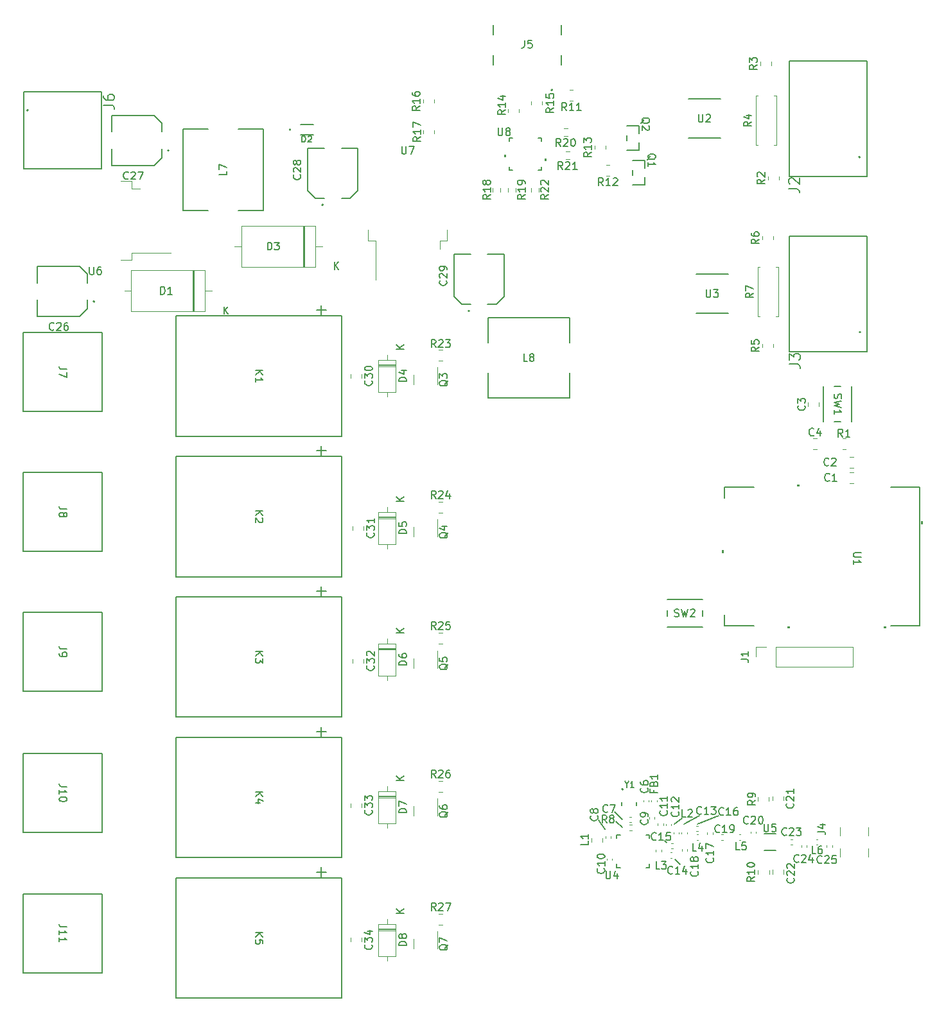
<source format=gbr>
%TF.GenerationSoftware,KiCad,Pcbnew,7.0.7*%
%TF.CreationDate,2023-11-01T18:07:50-05:00*%
%TF.ProjectId,greenhouse-controller-pcb,67726565-6e68-46f7-9573-652d636f6e74,rev?*%
%TF.SameCoordinates,Original*%
%TF.FileFunction,Legend,Top*%
%TF.FilePolarity,Positive*%
%FSLAX46Y46*%
G04 Gerber Fmt 4.6, Leading zero omitted, Abs format (unit mm)*
G04 Created by KiCad (PCBNEW 7.0.7) date 2023-11-01 18:07:50*
%MOMM*%
%LPD*%
G01*
G04 APERTURE LIST*
%ADD10C,0.150000*%
%ADD11C,0.127000*%
%ADD12C,0.120000*%
%ADD13C,0.152400*%
%ADD14C,0.200000*%
G04 APERTURE END LIST*
D10*
X158496000Y-132486400D02*
X159385000Y-133223000D01*
X164973000Y-135001000D02*
X165227000Y-135255000D01*
X166979600Y-138176000D02*
X166268400Y-137515600D01*
X158369000Y-131191000D02*
X159385000Y-132207000D01*
X169291000Y-132842000D02*
X172085000Y-131699000D01*
X169545000Y-131699000D02*
X167513000Y-132842000D01*
X167259000Y-132080000D02*
X166243000Y-132842000D01*
X156210000Y-132334000D02*
X157099000Y-133477000D01*
X134772143Y-126693819D02*
X134438810Y-126217628D01*
X134200715Y-126693819D02*
X134200715Y-125693819D01*
X134200715Y-125693819D02*
X134581667Y-125693819D01*
X134581667Y-125693819D02*
X134676905Y-125741438D01*
X134676905Y-125741438D02*
X134724524Y-125789057D01*
X134724524Y-125789057D02*
X134772143Y-125884295D01*
X134772143Y-125884295D02*
X134772143Y-126027152D01*
X134772143Y-126027152D02*
X134724524Y-126122390D01*
X134724524Y-126122390D02*
X134676905Y-126170009D01*
X134676905Y-126170009D02*
X134581667Y-126217628D01*
X134581667Y-126217628D02*
X134200715Y-126217628D01*
X135153096Y-125789057D02*
X135200715Y-125741438D01*
X135200715Y-125741438D02*
X135295953Y-125693819D01*
X135295953Y-125693819D02*
X135534048Y-125693819D01*
X135534048Y-125693819D02*
X135629286Y-125741438D01*
X135629286Y-125741438D02*
X135676905Y-125789057D01*
X135676905Y-125789057D02*
X135724524Y-125884295D01*
X135724524Y-125884295D02*
X135724524Y-125979533D01*
X135724524Y-125979533D02*
X135676905Y-126122390D01*
X135676905Y-126122390D02*
X135105477Y-126693819D01*
X135105477Y-126693819D02*
X135724524Y-126693819D01*
X136581667Y-125693819D02*
X136391191Y-125693819D01*
X136391191Y-125693819D02*
X136295953Y-125741438D01*
X136295953Y-125741438D02*
X136248334Y-125789057D01*
X136248334Y-125789057D02*
X136153096Y-125931914D01*
X136153096Y-125931914D02*
X136105477Y-126122390D01*
X136105477Y-126122390D02*
X136105477Y-126503342D01*
X136105477Y-126503342D02*
X136153096Y-126598580D01*
X136153096Y-126598580D02*
X136200715Y-126646200D01*
X136200715Y-126646200D02*
X136295953Y-126693819D01*
X136295953Y-126693819D02*
X136486429Y-126693819D01*
X136486429Y-126693819D02*
X136581667Y-126646200D01*
X136581667Y-126646200D02*
X136629286Y-126598580D01*
X136629286Y-126598580D02*
X136676905Y-126503342D01*
X136676905Y-126503342D02*
X136676905Y-126265247D01*
X136676905Y-126265247D02*
X136629286Y-126170009D01*
X136629286Y-126170009D02*
X136581667Y-126122390D01*
X136581667Y-126122390D02*
X136486429Y-126074771D01*
X136486429Y-126074771D02*
X136295953Y-126074771D01*
X136295953Y-126074771D02*
X136200715Y-126122390D01*
X136200715Y-126122390D02*
X136153096Y-126170009D01*
X136153096Y-126170009D02*
X136105477Y-126265247D01*
X165205580Y-131071857D02*
X165253200Y-131119476D01*
X165253200Y-131119476D02*
X165300819Y-131262333D01*
X165300819Y-131262333D02*
X165300819Y-131357571D01*
X165300819Y-131357571D02*
X165253200Y-131500428D01*
X165253200Y-131500428D02*
X165157961Y-131595666D01*
X165157961Y-131595666D02*
X165062723Y-131643285D01*
X165062723Y-131643285D02*
X164872247Y-131690904D01*
X164872247Y-131690904D02*
X164729390Y-131690904D01*
X164729390Y-131690904D02*
X164538914Y-131643285D01*
X164538914Y-131643285D02*
X164443676Y-131595666D01*
X164443676Y-131595666D02*
X164348438Y-131500428D01*
X164348438Y-131500428D02*
X164300819Y-131357571D01*
X164300819Y-131357571D02*
X164300819Y-131262333D01*
X164300819Y-131262333D02*
X164348438Y-131119476D01*
X164348438Y-131119476D02*
X164396057Y-131071857D01*
X165300819Y-130119476D02*
X165300819Y-130690904D01*
X165300819Y-130405190D02*
X164300819Y-130405190D01*
X164300819Y-130405190D02*
X164443676Y-130500428D01*
X164443676Y-130500428D02*
X164538914Y-130595666D01*
X164538914Y-130595666D02*
X164586533Y-130690904D01*
X165300819Y-129167095D02*
X165300819Y-129738523D01*
X165300819Y-129452809D02*
X164300819Y-129452809D01*
X164300819Y-129452809D02*
X164443676Y-129548047D01*
X164443676Y-129548047D02*
X164538914Y-129643285D01*
X164538914Y-129643285D02*
X164586533Y-129738523D01*
X107185619Y-46674066D02*
X107185619Y-47150256D01*
X107185619Y-47150256D02*
X106185619Y-47150256D01*
X106185619Y-46435970D02*
X106185619Y-45769304D01*
X106185619Y-45769304D02*
X107185619Y-46197875D01*
X174839333Y-136217819D02*
X174363143Y-136217819D01*
X174363143Y-136217819D02*
X174363143Y-135217819D01*
X175648857Y-135217819D02*
X175172667Y-135217819D01*
X175172667Y-135217819D02*
X175125048Y-135694009D01*
X175125048Y-135694009D02*
X175172667Y-135646390D01*
X175172667Y-135646390D02*
X175267905Y-135598771D01*
X175267905Y-135598771D02*
X175506000Y-135598771D01*
X175506000Y-135598771D02*
X175601238Y-135646390D01*
X175601238Y-135646390D02*
X175648857Y-135694009D01*
X175648857Y-135694009D02*
X175696476Y-135789247D01*
X175696476Y-135789247D02*
X175696476Y-136027342D01*
X175696476Y-136027342D02*
X175648857Y-136122580D01*
X175648857Y-136122580D02*
X175601238Y-136170200D01*
X175601238Y-136170200D02*
X175506000Y-136217819D01*
X175506000Y-136217819D02*
X175267905Y-136217819D01*
X175267905Y-136217819D02*
X175172667Y-136170200D01*
X175172667Y-136170200D02*
X175125048Y-136122580D01*
X154886819Y-135040666D02*
X154886819Y-135516856D01*
X154886819Y-135516856D02*
X153886819Y-135516856D01*
X154886819Y-134183523D02*
X154886819Y-134754951D01*
X154886819Y-134469237D02*
X153886819Y-134469237D01*
X153886819Y-134469237D02*
X154029676Y-134564475D01*
X154029676Y-134564475D02*
X154124914Y-134659713D01*
X154124914Y-134659713D02*
X154172533Y-134754951D01*
X136368558Y-94360237D02*
X136320939Y-94455475D01*
X136320939Y-94455475D02*
X136225701Y-94550713D01*
X136225701Y-94550713D02*
X136082843Y-94693570D01*
X136082843Y-94693570D02*
X136035224Y-94788808D01*
X136035224Y-94788808D02*
X136035224Y-94884046D01*
X136273320Y-94836427D02*
X136225701Y-94931665D01*
X136225701Y-94931665D02*
X136130462Y-95026903D01*
X136130462Y-95026903D02*
X135939986Y-95074522D01*
X135939986Y-95074522D02*
X135606653Y-95074522D01*
X135606653Y-95074522D02*
X135416177Y-95026903D01*
X135416177Y-95026903D02*
X135320939Y-94931665D01*
X135320939Y-94931665D02*
X135273320Y-94836427D01*
X135273320Y-94836427D02*
X135273320Y-94645951D01*
X135273320Y-94645951D02*
X135320939Y-94550713D01*
X135320939Y-94550713D02*
X135416177Y-94455475D01*
X135416177Y-94455475D02*
X135606653Y-94407856D01*
X135606653Y-94407856D02*
X135939986Y-94407856D01*
X135939986Y-94407856D02*
X136130462Y-94455475D01*
X136130462Y-94455475D02*
X136225701Y-94550713D01*
X136225701Y-94550713D02*
X136273320Y-94645951D01*
X136273320Y-94645951D02*
X136273320Y-94836427D01*
X135606653Y-93550713D02*
X136273320Y-93550713D01*
X135225701Y-93788808D02*
X135939986Y-94026903D01*
X135939986Y-94026903D02*
X135939986Y-93407856D01*
X152011142Y-38681819D02*
X151677809Y-38205628D01*
X151439714Y-38681819D02*
X151439714Y-37681819D01*
X151439714Y-37681819D02*
X151820666Y-37681819D01*
X151820666Y-37681819D02*
X151915904Y-37729438D01*
X151915904Y-37729438D02*
X151963523Y-37777057D01*
X151963523Y-37777057D02*
X152011142Y-37872295D01*
X152011142Y-37872295D02*
X152011142Y-38015152D01*
X152011142Y-38015152D02*
X151963523Y-38110390D01*
X151963523Y-38110390D02*
X151915904Y-38158009D01*
X151915904Y-38158009D02*
X151820666Y-38205628D01*
X151820666Y-38205628D02*
X151439714Y-38205628D01*
X152963523Y-38681819D02*
X152392095Y-38681819D01*
X152677809Y-38681819D02*
X152677809Y-37681819D01*
X152677809Y-37681819D02*
X152582571Y-37824676D01*
X152582571Y-37824676D02*
X152487333Y-37919914D01*
X152487333Y-37919914D02*
X152392095Y-37967533D01*
X153915904Y-38681819D02*
X153344476Y-38681819D01*
X153630190Y-38681819D02*
X153630190Y-37681819D01*
X153630190Y-37681819D02*
X153534952Y-37824676D01*
X153534952Y-37824676D02*
X153439714Y-37919914D01*
X153439714Y-37919914D02*
X153344476Y-37967533D01*
X146848533Y-71778019D02*
X146372343Y-71778019D01*
X146372343Y-71778019D02*
X146372343Y-70778019D01*
X147324724Y-71206590D02*
X147229486Y-71158971D01*
X147229486Y-71158971D02*
X147181867Y-71111352D01*
X147181867Y-71111352D02*
X147134248Y-71016114D01*
X147134248Y-71016114D02*
X147134248Y-70968495D01*
X147134248Y-70968495D02*
X147181867Y-70873257D01*
X147181867Y-70873257D02*
X147229486Y-70825638D01*
X147229486Y-70825638D02*
X147324724Y-70778019D01*
X147324724Y-70778019D02*
X147515200Y-70778019D01*
X147515200Y-70778019D02*
X147610438Y-70825638D01*
X147610438Y-70825638D02*
X147658057Y-70873257D01*
X147658057Y-70873257D02*
X147705676Y-70968495D01*
X147705676Y-70968495D02*
X147705676Y-71016114D01*
X147705676Y-71016114D02*
X147658057Y-71111352D01*
X147658057Y-71111352D02*
X147610438Y-71158971D01*
X147610438Y-71158971D02*
X147515200Y-71206590D01*
X147515200Y-71206590D02*
X147324724Y-71206590D01*
X147324724Y-71206590D02*
X147229486Y-71254209D01*
X147229486Y-71254209D02*
X147181867Y-71301828D01*
X147181867Y-71301828D02*
X147134248Y-71397066D01*
X147134248Y-71397066D02*
X147134248Y-71587542D01*
X147134248Y-71587542D02*
X147181867Y-71682780D01*
X147181867Y-71682780D02*
X147229486Y-71730400D01*
X147229486Y-71730400D02*
X147324724Y-71778019D01*
X147324724Y-71778019D02*
X147515200Y-71778019D01*
X147515200Y-71778019D02*
X147610438Y-71730400D01*
X147610438Y-71730400D02*
X147658057Y-71682780D01*
X147658057Y-71682780D02*
X147705676Y-71587542D01*
X147705676Y-71587542D02*
X147705676Y-71397066D01*
X147705676Y-71397066D02*
X147658057Y-71301828D01*
X147658057Y-71301828D02*
X147610438Y-71254209D01*
X147610438Y-71254209D02*
X147515200Y-71206590D01*
D11*
X117158276Y-42838212D02*
X117158276Y-42025412D01*
X117158276Y-42025412D02*
X117351800Y-42025412D01*
X117351800Y-42025412D02*
X117467914Y-42064117D01*
X117467914Y-42064117D02*
X117545324Y-42141527D01*
X117545324Y-42141527D02*
X117584029Y-42218936D01*
X117584029Y-42218936D02*
X117622733Y-42373755D01*
X117622733Y-42373755D02*
X117622733Y-42489869D01*
X117622733Y-42489869D02*
X117584029Y-42644688D01*
X117584029Y-42644688D02*
X117545324Y-42722098D01*
X117545324Y-42722098D02*
X117467914Y-42799508D01*
X117467914Y-42799508D02*
X117351800Y-42838212D01*
X117351800Y-42838212D02*
X117158276Y-42838212D01*
X117932372Y-42102822D02*
X117971076Y-42064117D01*
X117971076Y-42064117D02*
X118048486Y-42025412D01*
X118048486Y-42025412D02*
X118242010Y-42025412D01*
X118242010Y-42025412D02*
X118319419Y-42064117D01*
X118319419Y-42064117D02*
X118358124Y-42102822D01*
X118358124Y-42102822D02*
X118396829Y-42180231D01*
X118396829Y-42180231D02*
X118396829Y-42257641D01*
X118396829Y-42257641D02*
X118358124Y-42373755D01*
X118358124Y-42373755D02*
X117893667Y-42838212D01*
X117893667Y-42838212D02*
X118396829Y-42838212D01*
D10*
X134772143Y-144219819D02*
X134438810Y-143743628D01*
X134200715Y-144219819D02*
X134200715Y-143219819D01*
X134200715Y-143219819D02*
X134581667Y-143219819D01*
X134581667Y-143219819D02*
X134676905Y-143267438D01*
X134676905Y-143267438D02*
X134724524Y-143315057D01*
X134724524Y-143315057D02*
X134772143Y-143410295D01*
X134772143Y-143410295D02*
X134772143Y-143553152D01*
X134772143Y-143553152D02*
X134724524Y-143648390D01*
X134724524Y-143648390D02*
X134676905Y-143696009D01*
X134676905Y-143696009D02*
X134581667Y-143743628D01*
X134581667Y-143743628D02*
X134200715Y-143743628D01*
X135153096Y-143315057D02*
X135200715Y-143267438D01*
X135200715Y-143267438D02*
X135295953Y-143219819D01*
X135295953Y-143219819D02*
X135534048Y-143219819D01*
X135534048Y-143219819D02*
X135629286Y-143267438D01*
X135629286Y-143267438D02*
X135676905Y-143315057D01*
X135676905Y-143315057D02*
X135724524Y-143410295D01*
X135724524Y-143410295D02*
X135724524Y-143505533D01*
X135724524Y-143505533D02*
X135676905Y-143648390D01*
X135676905Y-143648390D02*
X135105477Y-144219819D01*
X135105477Y-144219819D02*
X135724524Y-144219819D01*
X136057858Y-143219819D02*
X136724524Y-143219819D01*
X136724524Y-143219819D02*
X136295953Y-144219819D01*
X150314819Y-38361857D02*
X149838628Y-38695190D01*
X150314819Y-38933285D02*
X149314819Y-38933285D01*
X149314819Y-38933285D02*
X149314819Y-38552333D01*
X149314819Y-38552333D02*
X149362438Y-38457095D01*
X149362438Y-38457095D02*
X149410057Y-38409476D01*
X149410057Y-38409476D02*
X149505295Y-38361857D01*
X149505295Y-38361857D02*
X149648152Y-38361857D01*
X149648152Y-38361857D02*
X149743390Y-38409476D01*
X149743390Y-38409476D02*
X149791009Y-38457095D01*
X149791009Y-38457095D02*
X149838628Y-38552333D01*
X149838628Y-38552333D02*
X149838628Y-38933285D01*
X150314819Y-37409476D02*
X150314819Y-37980904D01*
X150314819Y-37695190D02*
X149314819Y-37695190D01*
X149314819Y-37695190D02*
X149457676Y-37790428D01*
X149457676Y-37790428D02*
X149552914Y-37885666D01*
X149552914Y-37885666D02*
X149600533Y-37980904D01*
X149314819Y-36504714D02*
X149314819Y-36980904D01*
X149314819Y-36980904D02*
X149791009Y-37028523D01*
X149791009Y-37028523D02*
X149743390Y-36980904D01*
X149743390Y-36980904D02*
X149695771Y-36885666D01*
X149695771Y-36885666D02*
X149695771Y-36647571D01*
X149695771Y-36647571D02*
X149743390Y-36552333D01*
X149743390Y-36552333D02*
X149791009Y-36504714D01*
X149791009Y-36504714D02*
X149886247Y-36457095D01*
X149886247Y-36457095D02*
X150124342Y-36457095D01*
X150124342Y-36457095D02*
X150219580Y-36504714D01*
X150219580Y-36504714D02*
X150267200Y-36552333D01*
X150267200Y-36552333D02*
X150314819Y-36647571D01*
X150314819Y-36647571D02*
X150314819Y-36885666D01*
X150314819Y-36885666D02*
X150267200Y-36980904D01*
X150267200Y-36980904D02*
X150219580Y-37028523D01*
X166255867Y-105410800D02*
X166398724Y-105458419D01*
X166398724Y-105458419D02*
X166636819Y-105458419D01*
X166636819Y-105458419D02*
X166732057Y-105410800D01*
X166732057Y-105410800D02*
X166779676Y-105363180D01*
X166779676Y-105363180D02*
X166827295Y-105267942D01*
X166827295Y-105267942D02*
X166827295Y-105172704D01*
X166827295Y-105172704D02*
X166779676Y-105077466D01*
X166779676Y-105077466D02*
X166732057Y-105029847D01*
X166732057Y-105029847D02*
X166636819Y-104982228D01*
X166636819Y-104982228D02*
X166446343Y-104934609D01*
X166446343Y-104934609D02*
X166351105Y-104886990D01*
X166351105Y-104886990D02*
X166303486Y-104839371D01*
X166303486Y-104839371D02*
X166255867Y-104744133D01*
X166255867Y-104744133D02*
X166255867Y-104648895D01*
X166255867Y-104648895D02*
X166303486Y-104553657D01*
X166303486Y-104553657D02*
X166351105Y-104506038D01*
X166351105Y-104506038D02*
X166446343Y-104458419D01*
X166446343Y-104458419D02*
X166684438Y-104458419D01*
X166684438Y-104458419D02*
X166827295Y-104506038D01*
X167160629Y-104458419D02*
X167398724Y-105458419D01*
X167398724Y-105458419D02*
X167589200Y-104744133D01*
X167589200Y-104744133D02*
X167779676Y-105458419D01*
X167779676Y-105458419D02*
X168017772Y-104458419D01*
X168351105Y-104553657D02*
X168398724Y-104506038D01*
X168398724Y-104506038D02*
X168493962Y-104458419D01*
X168493962Y-104458419D02*
X168732057Y-104458419D01*
X168732057Y-104458419D02*
X168827295Y-104506038D01*
X168827295Y-104506038D02*
X168874914Y-104553657D01*
X168874914Y-104553657D02*
X168922533Y-104648895D01*
X168922533Y-104648895D02*
X168922533Y-104744133D01*
X168922533Y-104744133D02*
X168874914Y-104886990D01*
X168874914Y-104886990D02*
X168303486Y-105458419D01*
X168303486Y-105458419D02*
X168922533Y-105458419D01*
X157440333Y-131169580D02*
X157392714Y-131217200D01*
X157392714Y-131217200D02*
X157249857Y-131264819D01*
X157249857Y-131264819D02*
X157154619Y-131264819D01*
X157154619Y-131264819D02*
X157011762Y-131217200D01*
X157011762Y-131217200D02*
X156916524Y-131121961D01*
X156916524Y-131121961D02*
X156868905Y-131026723D01*
X156868905Y-131026723D02*
X156821286Y-130836247D01*
X156821286Y-130836247D02*
X156821286Y-130693390D01*
X156821286Y-130693390D02*
X156868905Y-130502914D01*
X156868905Y-130502914D02*
X156916524Y-130407676D01*
X156916524Y-130407676D02*
X157011762Y-130312438D01*
X157011762Y-130312438D02*
X157154619Y-130264819D01*
X157154619Y-130264819D02*
X157249857Y-130264819D01*
X157249857Y-130264819D02*
X157392714Y-130312438D01*
X157392714Y-130312438D02*
X157440333Y-130360057D01*
X157773667Y-130264819D02*
X158440333Y-130264819D01*
X158440333Y-130264819D02*
X158011762Y-131264819D01*
X169418095Y-39205819D02*
X169418095Y-40015342D01*
X169418095Y-40015342D02*
X169465714Y-40110580D01*
X169465714Y-40110580D02*
X169513333Y-40158200D01*
X169513333Y-40158200D02*
X169608571Y-40205819D01*
X169608571Y-40205819D02*
X169799047Y-40205819D01*
X169799047Y-40205819D02*
X169894285Y-40158200D01*
X169894285Y-40158200D02*
X169941904Y-40110580D01*
X169941904Y-40110580D02*
X169989523Y-40015342D01*
X169989523Y-40015342D02*
X169989523Y-39205819D01*
X170418095Y-39301057D02*
X170465714Y-39253438D01*
X170465714Y-39253438D02*
X170560952Y-39205819D01*
X170560952Y-39205819D02*
X170799047Y-39205819D01*
X170799047Y-39205819D02*
X170894285Y-39253438D01*
X170894285Y-39253438D02*
X170941904Y-39301057D01*
X170941904Y-39301057D02*
X170989523Y-39396295D01*
X170989523Y-39396295D02*
X170989523Y-39491533D01*
X170989523Y-39491533D02*
X170941904Y-39634390D01*
X170941904Y-39634390D02*
X170370476Y-40205819D01*
X170370476Y-40205819D02*
X170989523Y-40205819D01*
X90984666Y-37957066D02*
X91984666Y-37957066D01*
X91984666Y-37957066D02*
X92184666Y-38023733D01*
X92184666Y-38023733D02*
X92318000Y-38157066D01*
X92318000Y-38157066D02*
X92384666Y-38357066D01*
X92384666Y-38357066D02*
X92384666Y-38490400D01*
X90984666Y-36690399D02*
X90984666Y-36957066D01*
X90984666Y-36957066D02*
X91051333Y-37090399D01*
X91051333Y-37090399D02*
X91118000Y-37157066D01*
X91118000Y-37157066D02*
X91318000Y-37290399D01*
X91318000Y-37290399D02*
X91584666Y-37357066D01*
X91584666Y-37357066D02*
X92118000Y-37357066D01*
X92118000Y-37357066D02*
X92251333Y-37290399D01*
X92251333Y-37290399D02*
X92318000Y-37223733D01*
X92318000Y-37223733D02*
X92384666Y-37090399D01*
X92384666Y-37090399D02*
X92384666Y-36823733D01*
X92384666Y-36823733D02*
X92318000Y-36690399D01*
X92318000Y-36690399D02*
X92251333Y-36623733D01*
X92251333Y-36623733D02*
X92118000Y-36557066D01*
X92118000Y-36557066D02*
X91784666Y-36557066D01*
X91784666Y-36557066D02*
X91651333Y-36623733D01*
X91651333Y-36623733D02*
X91584666Y-36690399D01*
X91584666Y-36690399D02*
X91518000Y-36823733D01*
X91518000Y-36823733D02*
X91518000Y-37090399D01*
X91518000Y-37090399D02*
X91584666Y-37223733D01*
X91584666Y-37223733D02*
X91651333Y-37290399D01*
X91651333Y-37290399D02*
X91784666Y-37357066D01*
X110987680Y-110048504D02*
X111987680Y-110048504D01*
X110987680Y-110619932D02*
X111559109Y-110191361D01*
X111987680Y-110619932D02*
X111416252Y-110048504D01*
X111987680Y-110953266D02*
X111987680Y-111572313D01*
X111987680Y-111572313D02*
X111606728Y-111238980D01*
X111606728Y-111238980D02*
X111606728Y-111381837D01*
X111606728Y-111381837D02*
X111559109Y-111477075D01*
X111559109Y-111477075D02*
X111511490Y-111524694D01*
X111511490Y-111524694D02*
X111416252Y-111572313D01*
X111416252Y-111572313D02*
X111178157Y-111572313D01*
X111178157Y-111572313D02*
X111082919Y-111524694D01*
X111082919Y-111524694D02*
X111035300Y-111477075D01*
X111035300Y-111477075D02*
X110987680Y-111381837D01*
X110987680Y-111381837D02*
X110987680Y-111096123D01*
X110987680Y-111096123D02*
X111035300Y-111000885D01*
X111035300Y-111000885D02*
X111082919Y-110953266D01*
X151249142Y-43413819D02*
X150915809Y-42937628D01*
X150677714Y-43413819D02*
X150677714Y-42413819D01*
X150677714Y-42413819D02*
X151058666Y-42413819D01*
X151058666Y-42413819D02*
X151153904Y-42461438D01*
X151153904Y-42461438D02*
X151201523Y-42509057D01*
X151201523Y-42509057D02*
X151249142Y-42604295D01*
X151249142Y-42604295D02*
X151249142Y-42747152D01*
X151249142Y-42747152D02*
X151201523Y-42842390D01*
X151201523Y-42842390D02*
X151153904Y-42890009D01*
X151153904Y-42890009D02*
X151058666Y-42937628D01*
X151058666Y-42937628D02*
X150677714Y-42937628D01*
X151630095Y-42509057D02*
X151677714Y-42461438D01*
X151677714Y-42461438D02*
X151772952Y-42413819D01*
X151772952Y-42413819D02*
X152011047Y-42413819D01*
X152011047Y-42413819D02*
X152106285Y-42461438D01*
X152106285Y-42461438D02*
X152153904Y-42509057D01*
X152153904Y-42509057D02*
X152201523Y-42604295D01*
X152201523Y-42604295D02*
X152201523Y-42699533D01*
X152201523Y-42699533D02*
X152153904Y-42842390D01*
X152153904Y-42842390D02*
X151582476Y-43413819D01*
X151582476Y-43413819D02*
X152201523Y-43413819D01*
X152820571Y-42413819D02*
X152915809Y-42413819D01*
X152915809Y-42413819D02*
X153011047Y-42461438D01*
X153011047Y-42461438D02*
X153058666Y-42509057D01*
X153058666Y-42509057D02*
X153106285Y-42604295D01*
X153106285Y-42604295D02*
X153153904Y-42794771D01*
X153153904Y-42794771D02*
X153153904Y-43032866D01*
X153153904Y-43032866D02*
X153106285Y-43223342D01*
X153106285Y-43223342D02*
X153058666Y-43318580D01*
X153058666Y-43318580D02*
X153011047Y-43366200D01*
X153011047Y-43366200D02*
X152915809Y-43413819D01*
X152915809Y-43413819D02*
X152820571Y-43413819D01*
X152820571Y-43413819D02*
X152725333Y-43366200D01*
X152725333Y-43366200D02*
X152677714Y-43318580D01*
X152677714Y-43318580D02*
X152630095Y-43223342D01*
X152630095Y-43223342D02*
X152582476Y-43032866D01*
X152582476Y-43032866D02*
X152582476Y-42794771D01*
X152582476Y-42794771D02*
X152630095Y-42604295D01*
X152630095Y-42604295D02*
X152677714Y-42509057D01*
X152677714Y-42509057D02*
X152725333Y-42461438D01*
X152725333Y-42461438D02*
X152820571Y-42413819D01*
X174992819Y-111077333D02*
X175707104Y-111077333D01*
X175707104Y-111077333D02*
X175849961Y-111124952D01*
X175849961Y-111124952D02*
X175945200Y-111220190D01*
X175945200Y-111220190D02*
X175992819Y-111363047D01*
X175992819Y-111363047D02*
X175992819Y-111458285D01*
X175992819Y-110077333D02*
X175992819Y-110648761D01*
X175992819Y-110363047D02*
X174992819Y-110363047D01*
X174992819Y-110363047D02*
X175135676Y-110458285D01*
X175135676Y-110458285D02*
X175230914Y-110553523D01*
X175230914Y-110553523D02*
X175278533Y-110648761D01*
X130913320Y-148851093D02*
X129913320Y-148851093D01*
X129913320Y-148851093D02*
X129913320Y-148612998D01*
X129913320Y-148612998D02*
X129960939Y-148470141D01*
X129960939Y-148470141D02*
X130056177Y-148374903D01*
X130056177Y-148374903D02*
X130151415Y-148327284D01*
X130151415Y-148327284D02*
X130341891Y-148279665D01*
X130341891Y-148279665D02*
X130484748Y-148279665D01*
X130484748Y-148279665D02*
X130675224Y-148327284D01*
X130675224Y-148327284D02*
X130770462Y-148374903D01*
X130770462Y-148374903D02*
X130865701Y-148470141D01*
X130865701Y-148470141D02*
X130913320Y-148612998D01*
X130913320Y-148612998D02*
X130913320Y-148851093D01*
X130341891Y-147708236D02*
X130294272Y-147803474D01*
X130294272Y-147803474D02*
X130246653Y-147851093D01*
X130246653Y-147851093D02*
X130151415Y-147898712D01*
X130151415Y-147898712D02*
X130103796Y-147898712D01*
X130103796Y-147898712D02*
X130008558Y-147851093D01*
X130008558Y-147851093D02*
X129960939Y-147803474D01*
X129960939Y-147803474D02*
X129913320Y-147708236D01*
X129913320Y-147708236D02*
X129913320Y-147517760D01*
X129913320Y-147517760D02*
X129960939Y-147422522D01*
X129960939Y-147422522D02*
X130008558Y-147374903D01*
X130008558Y-147374903D02*
X130103796Y-147327284D01*
X130103796Y-147327284D02*
X130151415Y-147327284D01*
X130151415Y-147327284D02*
X130246653Y-147374903D01*
X130246653Y-147374903D02*
X130294272Y-147422522D01*
X130294272Y-147422522D02*
X130341891Y-147517760D01*
X130341891Y-147517760D02*
X130341891Y-147708236D01*
X130341891Y-147708236D02*
X130389510Y-147803474D01*
X130389510Y-147803474D02*
X130437129Y-147851093D01*
X130437129Y-147851093D02*
X130532367Y-147898712D01*
X130532367Y-147898712D02*
X130722843Y-147898712D01*
X130722843Y-147898712D02*
X130818081Y-147851093D01*
X130818081Y-147851093D02*
X130865701Y-147803474D01*
X130865701Y-147803474D02*
X130913320Y-147708236D01*
X130913320Y-147708236D02*
X130913320Y-147517760D01*
X130913320Y-147517760D02*
X130865701Y-147422522D01*
X130865701Y-147422522D02*
X130818081Y-147374903D01*
X130818081Y-147374903D02*
X130722843Y-147327284D01*
X130722843Y-147327284D02*
X130532367Y-147327284D01*
X130532367Y-147327284D02*
X130437129Y-147374903D01*
X130437129Y-147374903D02*
X130389510Y-147422522D01*
X130389510Y-147422522D02*
X130341891Y-147517760D01*
X130593320Y-144564903D02*
X129593320Y-144564903D01*
X130593320Y-143993475D02*
X130021891Y-144422046D01*
X129593320Y-143993475D02*
X130164748Y-144564903D01*
X86143180Y-91287865D02*
X85428895Y-91287865D01*
X85428895Y-91287865D02*
X85286038Y-91240246D01*
X85286038Y-91240246D02*
X85190800Y-91145008D01*
X85190800Y-91145008D02*
X85143180Y-91002151D01*
X85143180Y-91002151D02*
X85143180Y-90906913D01*
X85714609Y-91906913D02*
X85762228Y-91811675D01*
X85762228Y-91811675D02*
X85809847Y-91764056D01*
X85809847Y-91764056D02*
X85905085Y-91716437D01*
X85905085Y-91716437D02*
X85952704Y-91716437D01*
X85952704Y-91716437D02*
X86047942Y-91764056D01*
X86047942Y-91764056D02*
X86095561Y-91811675D01*
X86095561Y-91811675D02*
X86143180Y-91906913D01*
X86143180Y-91906913D02*
X86143180Y-92097389D01*
X86143180Y-92097389D02*
X86095561Y-92192627D01*
X86095561Y-92192627D02*
X86047942Y-92240246D01*
X86047942Y-92240246D02*
X85952704Y-92287865D01*
X85952704Y-92287865D02*
X85905085Y-92287865D01*
X85905085Y-92287865D02*
X85809847Y-92240246D01*
X85809847Y-92240246D02*
X85762228Y-92192627D01*
X85762228Y-92192627D02*
X85714609Y-92097389D01*
X85714609Y-92097389D02*
X85714609Y-91906913D01*
X85714609Y-91906913D02*
X85666990Y-91811675D01*
X85666990Y-91811675D02*
X85619371Y-91764056D01*
X85619371Y-91764056D02*
X85524133Y-91716437D01*
X85524133Y-91716437D02*
X85333657Y-91716437D01*
X85333657Y-91716437D02*
X85238419Y-91764056D01*
X85238419Y-91764056D02*
X85190800Y-91811675D01*
X85190800Y-91811675D02*
X85143180Y-91906913D01*
X85143180Y-91906913D02*
X85143180Y-92097389D01*
X85143180Y-92097389D02*
X85190800Y-92192627D01*
X85190800Y-92192627D02*
X85238419Y-92240246D01*
X85238419Y-92240246D02*
X85333657Y-92287865D01*
X85333657Y-92287865D02*
X85524133Y-92287865D01*
X85524133Y-92287865D02*
X85619371Y-92240246D01*
X85619371Y-92240246D02*
X85666990Y-92192627D01*
X85666990Y-92192627D02*
X85714609Y-92097389D01*
X130913320Y-94495093D02*
X129913320Y-94495093D01*
X129913320Y-94495093D02*
X129913320Y-94256998D01*
X129913320Y-94256998D02*
X129960939Y-94114141D01*
X129960939Y-94114141D02*
X130056177Y-94018903D01*
X130056177Y-94018903D02*
X130151415Y-93971284D01*
X130151415Y-93971284D02*
X130341891Y-93923665D01*
X130341891Y-93923665D02*
X130484748Y-93923665D01*
X130484748Y-93923665D02*
X130675224Y-93971284D01*
X130675224Y-93971284D02*
X130770462Y-94018903D01*
X130770462Y-94018903D02*
X130865701Y-94114141D01*
X130865701Y-94114141D02*
X130913320Y-94256998D01*
X130913320Y-94256998D02*
X130913320Y-94495093D01*
X129913320Y-93018903D02*
X129913320Y-93495093D01*
X129913320Y-93495093D02*
X130389510Y-93542712D01*
X130389510Y-93542712D02*
X130341891Y-93495093D01*
X130341891Y-93495093D02*
X130294272Y-93399855D01*
X130294272Y-93399855D02*
X130294272Y-93161760D01*
X130294272Y-93161760D02*
X130341891Y-93066522D01*
X130341891Y-93066522D02*
X130389510Y-93018903D01*
X130389510Y-93018903D02*
X130484748Y-92971284D01*
X130484748Y-92971284D02*
X130722843Y-92971284D01*
X130722843Y-92971284D02*
X130818081Y-93018903D01*
X130818081Y-93018903D02*
X130865701Y-93066522D01*
X130865701Y-93066522D02*
X130913320Y-93161760D01*
X130913320Y-93161760D02*
X130913320Y-93399855D01*
X130913320Y-93399855D02*
X130865701Y-93495093D01*
X130865701Y-93495093D02*
X130818081Y-93542712D01*
X130593320Y-90208903D02*
X129593320Y-90208903D01*
X130593320Y-89637475D02*
X130021891Y-90066046D01*
X129593320Y-89637475D02*
X130164748Y-90208903D01*
X188428333Y-81734819D02*
X188095000Y-81258628D01*
X187856905Y-81734819D02*
X187856905Y-80734819D01*
X187856905Y-80734819D02*
X188237857Y-80734819D01*
X188237857Y-80734819D02*
X188333095Y-80782438D01*
X188333095Y-80782438D02*
X188380714Y-80830057D01*
X188380714Y-80830057D02*
X188428333Y-80925295D01*
X188428333Y-80925295D02*
X188428333Y-81068152D01*
X188428333Y-81068152D02*
X188380714Y-81163390D01*
X188380714Y-81163390D02*
X188333095Y-81211009D01*
X188333095Y-81211009D02*
X188237857Y-81258628D01*
X188237857Y-81258628D02*
X187856905Y-81258628D01*
X189380714Y-81734819D02*
X188809286Y-81734819D01*
X189095000Y-81734819D02*
X189095000Y-80734819D01*
X189095000Y-80734819D02*
X188999762Y-80877676D01*
X188999762Y-80877676D02*
X188904524Y-80972914D01*
X188904524Y-80972914D02*
X188809286Y-81020533D01*
X187324200Y-76085867D02*
X187276580Y-76228724D01*
X187276580Y-76228724D02*
X187276580Y-76466819D01*
X187276580Y-76466819D02*
X187324200Y-76562057D01*
X187324200Y-76562057D02*
X187371819Y-76609676D01*
X187371819Y-76609676D02*
X187467057Y-76657295D01*
X187467057Y-76657295D02*
X187562295Y-76657295D01*
X187562295Y-76657295D02*
X187657533Y-76609676D01*
X187657533Y-76609676D02*
X187705152Y-76562057D01*
X187705152Y-76562057D02*
X187752771Y-76466819D01*
X187752771Y-76466819D02*
X187800390Y-76276343D01*
X187800390Y-76276343D02*
X187848009Y-76181105D01*
X187848009Y-76181105D02*
X187895628Y-76133486D01*
X187895628Y-76133486D02*
X187990866Y-76085867D01*
X187990866Y-76085867D02*
X188086104Y-76085867D01*
X188086104Y-76085867D02*
X188181342Y-76133486D01*
X188181342Y-76133486D02*
X188228961Y-76181105D01*
X188228961Y-76181105D02*
X188276580Y-76276343D01*
X188276580Y-76276343D02*
X188276580Y-76514438D01*
X188276580Y-76514438D02*
X188228961Y-76657295D01*
X188276580Y-76990629D02*
X187276580Y-77228724D01*
X187276580Y-77228724D02*
X187990866Y-77419200D01*
X187990866Y-77419200D02*
X187276580Y-77609676D01*
X187276580Y-77609676D02*
X188276580Y-77847772D01*
X187276580Y-78752533D02*
X187276580Y-78181105D01*
X187276580Y-78466819D02*
X188276580Y-78466819D01*
X188276580Y-78466819D02*
X188133723Y-78371581D01*
X188133723Y-78371581D02*
X188038485Y-78276343D01*
X188038485Y-78276343D02*
X187990866Y-78181105D01*
X161857542Y-40392361D02*
X161905161Y-40297123D01*
X161905161Y-40297123D02*
X162000400Y-40201885D01*
X162000400Y-40201885D02*
X162143257Y-40059028D01*
X162143257Y-40059028D02*
X162190876Y-39963790D01*
X162190876Y-39963790D02*
X162190876Y-39868552D01*
X161952780Y-39916171D02*
X162000400Y-39820933D01*
X162000400Y-39820933D02*
X162095638Y-39725695D01*
X162095638Y-39725695D02*
X162286114Y-39678076D01*
X162286114Y-39678076D02*
X162619447Y-39678076D01*
X162619447Y-39678076D02*
X162809923Y-39725695D01*
X162809923Y-39725695D02*
X162905161Y-39820933D01*
X162905161Y-39820933D02*
X162952780Y-39916171D01*
X162952780Y-39916171D02*
X162952780Y-40106647D01*
X162952780Y-40106647D02*
X162905161Y-40201885D01*
X162905161Y-40201885D02*
X162809923Y-40297123D01*
X162809923Y-40297123D02*
X162619447Y-40344742D01*
X162619447Y-40344742D02*
X162286114Y-40344742D01*
X162286114Y-40344742D02*
X162095638Y-40297123D01*
X162095638Y-40297123D02*
X162000400Y-40201885D01*
X162000400Y-40201885D02*
X161952780Y-40106647D01*
X161952780Y-40106647D02*
X161952780Y-39916171D01*
X162857542Y-40725695D02*
X162905161Y-40773314D01*
X162905161Y-40773314D02*
X162952780Y-40868552D01*
X162952780Y-40868552D02*
X162952780Y-41106647D01*
X162952780Y-41106647D02*
X162905161Y-41201885D01*
X162905161Y-41201885D02*
X162857542Y-41249504D01*
X162857542Y-41249504D02*
X162762304Y-41297123D01*
X162762304Y-41297123D02*
X162667066Y-41297123D01*
X162667066Y-41297123D02*
X162524209Y-41249504D01*
X162524209Y-41249504D02*
X161952780Y-40678076D01*
X161952780Y-40678076D02*
X161952780Y-41297123D01*
X176908619Y-129681266D02*
X176432428Y-130014599D01*
X176908619Y-130252694D02*
X175908619Y-130252694D01*
X175908619Y-130252694D02*
X175908619Y-129871742D01*
X175908619Y-129871742D02*
X175956238Y-129776504D01*
X175956238Y-129776504D02*
X176003857Y-129728885D01*
X176003857Y-129728885D02*
X176099095Y-129681266D01*
X176099095Y-129681266D02*
X176241952Y-129681266D01*
X176241952Y-129681266D02*
X176337190Y-129728885D01*
X176337190Y-129728885D02*
X176384809Y-129776504D01*
X176384809Y-129776504D02*
X176432428Y-129871742D01*
X176432428Y-129871742D02*
X176432428Y-130252694D01*
X176908619Y-129205075D02*
X176908619Y-129014599D01*
X176908619Y-129014599D02*
X176861000Y-128919361D01*
X176861000Y-128919361D02*
X176813380Y-128871742D01*
X176813380Y-128871742D02*
X176670523Y-128776504D01*
X176670523Y-128776504D02*
X176480047Y-128728885D01*
X176480047Y-128728885D02*
X176099095Y-128728885D01*
X176099095Y-128728885D02*
X176003857Y-128776504D01*
X176003857Y-128776504D02*
X175956238Y-128824123D01*
X175956238Y-128824123D02*
X175908619Y-128919361D01*
X175908619Y-128919361D02*
X175908619Y-129109837D01*
X175908619Y-129109837D02*
X175956238Y-129205075D01*
X175956238Y-129205075D02*
X176003857Y-129252694D01*
X176003857Y-129252694D02*
X176099095Y-129300313D01*
X176099095Y-129300313D02*
X176337190Y-129300313D01*
X176337190Y-129300313D02*
X176432428Y-129252694D01*
X176432428Y-129252694D02*
X176480047Y-129205075D01*
X176480047Y-129205075D02*
X176527666Y-129109837D01*
X176527666Y-129109837D02*
X176527666Y-128919361D01*
X176527666Y-128919361D02*
X176480047Y-128824123D01*
X176480047Y-128824123D02*
X176432428Y-128776504D01*
X176432428Y-128776504D02*
X176337190Y-128728885D01*
X157226095Y-139027819D02*
X157226095Y-139837342D01*
X157226095Y-139837342D02*
X157273714Y-139932580D01*
X157273714Y-139932580D02*
X157321333Y-139980200D01*
X157321333Y-139980200D02*
X157416571Y-140027819D01*
X157416571Y-140027819D02*
X157607047Y-140027819D01*
X157607047Y-140027819D02*
X157702285Y-139980200D01*
X157702285Y-139980200D02*
X157749904Y-139932580D01*
X157749904Y-139932580D02*
X157797523Y-139837342D01*
X157797523Y-139837342D02*
X157797523Y-139027819D01*
X158702285Y-139361152D02*
X158702285Y-140027819D01*
X158464190Y-138980200D02*
X158226095Y-139694485D01*
X158226095Y-139694485D02*
X158845142Y-139694485D01*
X130913320Y-74429093D02*
X129913320Y-74429093D01*
X129913320Y-74429093D02*
X129913320Y-74190998D01*
X129913320Y-74190998D02*
X129960939Y-74048141D01*
X129960939Y-74048141D02*
X130056177Y-73952903D01*
X130056177Y-73952903D02*
X130151415Y-73905284D01*
X130151415Y-73905284D02*
X130341891Y-73857665D01*
X130341891Y-73857665D02*
X130484748Y-73857665D01*
X130484748Y-73857665D02*
X130675224Y-73905284D01*
X130675224Y-73905284D02*
X130770462Y-73952903D01*
X130770462Y-73952903D02*
X130865701Y-74048141D01*
X130865701Y-74048141D02*
X130913320Y-74190998D01*
X130913320Y-74190998D02*
X130913320Y-74429093D01*
X130246653Y-73000522D02*
X130913320Y-73000522D01*
X129865701Y-73238617D02*
X130579986Y-73476712D01*
X130579986Y-73476712D02*
X130579986Y-72857665D01*
X130593320Y-70142903D02*
X129593320Y-70142903D01*
X130593320Y-69571475D02*
X130021891Y-70000046D01*
X129593320Y-69571475D02*
X130164748Y-70142903D01*
X130302095Y-43399819D02*
X130302095Y-44209342D01*
X130302095Y-44209342D02*
X130349714Y-44304580D01*
X130349714Y-44304580D02*
X130397333Y-44352200D01*
X130397333Y-44352200D02*
X130492571Y-44399819D01*
X130492571Y-44399819D02*
X130683047Y-44399819D01*
X130683047Y-44399819D02*
X130778285Y-44352200D01*
X130778285Y-44352200D02*
X130825904Y-44304580D01*
X130825904Y-44304580D02*
X130873523Y-44209342D01*
X130873523Y-44209342D02*
X130873523Y-43399819D01*
X131254476Y-43399819D02*
X131921142Y-43399819D01*
X131921142Y-43399819D02*
X131492571Y-44399819D01*
X166729580Y-131198857D02*
X166777200Y-131246476D01*
X166777200Y-131246476D02*
X166824819Y-131389333D01*
X166824819Y-131389333D02*
X166824819Y-131484571D01*
X166824819Y-131484571D02*
X166777200Y-131627428D01*
X166777200Y-131627428D02*
X166681961Y-131722666D01*
X166681961Y-131722666D02*
X166586723Y-131770285D01*
X166586723Y-131770285D02*
X166396247Y-131817904D01*
X166396247Y-131817904D02*
X166253390Y-131817904D01*
X166253390Y-131817904D02*
X166062914Y-131770285D01*
X166062914Y-131770285D02*
X165967676Y-131722666D01*
X165967676Y-131722666D02*
X165872438Y-131627428D01*
X165872438Y-131627428D02*
X165824819Y-131484571D01*
X165824819Y-131484571D02*
X165824819Y-131389333D01*
X165824819Y-131389333D02*
X165872438Y-131246476D01*
X165872438Y-131246476D02*
X165920057Y-131198857D01*
X166824819Y-130246476D02*
X166824819Y-130817904D01*
X166824819Y-130532190D02*
X165824819Y-130532190D01*
X165824819Y-130532190D02*
X165967676Y-130627428D01*
X165967676Y-130627428D02*
X166062914Y-130722666D01*
X166062914Y-130722666D02*
X166110533Y-130817904D01*
X165920057Y-129865523D02*
X165872438Y-129817904D01*
X165872438Y-129817904D02*
X165824819Y-129722666D01*
X165824819Y-129722666D02*
X165824819Y-129484571D01*
X165824819Y-129484571D02*
X165872438Y-129389333D01*
X165872438Y-129389333D02*
X165920057Y-129341714D01*
X165920057Y-129341714D02*
X166015295Y-129294095D01*
X166015295Y-129294095D02*
X166110533Y-129294095D01*
X166110533Y-129294095D02*
X166253390Y-129341714D01*
X166253390Y-129341714D02*
X166824819Y-129913142D01*
X166824819Y-129913142D02*
X166824819Y-129294095D01*
X136161980Y-61127857D02*
X136209600Y-61175476D01*
X136209600Y-61175476D02*
X136257219Y-61318333D01*
X136257219Y-61318333D02*
X136257219Y-61413571D01*
X136257219Y-61413571D02*
X136209600Y-61556428D01*
X136209600Y-61556428D02*
X136114361Y-61651666D01*
X136114361Y-61651666D02*
X136019123Y-61699285D01*
X136019123Y-61699285D02*
X135828647Y-61746904D01*
X135828647Y-61746904D02*
X135685790Y-61746904D01*
X135685790Y-61746904D02*
X135495314Y-61699285D01*
X135495314Y-61699285D02*
X135400076Y-61651666D01*
X135400076Y-61651666D02*
X135304838Y-61556428D01*
X135304838Y-61556428D02*
X135257219Y-61413571D01*
X135257219Y-61413571D02*
X135257219Y-61318333D01*
X135257219Y-61318333D02*
X135304838Y-61175476D01*
X135304838Y-61175476D02*
X135352457Y-61127857D01*
X135352457Y-60746904D02*
X135304838Y-60699285D01*
X135304838Y-60699285D02*
X135257219Y-60604047D01*
X135257219Y-60604047D02*
X135257219Y-60365952D01*
X135257219Y-60365952D02*
X135304838Y-60270714D01*
X135304838Y-60270714D02*
X135352457Y-60223095D01*
X135352457Y-60223095D02*
X135447695Y-60175476D01*
X135447695Y-60175476D02*
X135542933Y-60175476D01*
X135542933Y-60175476D02*
X135685790Y-60223095D01*
X135685790Y-60223095D02*
X136257219Y-60794523D01*
X136257219Y-60794523D02*
X136257219Y-60175476D01*
X136257219Y-59699285D02*
X136257219Y-59508809D01*
X136257219Y-59508809D02*
X136209600Y-59413571D01*
X136209600Y-59413571D02*
X136161980Y-59365952D01*
X136161980Y-59365952D02*
X136019123Y-59270714D01*
X136019123Y-59270714D02*
X135828647Y-59223095D01*
X135828647Y-59223095D02*
X135447695Y-59223095D01*
X135447695Y-59223095D02*
X135352457Y-59270714D01*
X135352457Y-59270714D02*
X135304838Y-59318333D01*
X135304838Y-59318333D02*
X135257219Y-59413571D01*
X135257219Y-59413571D02*
X135257219Y-59604047D01*
X135257219Y-59604047D02*
X135304838Y-59699285D01*
X135304838Y-59699285D02*
X135352457Y-59746904D01*
X135352457Y-59746904D02*
X135447695Y-59794523D01*
X135447695Y-59794523D02*
X135685790Y-59794523D01*
X135685790Y-59794523D02*
X135781028Y-59746904D01*
X135781028Y-59746904D02*
X135828647Y-59699285D01*
X135828647Y-59699285D02*
X135876266Y-59604047D01*
X135876266Y-59604047D02*
X135876266Y-59413571D01*
X135876266Y-59413571D02*
X135828647Y-59318333D01*
X135828647Y-59318333D02*
X135781028Y-59270714D01*
X135781028Y-59270714D02*
X135685790Y-59223095D01*
X156950580Y-138691857D02*
X156998200Y-138739476D01*
X156998200Y-138739476D02*
X157045819Y-138882333D01*
X157045819Y-138882333D02*
X157045819Y-138977571D01*
X157045819Y-138977571D02*
X156998200Y-139120428D01*
X156998200Y-139120428D02*
X156902961Y-139215666D01*
X156902961Y-139215666D02*
X156807723Y-139263285D01*
X156807723Y-139263285D02*
X156617247Y-139310904D01*
X156617247Y-139310904D02*
X156474390Y-139310904D01*
X156474390Y-139310904D02*
X156283914Y-139263285D01*
X156283914Y-139263285D02*
X156188676Y-139215666D01*
X156188676Y-139215666D02*
X156093438Y-139120428D01*
X156093438Y-139120428D02*
X156045819Y-138977571D01*
X156045819Y-138977571D02*
X156045819Y-138882333D01*
X156045819Y-138882333D02*
X156093438Y-138739476D01*
X156093438Y-138739476D02*
X156141057Y-138691857D01*
X157045819Y-137739476D02*
X157045819Y-138310904D01*
X157045819Y-138025190D02*
X156045819Y-138025190D01*
X156045819Y-138025190D02*
X156188676Y-138120428D01*
X156188676Y-138120428D02*
X156283914Y-138215666D01*
X156283914Y-138215666D02*
X156331533Y-138310904D01*
X156045819Y-137120428D02*
X156045819Y-137025190D01*
X156045819Y-137025190D02*
X156093438Y-136929952D01*
X156093438Y-136929952D02*
X156141057Y-136882333D01*
X156141057Y-136882333D02*
X156236295Y-136834714D01*
X156236295Y-136834714D02*
X156426771Y-136787095D01*
X156426771Y-136787095D02*
X156664866Y-136787095D01*
X156664866Y-136787095D02*
X156855342Y-136834714D01*
X156855342Y-136834714D02*
X156950580Y-136882333D01*
X156950580Y-136882333D02*
X156998200Y-136929952D01*
X156998200Y-136929952D02*
X157045819Y-137025190D01*
X157045819Y-137025190D02*
X157045819Y-137120428D01*
X157045819Y-137120428D02*
X156998200Y-137215666D01*
X156998200Y-137215666D02*
X156950580Y-137263285D01*
X156950580Y-137263285D02*
X156855342Y-137310904D01*
X156855342Y-137310904D02*
X156664866Y-137358523D01*
X156664866Y-137358523D02*
X156426771Y-137358523D01*
X156426771Y-137358523D02*
X156236295Y-137310904D01*
X156236295Y-137310904D02*
X156141057Y-137263285D01*
X156141057Y-137263285D02*
X156093438Y-137215666D01*
X156093438Y-137215666D02*
X156045819Y-137120428D01*
X181018206Y-134217580D02*
X180970587Y-134265200D01*
X180970587Y-134265200D02*
X180827730Y-134312819D01*
X180827730Y-134312819D02*
X180732492Y-134312819D01*
X180732492Y-134312819D02*
X180589635Y-134265200D01*
X180589635Y-134265200D02*
X180494397Y-134169961D01*
X180494397Y-134169961D02*
X180446778Y-134074723D01*
X180446778Y-134074723D02*
X180399159Y-133884247D01*
X180399159Y-133884247D02*
X180399159Y-133741390D01*
X180399159Y-133741390D02*
X180446778Y-133550914D01*
X180446778Y-133550914D02*
X180494397Y-133455676D01*
X180494397Y-133455676D02*
X180589635Y-133360438D01*
X180589635Y-133360438D02*
X180732492Y-133312819D01*
X180732492Y-133312819D02*
X180827730Y-133312819D01*
X180827730Y-133312819D02*
X180970587Y-133360438D01*
X180970587Y-133360438D02*
X181018206Y-133408057D01*
X181399159Y-133408057D02*
X181446778Y-133360438D01*
X181446778Y-133360438D02*
X181542016Y-133312819D01*
X181542016Y-133312819D02*
X181780111Y-133312819D01*
X181780111Y-133312819D02*
X181875349Y-133360438D01*
X181875349Y-133360438D02*
X181922968Y-133408057D01*
X181922968Y-133408057D02*
X181970587Y-133503295D01*
X181970587Y-133503295D02*
X181970587Y-133598533D01*
X181970587Y-133598533D02*
X181922968Y-133741390D01*
X181922968Y-133741390D02*
X181351540Y-134312819D01*
X181351540Y-134312819D02*
X181970587Y-134312819D01*
X182303921Y-133312819D02*
X182922968Y-133312819D01*
X182922968Y-133312819D02*
X182589635Y-133693771D01*
X182589635Y-133693771D02*
X182732492Y-133693771D01*
X182732492Y-133693771D02*
X182827730Y-133741390D01*
X182827730Y-133741390D02*
X182875349Y-133789009D01*
X182875349Y-133789009D02*
X182922968Y-133884247D01*
X182922968Y-133884247D02*
X182922968Y-134122342D01*
X182922968Y-134122342D02*
X182875349Y-134217580D01*
X182875349Y-134217580D02*
X182827730Y-134265200D01*
X182827730Y-134265200D02*
X182732492Y-134312819D01*
X182732492Y-134312819D02*
X182446778Y-134312819D01*
X182446778Y-134312819D02*
X182351540Y-134265200D01*
X182351540Y-134265200D02*
X182303921Y-134217580D01*
X182618142Y-137773580D02*
X182570523Y-137821200D01*
X182570523Y-137821200D02*
X182427666Y-137868819D01*
X182427666Y-137868819D02*
X182332428Y-137868819D01*
X182332428Y-137868819D02*
X182189571Y-137821200D01*
X182189571Y-137821200D02*
X182094333Y-137725961D01*
X182094333Y-137725961D02*
X182046714Y-137630723D01*
X182046714Y-137630723D02*
X181999095Y-137440247D01*
X181999095Y-137440247D02*
X181999095Y-137297390D01*
X181999095Y-137297390D02*
X182046714Y-137106914D01*
X182046714Y-137106914D02*
X182094333Y-137011676D01*
X182094333Y-137011676D02*
X182189571Y-136916438D01*
X182189571Y-136916438D02*
X182332428Y-136868819D01*
X182332428Y-136868819D02*
X182427666Y-136868819D01*
X182427666Y-136868819D02*
X182570523Y-136916438D01*
X182570523Y-136916438D02*
X182618142Y-136964057D01*
X182999095Y-136964057D02*
X183046714Y-136916438D01*
X183046714Y-136916438D02*
X183141952Y-136868819D01*
X183141952Y-136868819D02*
X183380047Y-136868819D01*
X183380047Y-136868819D02*
X183475285Y-136916438D01*
X183475285Y-136916438D02*
X183522904Y-136964057D01*
X183522904Y-136964057D02*
X183570523Y-137059295D01*
X183570523Y-137059295D02*
X183570523Y-137154533D01*
X183570523Y-137154533D02*
X183522904Y-137297390D01*
X183522904Y-137297390D02*
X182951476Y-137868819D01*
X182951476Y-137868819D02*
X183570523Y-137868819D01*
X184427666Y-137202152D02*
X184427666Y-137868819D01*
X184189571Y-136821200D02*
X183951476Y-137535485D01*
X183951476Y-137535485D02*
X184570523Y-137535485D01*
X164298333Y-138757819D02*
X163822143Y-138757819D01*
X163822143Y-138757819D02*
X163822143Y-137757819D01*
X164536429Y-137757819D02*
X165155476Y-137757819D01*
X165155476Y-137757819D02*
X164822143Y-138138771D01*
X164822143Y-138138771D02*
X164965000Y-138138771D01*
X164965000Y-138138771D02*
X165060238Y-138186390D01*
X165060238Y-138186390D02*
X165107857Y-138234009D01*
X165107857Y-138234009D02*
X165155476Y-138329247D01*
X165155476Y-138329247D02*
X165155476Y-138567342D01*
X165155476Y-138567342D02*
X165107857Y-138662580D01*
X165107857Y-138662580D02*
X165060238Y-138710200D01*
X165060238Y-138710200D02*
X164965000Y-138757819D01*
X164965000Y-138757819D02*
X164679286Y-138757819D01*
X164679286Y-138757819D02*
X164584048Y-138710200D01*
X164584048Y-138710200D02*
X164536429Y-138662580D01*
X177112819Y-32670666D02*
X176636628Y-33003999D01*
X177112819Y-33242094D02*
X176112819Y-33242094D01*
X176112819Y-33242094D02*
X176112819Y-32861142D01*
X176112819Y-32861142D02*
X176160438Y-32765904D01*
X176160438Y-32765904D02*
X176208057Y-32718285D01*
X176208057Y-32718285D02*
X176303295Y-32670666D01*
X176303295Y-32670666D02*
X176446152Y-32670666D01*
X176446152Y-32670666D02*
X176541390Y-32718285D01*
X176541390Y-32718285D02*
X176589009Y-32765904D01*
X176589009Y-32765904D02*
X176636628Y-32861142D01*
X176636628Y-32861142D02*
X176636628Y-33242094D01*
X176112819Y-32337332D02*
X176112819Y-31718285D01*
X176112819Y-31718285D02*
X176493771Y-32051618D01*
X176493771Y-32051618D02*
X176493771Y-31908761D01*
X176493771Y-31908761D02*
X176541390Y-31813523D01*
X176541390Y-31813523D02*
X176589009Y-31765904D01*
X176589009Y-31765904D02*
X176684247Y-31718285D01*
X176684247Y-31718285D02*
X176922342Y-31718285D01*
X176922342Y-31718285D02*
X177017580Y-31765904D01*
X177017580Y-31765904D02*
X177065200Y-31813523D01*
X177065200Y-31813523D02*
X177112819Y-31908761D01*
X177112819Y-31908761D02*
X177112819Y-32194475D01*
X177112819Y-32194475D02*
X177065200Y-32289713D01*
X177065200Y-32289713D02*
X177017580Y-32337332D01*
X157313333Y-132661819D02*
X156980000Y-132185628D01*
X156741905Y-132661819D02*
X156741905Y-131661819D01*
X156741905Y-131661819D02*
X157122857Y-131661819D01*
X157122857Y-131661819D02*
X157218095Y-131709438D01*
X157218095Y-131709438D02*
X157265714Y-131757057D01*
X157265714Y-131757057D02*
X157313333Y-131852295D01*
X157313333Y-131852295D02*
X157313333Y-131995152D01*
X157313333Y-131995152D02*
X157265714Y-132090390D01*
X157265714Y-132090390D02*
X157218095Y-132138009D01*
X157218095Y-132138009D02*
X157122857Y-132185628D01*
X157122857Y-132185628D02*
X156741905Y-132185628D01*
X157884762Y-132090390D02*
X157789524Y-132042771D01*
X157789524Y-132042771D02*
X157741905Y-131995152D01*
X157741905Y-131995152D02*
X157694286Y-131899914D01*
X157694286Y-131899914D02*
X157694286Y-131852295D01*
X157694286Y-131852295D02*
X157741905Y-131757057D01*
X157741905Y-131757057D02*
X157789524Y-131709438D01*
X157789524Y-131709438D02*
X157884762Y-131661819D01*
X157884762Y-131661819D02*
X158075238Y-131661819D01*
X158075238Y-131661819D02*
X158170476Y-131709438D01*
X158170476Y-131709438D02*
X158218095Y-131757057D01*
X158218095Y-131757057D02*
X158265714Y-131852295D01*
X158265714Y-131852295D02*
X158265714Y-131899914D01*
X158265714Y-131899914D02*
X158218095Y-131995152D01*
X158218095Y-131995152D02*
X158170476Y-132042771D01*
X158170476Y-132042771D02*
X158075238Y-132090390D01*
X158075238Y-132090390D02*
X157884762Y-132090390D01*
X157884762Y-132090390D02*
X157789524Y-132138009D01*
X157789524Y-132138009D02*
X157741905Y-132185628D01*
X157741905Y-132185628D02*
X157694286Y-132280866D01*
X157694286Y-132280866D02*
X157694286Y-132471342D01*
X157694286Y-132471342D02*
X157741905Y-132566580D01*
X157741905Y-132566580D02*
X157789524Y-132614200D01*
X157789524Y-132614200D02*
X157884762Y-132661819D01*
X157884762Y-132661819D02*
X158075238Y-132661819D01*
X158075238Y-132661819D02*
X158170476Y-132614200D01*
X158170476Y-132614200D02*
X158218095Y-132566580D01*
X158218095Y-132566580D02*
X158265714Y-132471342D01*
X158265714Y-132471342D02*
X158265714Y-132280866D01*
X158265714Y-132280866D02*
X158218095Y-132185628D01*
X158218095Y-132185628D02*
X158170476Y-132138009D01*
X158170476Y-132138009D02*
X158075238Y-132090390D01*
X110987680Y-91518104D02*
X111987680Y-91518104D01*
X110987680Y-92089532D02*
X111559109Y-91660961D01*
X111987680Y-92089532D02*
X111416252Y-91518104D01*
X111892442Y-92470485D02*
X111940061Y-92518104D01*
X111940061Y-92518104D02*
X111987680Y-92613342D01*
X111987680Y-92613342D02*
X111987680Y-92851437D01*
X111987680Y-92851437D02*
X111940061Y-92946675D01*
X111940061Y-92946675D02*
X111892442Y-92994294D01*
X111892442Y-92994294D02*
X111797204Y-93041913D01*
X111797204Y-93041913D02*
X111701966Y-93041913D01*
X111701966Y-93041913D02*
X111559109Y-92994294D01*
X111559109Y-92994294D02*
X110987680Y-92422866D01*
X110987680Y-92422866D02*
X110987680Y-93041913D01*
X156837142Y-48587819D02*
X156503809Y-48111628D01*
X156265714Y-48587819D02*
X156265714Y-47587819D01*
X156265714Y-47587819D02*
X156646666Y-47587819D01*
X156646666Y-47587819D02*
X156741904Y-47635438D01*
X156741904Y-47635438D02*
X156789523Y-47683057D01*
X156789523Y-47683057D02*
X156837142Y-47778295D01*
X156837142Y-47778295D02*
X156837142Y-47921152D01*
X156837142Y-47921152D02*
X156789523Y-48016390D01*
X156789523Y-48016390D02*
X156741904Y-48064009D01*
X156741904Y-48064009D02*
X156646666Y-48111628D01*
X156646666Y-48111628D02*
X156265714Y-48111628D01*
X157789523Y-48587819D02*
X157218095Y-48587819D01*
X157503809Y-48587819D02*
X157503809Y-47587819D01*
X157503809Y-47587819D02*
X157408571Y-47730676D01*
X157408571Y-47730676D02*
X157313333Y-47825914D01*
X157313333Y-47825914D02*
X157218095Y-47873533D01*
X158170476Y-47683057D02*
X158218095Y-47635438D01*
X158218095Y-47635438D02*
X158313333Y-47587819D01*
X158313333Y-47587819D02*
X158551428Y-47587819D01*
X158551428Y-47587819D02*
X158646666Y-47635438D01*
X158646666Y-47635438D02*
X158694285Y-47683057D01*
X158694285Y-47683057D02*
X158741904Y-47778295D01*
X158741904Y-47778295D02*
X158741904Y-47873533D01*
X158741904Y-47873533D02*
X158694285Y-48016390D01*
X158694285Y-48016390D02*
X158122857Y-48587819D01*
X158122857Y-48587819D02*
X158741904Y-48587819D01*
X84429342Y-67579380D02*
X84381723Y-67627000D01*
X84381723Y-67627000D02*
X84238866Y-67674619D01*
X84238866Y-67674619D02*
X84143628Y-67674619D01*
X84143628Y-67674619D02*
X84000771Y-67627000D01*
X84000771Y-67627000D02*
X83905533Y-67531761D01*
X83905533Y-67531761D02*
X83857914Y-67436523D01*
X83857914Y-67436523D02*
X83810295Y-67246047D01*
X83810295Y-67246047D02*
X83810295Y-67103190D01*
X83810295Y-67103190D02*
X83857914Y-66912714D01*
X83857914Y-66912714D02*
X83905533Y-66817476D01*
X83905533Y-66817476D02*
X84000771Y-66722238D01*
X84000771Y-66722238D02*
X84143628Y-66674619D01*
X84143628Y-66674619D02*
X84238866Y-66674619D01*
X84238866Y-66674619D02*
X84381723Y-66722238D01*
X84381723Y-66722238D02*
X84429342Y-66769857D01*
X84810295Y-66769857D02*
X84857914Y-66722238D01*
X84857914Y-66722238D02*
X84953152Y-66674619D01*
X84953152Y-66674619D02*
X85191247Y-66674619D01*
X85191247Y-66674619D02*
X85286485Y-66722238D01*
X85286485Y-66722238D02*
X85334104Y-66769857D01*
X85334104Y-66769857D02*
X85381723Y-66865095D01*
X85381723Y-66865095D02*
X85381723Y-66960333D01*
X85381723Y-66960333D02*
X85334104Y-67103190D01*
X85334104Y-67103190D02*
X84762676Y-67674619D01*
X84762676Y-67674619D02*
X85381723Y-67674619D01*
X86238866Y-66674619D02*
X86048390Y-66674619D01*
X86048390Y-66674619D02*
X85953152Y-66722238D01*
X85953152Y-66722238D02*
X85905533Y-66769857D01*
X85905533Y-66769857D02*
X85810295Y-66912714D01*
X85810295Y-66912714D02*
X85762676Y-67103190D01*
X85762676Y-67103190D02*
X85762676Y-67484142D01*
X85762676Y-67484142D02*
X85810295Y-67579380D01*
X85810295Y-67579380D02*
X85857914Y-67627000D01*
X85857914Y-67627000D02*
X85953152Y-67674619D01*
X85953152Y-67674619D02*
X86143628Y-67674619D01*
X86143628Y-67674619D02*
X86238866Y-67627000D01*
X86238866Y-67627000D02*
X86286485Y-67579380D01*
X86286485Y-67579380D02*
X86334104Y-67484142D01*
X86334104Y-67484142D02*
X86334104Y-67246047D01*
X86334104Y-67246047D02*
X86286485Y-67150809D01*
X86286485Y-67150809D02*
X86238866Y-67103190D01*
X86238866Y-67103190D02*
X86143628Y-67055571D01*
X86143628Y-67055571D02*
X85953152Y-67055571D01*
X85953152Y-67055571D02*
X85857914Y-67103190D01*
X85857914Y-67103190D02*
X85810295Y-67150809D01*
X85810295Y-67150809D02*
X85762676Y-67246047D01*
X184618333Y-81512580D02*
X184570714Y-81560200D01*
X184570714Y-81560200D02*
X184427857Y-81607819D01*
X184427857Y-81607819D02*
X184332619Y-81607819D01*
X184332619Y-81607819D02*
X184189762Y-81560200D01*
X184189762Y-81560200D02*
X184094524Y-81464961D01*
X184094524Y-81464961D02*
X184046905Y-81369723D01*
X184046905Y-81369723D02*
X183999286Y-81179247D01*
X183999286Y-81179247D02*
X183999286Y-81036390D01*
X183999286Y-81036390D02*
X184046905Y-80845914D01*
X184046905Y-80845914D02*
X184094524Y-80750676D01*
X184094524Y-80750676D02*
X184189762Y-80655438D01*
X184189762Y-80655438D02*
X184332619Y-80607819D01*
X184332619Y-80607819D02*
X184427857Y-80607819D01*
X184427857Y-80607819D02*
X184570714Y-80655438D01*
X184570714Y-80655438D02*
X184618333Y-80703057D01*
X185475476Y-80941152D02*
X185475476Y-81607819D01*
X185237381Y-80560200D02*
X184999286Y-81274485D01*
X184999286Y-81274485D02*
X185618333Y-81274485D01*
X89124095Y-59317819D02*
X89124095Y-60127342D01*
X89124095Y-60127342D02*
X89171714Y-60222580D01*
X89171714Y-60222580D02*
X89219333Y-60270200D01*
X89219333Y-60270200D02*
X89314571Y-60317819D01*
X89314571Y-60317819D02*
X89505047Y-60317819D01*
X89505047Y-60317819D02*
X89600285Y-60270200D01*
X89600285Y-60270200D02*
X89647904Y-60222580D01*
X89647904Y-60222580D02*
X89695523Y-60127342D01*
X89695523Y-60127342D02*
X89695523Y-59317819D01*
X90600285Y-59317819D02*
X90409809Y-59317819D01*
X90409809Y-59317819D02*
X90314571Y-59365438D01*
X90314571Y-59365438D02*
X90266952Y-59413057D01*
X90266952Y-59413057D02*
X90171714Y-59555914D01*
X90171714Y-59555914D02*
X90124095Y-59746390D01*
X90124095Y-59746390D02*
X90124095Y-60127342D01*
X90124095Y-60127342D02*
X90171714Y-60222580D01*
X90171714Y-60222580D02*
X90219333Y-60270200D01*
X90219333Y-60270200D02*
X90314571Y-60317819D01*
X90314571Y-60317819D02*
X90505047Y-60317819D01*
X90505047Y-60317819D02*
X90600285Y-60270200D01*
X90600285Y-60270200D02*
X90647904Y-60222580D01*
X90647904Y-60222580D02*
X90695523Y-60127342D01*
X90695523Y-60127342D02*
X90695523Y-59889247D01*
X90695523Y-59889247D02*
X90647904Y-59794009D01*
X90647904Y-59794009D02*
X90600285Y-59746390D01*
X90600285Y-59746390D02*
X90505047Y-59698771D01*
X90505047Y-59698771D02*
X90314571Y-59698771D01*
X90314571Y-59698771D02*
X90219333Y-59746390D01*
X90219333Y-59746390D02*
X90171714Y-59794009D01*
X90171714Y-59794009D02*
X90124095Y-59889247D01*
X132788819Y-42171857D02*
X132312628Y-42505190D01*
X132788819Y-42743285D02*
X131788819Y-42743285D01*
X131788819Y-42743285D02*
X131788819Y-42362333D01*
X131788819Y-42362333D02*
X131836438Y-42267095D01*
X131836438Y-42267095D02*
X131884057Y-42219476D01*
X131884057Y-42219476D02*
X131979295Y-42171857D01*
X131979295Y-42171857D02*
X132122152Y-42171857D01*
X132122152Y-42171857D02*
X132217390Y-42219476D01*
X132217390Y-42219476D02*
X132265009Y-42267095D01*
X132265009Y-42267095D02*
X132312628Y-42362333D01*
X132312628Y-42362333D02*
X132312628Y-42743285D01*
X132788819Y-41219476D02*
X132788819Y-41790904D01*
X132788819Y-41505190D02*
X131788819Y-41505190D01*
X131788819Y-41505190D02*
X131931676Y-41600428D01*
X131931676Y-41600428D02*
X132026914Y-41695666D01*
X132026914Y-41695666D02*
X132074533Y-41790904D01*
X131788819Y-40886142D02*
X131788819Y-40219476D01*
X131788819Y-40219476D02*
X132788819Y-40648047D01*
X175980656Y-132693580D02*
X175933037Y-132741200D01*
X175933037Y-132741200D02*
X175790180Y-132788819D01*
X175790180Y-132788819D02*
X175694942Y-132788819D01*
X175694942Y-132788819D02*
X175552085Y-132741200D01*
X175552085Y-132741200D02*
X175456847Y-132645961D01*
X175456847Y-132645961D02*
X175409228Y-132550723D01*
X175409228Y-132550723D02*
X175361609Y-132360247D01*
X175361609Y-132360247D02*
X175361609Y-132217390D01*
X175361609Y-132217390D02*
X175409228Y-132026914D01*
X175409228Y-132026914D02*
X175456847Y-131931676D01*
X175456847Y-131931676D02*
X175552085Y-131836438D01*
X175552085Y-131836438D02*
X175694942Y-131788819D01*
X175694942Y-131788819D02*
X175790180Y-131788819D01*
X175790180Y-131788819D02*
X175933037Y-131836438D01*
X175933037Y-131836438D02*
X175980656Y-131884057D01*
X176361609Y-131884057D02*
X176409228Y-131836438D01*
X176409228Y-131836438D02*
X176504466Y-131788819D01*
X176504466Y-131788819D02*
X176742561Y-131788819D01*
X176742561Y-131788819D02*
X176837799Y-131836438D01*
X176837799Y-131836438D02*
X176885418Y-131884057D01*
X176885418Y-131884057D02*
X176933037Y-131979295D01*
X176933037Y-131979295D02*
X176933037Y-132074533D01*
X176933037Y-132074533D02*
X176885418Y-132217390D01*
X176885418Y-132217390D02*
X176313990Y-132788819D01*
X176313990Y-132788819D02*
X176933037Y-132788819D01*
X177552085Y-131788819D02*
X177647323Y-131788819D01*
X177647323Y-131788819D02*
X177742561Y-131836438D01*
X177742561Y-131836438D02*
X177790180Y-131884057D01*
X177790180Y-131884057D02*
X177837799Y-131979295D01*
X177837799Y-131979295D02*
X177885418Y-132169771D01*
X177885418Y-132169771D02*
X177885418Y-132407866D01*
X177885418Y-132407866D02*
X177837799Y-132598342D01*
X177837799Y-132598342D02*
X177790180Y-132693580D01*
X177790180Y-132693580D02*
X177742561Y-132741200D01*
X177742561Y-132741200D02*
X177647323Y-132788819D01*
X177647323Y-132788819D02*
X177552085Y-132788819D01*
X177552085Y-132788819D02*
X177456847Y-132741200D01*
X177456847Y-132741200D02*
X177409228Y-132693580D01*
X177409228Y-132693580D02*
X177361609Y-132598342D01*
X177361609Y-132598342D02*
X177313990Y-132407866D01*
X177313990Y-132407866D02*
X177313990Y-132169771D01*
X177313990Y-132169771D02*
X177361609Y-131979295D01*
X177361609Y-131979295D02*
X177409228Y-131884057D01*
X177409228Y-131884057D02*
X177456847Y-131836438D01*
X177456847Y-131836438D02*
X177552085Y-131788819D01*
X167727333Y-131899819D02*
X167251143Y-131899819D01*
X167251143Y-131899819D02*
X167251143Y-130899819D01*
X168013048Y-130995057D02*
X168060667Y-130947438D01*
X168060667Y-130947438D02*
X168155905Y-130899819D01*
X168155905Y-130899819D02*
X168394000Y-130899819D01*
X168394000Y-130899819D02*
X168489238Y-130947438D01*
X168489238Y-130947438D02*
X168536857Y-130995057D01*
X168536857Y-130995057D02*
X168584476Y-131090295D01*
X168584476Y-131090295D02*
X168584476Y-131185533D01*
X168584476Y-131185533D02*
X168536857Y-131328390D01*
X168536857Y-131328390D02*
X167965429Y-131899819D01*
X167965429Y-131899819D02*
X168584476Y-131899819D01*
X116883380Y-47157857D02*
X116931000Y-47205476D01*
X116931000Y-47205476D02*
X116978619Y-47348333D01*
X116978619Y-47348333D02*
X116978619Y-47443571D01*
X116978619Y-47443571D02*
X116931000Y-47586428D01*
X116931000Y-47586428D02*
X116835761Y-47681666D01*
X116835761Y-47681666D02*
X116740523Y-47729285D01*
X116740523Y-47729285D02*
X116550047Y-47776904D01*
X116550047Y-47776904D02*
X116407190Y-47776904D01*
X116407190Y-47776904D02*
X116216714Y-47729285D01*
X116216714Y-47729285D02*
X116121476Y-47681666D01*
X116121476Y-47681666D02*
X116026238Y-47586428D01*
X116026238Y-47586428D02*
X115978619Y-47443571D01*
X115978619Y-47443571D02*
X115978619Y-47348333D01*
X115978619Y-47348333D02*
X116026238Y-47205476D01*
X116026238Y-47205476D02*
X116073857Y-47157857D01*
X116073857Y-46776904D02*
X116026238Y-46729285D01*
X116026238Y-46729285D02*
X115978619Y-46634047D01*
X115978619Y-46634047D02*
X115978619Y-46395952D01*
X115978619Y-46395952D02*
X116026238Y-46300714D01*
X116026238Y-46300714D02*
X116073857Y-46253095D01*
X116073857Y-46253095D02*
X116169095Y-46205476D01*
X116169095Y-46205476D02*
X116264333Y-46205476D01*
X116264333Y-46205476D02*
X116407190Y-46253095D01*
X116407190Y-46253095D02*
X116978619Y-46824523D01*
X116978619Y-46824523D02*
X116978619Y-46205476D01*
X116407190Y-45634047D02*
X116359571Y-45729285D01*
X116359571Y-45729285D02*
X116311952Y-45776904D01*
X116311952Y-45776904D02*
X116216714Y-45824523D01*
X116216714Y-45824523D02*
X116169095Y-45824523D01*
X116169095Y-45824523D02*
X116073857Y-45776904D01*
X116073857Y-45776904D02*
X116026238Y-45729285D01*
X116026238Y-45729285D02*
X115978619Y-45634047D01*
X115978619Y-45634047D02*
X115978619Y-45443571D01*
X115978619Y-45443571D02*
X116026238Y-45348333D01*
X116026238Y-45348333D02*
X116073857Y-45300714D01*
X116073857Y-45300714D02*
X116169095Y-45253095D01*
X116169095Y-45253095D02*
X116216714Y-45253095D01*
X116216714Y-45253095D02*
X116311952Y-45300714D01*
X116311952Y-45300714D02*
X116359571Y-45348333D01*
X116359571Y-45348333D02*
X116407190Y-45443571D01*
X116407190Y-45443571D02*
X116407190Y-45634047D01*
X116407190Y-45634047D02*
X116454809Y-45729285D01*
X116454809Y-45729285D02*
X116502428Y-45776904D01*
X116502428Y-45776904D02*
X116597666Y-45824523D01*
X116597666Y-45824523D02*
X116788142Y-45824523D01*
X116788142Y-45824523D02*
X116883380Y-45776904D01*
X116883380Y-45776904D02*
X116931000Y-45729285D01*
X116931000Y-45729285D02*
X116978619Y-45634047D01*
X116978619Y-45634047D02*
X116978619Y-45443571D01*
X116978619Y-45443571D02*
X116931000Y-45348333D01*
X116931000Y-45348333D02*
X116883380Y-45300714D01*
X116883380Y-45300714D02*
X116788142Y-45253095D01*
X116788142Y-45253095D02*
X116597666Y-45253095D01*
X116597666Y-45253095D02*
X116502428Y-45300714D01*
X116502428Y-45300714D02*
X116454809Y-45348333D01*
X116454809Y-45348333D02*
X116407190Y-45443571D01*
X178128819Y-47791666D02*
X177652628Y-48124999D01*
X178128819Y-48363094D02*
X177128819Y-48363094D01*
X177128819Y-48363094D02*
X177128819Y-47982142D01*
X177128819Y-47982142D02*
X177176438Y-47886904D01*
X177176438Y-47886904D02*
X177224057Y-47839285D01*
X177224057Y-47839285D02*
X177319295Y-47791666D01*
X177319295Y-47791666D02*
X177462152Y-47791666D01*
X177462152Y-47791666D02*
X177557390Y-47839285D01*
X177557390Y-47839285D02*
X177605009Y-47886904D01*
X177605009Y-47886904D02*
X177652628Y-47982142D01*
X177652628Y-47982142D02*
X177652628Y-48363094D01*
X177224057Y-47410713D02*
X177176438Y-47363094D01*
X177176438Y-47363094D02*
X177128819Y-47267856D01*
X177128819Y-47267856D02*
X177128819Y-47029761D01*
X177128819Y-47029761D02*
X177176438Y-46934523D01*
X177176438Y-46934523D02*
X177224057Y-46886904D01*
X177224057Y-46886904D02*
X177319295Y-46839285D01*
X177319295Y-46839285D02*
X177414533Y-46839285D01*
X177414533Y-46839285D02*
X177557390Y-46886904D01*
X177557390Y-46886904D02*
X178128819Y-47458332D01*
X178128819Y-47458332D02*
X178128819Y-46839285D01*
X162665580Y-132246666D02*
X162713200Y-132294285D01*
X162713200Y-132294285D02*
X162760819Y-132437142D01*
X162760819Y-132437142D02*
X162760819Y-132532380D01*
X162760819Y-132532380D02*
X162713200Y-132675237D01*
X162713200Y-132675237D02*
X162617961Y-132770475D01*
X162617961Y-132770475D02*
X162522723Y-132818094D01*
X162522723Y-132818094D02*
X162332247Y-132865713D01*
X162332247Y-132865713D02*
X162189390Y-132865713D01*
X162189390Y-132865713D02*
X161998914Y-132818094D01*
X161998914Y-132818094D02*
X161903676Y-132770475D01*
X161903676Y-132770475D02*
X161808438Y-132675237D01*
X161808438Y-132675237D02*
X161760819Y-132532380D01*
X161760819Y-132532380D02*
X161760819Y-132437142D01*
X161760819Y-132437142D02*
X161808438Y-132294285D01*
X161808438Y-132294285D02*
X161856057Y-132246666D01*
X162760819Y-131770475D02*
X162760819Y-131579999D01*
X162760819Y-131579999D02*
X162713200Y-131484761D01*
X162713200Y-131484761D02*
X162665580Y-131437142D01*
X162665580Y-131437142D02*
X162522723Y-131341904D01*
X162522723Y-131341904D02*
X162332247Y-131294285D01*
X162332247Y-131294285D02*
X161951295Y-131294285D01*
X161951295Y-131294285D02*
X161856057Y-131341904D01*
X161856057Y-131341904D02*
X161808438Y-131389523D01*
X161808438Y-131389523D02*
X161760819Y-131484761D01*
X161760819Y-131484761D02*
X161760819Y-131675237D01*
X161760819Y-131675237D02*
X161808438Y-131770475D01*
X161808438Y-131770475D02*
X161856057Y-131818094D01*
X161856057Y-131818094D02*
X161951295Y-131865713D01*
X161951295Y-131865713D02*
X162189390Y-131865713D01*
X162189390Y-131865713D02*
X162284628Y-131818094D01*
X162284628Y-131818094D02*
X162332247Y-131770475D01*
X162332247Y-131770475D02*
X162379866Y-131675237D01*
X162379866Y-131675237D02*
X162379866Y-131484761D01*
X162379866Y-131484761D02*
X162332247Y-131389523D01*
X162332247Y-131389523D02*
X162284628Y-131341904D01*
X162284628Y-131341904D02*
X162189390Y-131294285D01*
X172712142Y-131550580D02*
X172664523Y-131598200D01*
X172664523Y-131598200D02*
X172521666Y-131645819D01*
X172521666Y-131645819D02*
X172426428Y-131645819D01*
X172426428Y-131645819D02*
X172283571Y-131598200D01*
X172283571Y-131598200D02*
X172188333Y-131502961D01*
X172188333Y-131502961D02*
X172140714Y-131407723D01*
X172140714Y-131407723D02*
X172093095Y-131217247D01*
X172093095Y-131217247D02*
X172093095Y-131074390D01*
X172093095Y-131074390D02*
X172140714Y-130883914D01*
X172140714Y-130883914D02*
X172188333Y-130788676D01*
X172188333Y-130788676D02*
X172283571Y-130693438D01*
X172283571Y-130693438D02*
X172426428Y-130645819D01*
X172426428Y-130645819D02*
X172521666Y-130645819D01*
X172521666Y-130645819D02*
X172664523Y-130693438D01*
X172664523Y-130693438D02*
X172712142Y-130741057D01*
X173664523Y-131645819D02*
X173093095Y-131645819D01*
X173378809Y-131645819D02*
X173378809Y-130645819D01*
X173378809Y-130645819D02*
X173283571Y-130788676D01*
X173283571Y-130788676D02*
X173188333Y-130883914D01*
X173188333Y-130883914D02*
X173093095Y-130931533D01*
X174521666Y-130645819D02*
X174331190Y-130645819D01*
X174331190Y-130645819D02*
X174235952Y-130693438D01*
X174235952Y-130693438D02*
X174188333Y-130741057D01*
X174188333Y-130741057D02*
X174093095Y-130883914D01*
X174093095Y-130883914D02*
X174045476Y-131074390D01*
X174045476Y-131074390D02*
X174045476Y-131455342D01*
X174045476Y-131455342D02*
X174093095Y-131550580D01*
X174093095Y-131550580D02*
X174140714Y-131598200D01*
X174140714Y-131598200D02*
X174235952Y-131645819D01*
X174235952Y-131645819D02*
X174426428Y-131645819D01*
X174426428Y-131645819D02*
X174521666Y-131598200D01*
X174521666Y-131598200D02*
X174569285Y-131550580D01*
X174569285Y-131550580D02*
X174616904Y-131455342D01*
X174616904Y-131455342D02*
X174616904Y-131217247D01*
X174616904Y-131217247D02*
X174569285Y-131122009D01*
X174569285Y-131122009D02*
X174521666Y-131074390D01*
X174521666Y-131074390D02*
X174426428Y-131026771D01*
X174426428Y-131026771D02*
X174235952Y-131026771D01*
X174235952Y-131026771D02*
X174140714Y-131074390D01*
X174140714Y-131074390D02*
X174093095Y-131122009D01*
X174093095Y-131122009D02*
X174045476Y-131217247D01*
X126314081Y-74333856D02*
X126361701Y-74381475D01*
X126361701Y-74381475D02*
X126409320Y-74524332D01*
X126409320Y-74524332D02*
X126409320Y-74619570D01*
X126409320Y-74619570D02*
X126361701Y-74762427D01*
X126361701Y-74762427D02*
X126266462Y-74857665D01*
X126266462Y-74857665D02*
X126171224Y-74905284D01*
X126171224Y-74905284D02*
X125980748Y-74952903D01*
X125980748Y-74952903D02*
X125837891Y-74952903D01*
X125837891Y-74952903D02*
X125647415Y-74905284D01*
X125647415Y-74905284D02*
X125552177Y-74857665D01*
X125552177Y-74857665D02*
X125456939Y-74762427D01*
X125456939Y-74762427D02*
X125409320Y-74619570D01*
X125409320Y-74619570D02*
X125409320Y-74524332D01*
X125409320Y-74524332D02*
X125456939Y-74381475D01*
X125456939Y-74381475D02*
X125504558Y-74333856D01*
X125409320Y-74000522D02*
X125409320Y-73381475D01*
X125409320Y-73381475D02*
X125790272Y-73714808D01*
X125790272Y-73714808D02*
X125790272Y-73571951D01*
X125790272Y-73571951D02*
X125837891Y-73476713D01*
X125837891Y-73476713D02*
X125885510Y-73429094D01*
X125885510Y-73429094D02*
X125980748Y-73381475D01*
X125980748Y-73381475D02*
X126218843Y-73381475D01*
X126218843Y-73381475D02*
X126314081Y-73429094D01*
X126314081Y-73429094D02*
X126361701Y-73476713D01*
X126361701Y-73476713D02*
X126409320Y-73571951D01*
X126409320Y-73571951D02*
X126409320Y-73857665D01*
X126409320Y-73857665D02*
X126361701Y-73952903D01*
X126361701Y-73952903D02*
X126314081Y-74000522D01*
X125409320Y-72762427D02*
X125409320Y-72667189D01*
X125409320Y-72667189D02*
X125456939Y-72571951D01*
X125456939Y-72571951D02*
X125504558Y-72524332D01*
X125504558Y-72524332D02*
X125599796Y-72476713D01*
X125599796Y-72476713D02*
X125790272Y-72429094D01*
X125790272Y-72429094D02*
X126028367Y-72429094D01*
X126028367Y-72429094D02*
X126218843Y-72476713D01*
X126218843Y-72476713D02*
X126314081Y-72524332D01*
X126314081Y-72524332D02*
X126361701Y-72571951D01*
X126361701Y-72571951D02*
X126409320Y-72667189D01*
X126409320Y-72667189D02*
X126409320Y-72762427D01*
X126409320Y-72762427D02*
X126361701Y-72857665D01*
X126361701Y-72857665D02*
X126314081Y-72905284D01*
X126314081Y-72905284D02*
X126218843Y-72952903D01*
X126218843Y-72952903D02*
X126028367Y-73000522D01*
X126028367Y-73000522D02*
X125790272Y-73000522D01*
X125790272Y-73000522D02*
X125599796Y-72952903D01*
X125599796Y-72952903D02*
X125504558Y-72905284D01*
X125504558Y-72905284D02*
X125456939Y-72857665D01*
X125456939Y-72857665D02*
X125409320Y-72762427D01*
X86143180Y-127872475D02*
X85428895Y-127872475D01*
X85428895Y-127872475D02*
X85286038Y-127824856D01*
X85286038Y-127824856D02*
X85190800Y-127729618D01*
X85190800Y-127729618D02*
X85143180Y-127586761D01*
X85143180Y-127586761D02*
X85143180Y-127491523D01*
X85143180Y-128872475D02*
X85143180Y-128301047D01*
X85143180Y-128586761D02*
X86143180Y-128586761D01*
X86143180Y-128586761D02*
X86000323Y-128491523D01*
X86000323Y-128491523D02*
X85905085Y-128396285D01*
X85905085Y-128396285D02*
X85857466Y-128301047D01*
X86143180Y-129491523D02*
X86143180Y-129586761D01*
X86143180Y-129586761D02*
X86095561Y-129681999D01*
X86095561Y-129681999D02*
X86047942Y-129729618D01*
X86047942Y-129729618D02*
X85952704Y-129777237D01*
X85952704Y-129777237D02*
X85762228Y-129824856D01*
X85762228Y-129824856D02*
X85524133Y-129824856D01*
X85524133Y-129824856D02*
X85333657Y-129777237D01*
X85333657Y-129777237D02*
X85238419Y-129729618D01*
X85238419Y-129729618D02*
X85190800Y-129681999D01*
X85190800Y-129681999D02*
X85143180Y-129586761D01*
X85143180Y-129586761D02*
X85143180Y-129491523D01*
X85143180Y-129491523D02*
X85190800Y-129396285D01*
X85190800Y-129396285D02*
X85238419Y-129348666D01*
X85238419Y-129348666D02*
X85333657Y-129301047D01*
X85333657Y-129301047D02*
X85524133Y-129253428D01*
X85524133Y-129253428D02*
X85762228Y-129253428D01*
X85762228Y-129253428D02*
X85952704Y-129301047D01*
X85952704Y-129301047D02*
X86047942Y-129348666D01*
X86047942Y-129348666D02*
X86095561Y-129396285D01*
X86095561Y-129396285D02*
X86143180Y-129491523D01*
X181307066Y-48980666D02*
X182307066Y-48980666D01*
X182307066Y-48980666D02*
X182507066Y-49047333D01*
X182507066Y-49047333D02*
X182640400Y-49180666D01*
X182640400Y-49180666D02*
X182707066Y-49380666D01*
X182707066Y-49380666D02*
X182707066Y-49514000D01*
X181440400Y-48380666D02*
X181373733Y-48313999D01*
X181373733Y-48313999D02*
X181307066Y-48180666D01*
X181307066Y-48180666D02*
X181307066Y-47847333D01*
X181307066Y-47847333D02*
X181373733Y-47713999D01*
X181373733Y-47713999D02*
X181440400Y-47647333D01*
X181440400Y-47647333D02*
X181573733Y-47580666D01*
X181573733Y-47580666D02*
X181707066Y-47580666D01*
X181707066Y-47580666D02*
X181907066Y-47647333D01*
X181907066Y-47647333D02*
X182707066Y-48447333D01*
X182707066Y-48447333D02*
X182707066Y-47580666D01*
X126568081Y-94399856D02*
X126615701Y-94447475D01*
X126615701Y-94447475D02*
X126663320Y-94590332D01*
X126663320Y-94590332D02*
X126663320Y-94685570D01*
X126663320Y-94685570D02*
X126615701Y-94828427D01*
X126615701Y-94828427D02*
X126520462Y-94923665D01*
X126520462Y-94923665D02*
X126425224Y-94971284D01*
X126425224Y-94971284D02*
X126234748Y-95018903D01*
X126234748Y-95018903D02*
X126091891Y-95018903D01*
X126091891Y-95018903D02*
X125901415Y-94971284D01*
X125901415Y-94971284D02*
X125806177Y-94923665D01*
X125806177Y-94923665D02*
X125710939Y-94828427D01*
X125710939Y-94828427D02*
X125663320Y-94685570D01*
X125663320Y-94685570D02*
X125663320Y-94590332D01*
X125663320Y-94590332D02*
X125710939Y-94447475D01*
X125710939Y-94447475D02*
X125758558Y-94399856D01*
X125663320Y-94066522D02*
X125663320Y-93447475D01*
X125663320Y-93447475D02*
X126044272Y-93780808D01*
X126044272Y-93780808D02*
X126044272Y-93637951D01*
X126044272Y-93637951D02*
X126091891Y-93542713D01*
X126091891Y-93542713D02*
X126139510Y-93495094D01*
X126139510Y-93495094D02*
X126234748Y-93447475D01*
X126234748Y-93447475D02*
X126472843Y-93447475D01*
X126472843Y-93447475D02*
X126568081Y-93495094D01*
X126568081Y-93495094D02*
X126615701Y-93542713D01*
X126615701Y-93542713D02*
X126663320Y-93637951D01*
X126663320Y-93637951D02*
X126663320Y-93923665D01*
X126663320Y-93923665D02*
X126615701Y-94018903D01*
X126615701Y-94018903D02*
X126568081Y-94066522D01*
X126663320Y-92495094D02*
X126663320Y-93066522D01*
X126663320Y-92780808D02*
X125663320Y-92780808D01*
X125663320Y-92780808D02*
X125806177Y-92876046D01*
X125806177Y-92876046D02*
X125901415Y-92971284D01*
X125901415Y-92971284D02*
X125949034Y-93066522D01*
X163524323Y-128341333D02*
X163524323Y-128674666D01*
X164048133Y-128674666D02*
X163048133Y-128674666D01*
X163048133Y-128674666D02*
X163048133Y-128198476D01*
X163524323Y-127484190D02*
X163571942Y-127341333D01*
X163571942Y-127341333D02*
X163619561Y-127293714D01*
X163619561Y-127293714D02*
X163714799Y-127246095D01*
X163714799Y-127246095D02*
X163857656Y-127246095D01*
X163857656Y-127246095D02*
X163952894Y-127293714D01*
X163952894Y-127293714D02*
X164000514Y-127341333D01*
X164000514Y-127341333D02*
X164048133Y-127436571D01*
X164048133Y-127436571D02*
X164048133Y-127817523D01*
X164048133Y-127817523D02*
X163048133Y-127817523D01*
X163048133Y-127817523D02*
X163048133Y-127484190D01*
X163048133Y-127484190D02*
X163095752Y-127388952D01*
X163095752Y-127388952D02*
X163143371Y-127341333D01*
X163143371Y-127341333D02*
X163238609Y-127293714D01*
X163238609Y-127293714D02*
X163333847Y-127293714D01*
X163333847Y-127293714D02*
X163429085Y-127341333D01*
X163429085Y-127341333D02*
X163476704Y-127388952D01*
X163476704Y-127388952D02*
X163524323Y-127484190D01*
X163524323Y-127484190D02*
X163524323Y-127817523D01*
X164048133Y-126293714D02*
X164048133Y-126865142D01*
X164048133Y-126579428D02*
X163048133Y-126579428D01*
X163048133Y-126579428D02*
X163190990Y-126674666D01*
X163190990Y-126674666D02*
X163286228Y-126769904D01*
X163286228Y-126769904D02*
X163333847Y-126865142D01*
X134772143Y-89863819D02*
X134438810Y-89387628D01*
X134200715Y-89863819D02*
X134200715Y-88863819D01*
X134200715Y-88863819D02*
X134581667Y-88863819D01*
X134581667Y-88863819D02*
X134676905Y-88911438D01*
X134676905Y-88911438D02*
X134724524Y-88959057D01*
X134724524Y-88959057D02*
X134772143Y-89054295D01*
X134772143Y-89054295D02*
X134772143Y-89197152D01*
X134772143Y-89197152D02*
X134724524Y-89292390D01*
X134724524Y-89292390D02*
X134676905Y-89340009D01*
X134676905Y-89340009D02*
X134581667Y-89387628D01*
X134581667Y-89387628D02*
X134200715Y-89387628D01*
X135153096Y-88959057D02*
X135200715Y-88911438D01*
X135200715Y-88911438D02*
X135295953Y-88863819D01*
X135295953Y-88863819D02*
X135534048Y-88863819D01*
X135534048Y-88863819D02*
X135629286Y-88911438D01*
X135629286Y-88911438D02*
X135676905Y-88959057D01*
X135676905Y-88959057D02*
X135724524Y-89054295D01*
X135724524Y-89054295D02*
X135724524Y-89149533D01*
X135724524Y-89149533D02*
X135676905Y-89292390D01*
X135676905Y-89292390D02*
X135105477Y-89863819D01*
X135105477Y-89863819D02*
X135724524Y-89863819D01*
X136581667Y-89197152D02*
X136581667Y-89863819D01*
X136343572Y-88816200D02*
X136105477Y-89530485D01*
X136105477Y-89530485D02*
X136724524Y-89530485D01*
X136368558Y-131190237D02*
X136320939Y-131285475D01*
X136320939Y-131285475D02*
X136225701Y-131380713D01*
X136225701Y-131380713D02*
X136082843Y-131523570D01*
X136082843Y-131523570D02*
X136035224Y-131618808D01*
X136035224Y-131618808D02*
X136035224Y-131714046D01*
X136273320Y-131666427D02*
X136225701Y-131761665D01*
X136225701Y-131761665D02*
X136130462Y-131856903D01*
X136130462Y-131856903D02*
X135939986Y-131904522D01*
X135939986Y-131904522D02*
X135606653Y-131904522D01*
X135606653Y-131904522D02*
X135416177Y-131856903D01*
X135416177Y-131856903D02*
X135320939Y-131761665D01*
X135320939Y-131761665D02*
X135273320Y-131666427D01*
X135273320Y-131666427D02*
X135273320Y-131475951D01*
X135273320Y-131475951D02*
X135320939Y-131380713D01*
X135320939Y-131380713D02*
X135416177Y-131285475D01*
X135416177Y-131285475D02*
X135606653Y-131237856D01*
X135606653Y-131237856D02*
X135939986Y-131237856D01*
X135939986Y-131237856D02*
X136130462Y-131285475D01*
X136130462Y-131285475D02*
X136225701Y-131380713D01*
X136225701Y-131380713D02*
X136273320Y-131475951D01*
X136273320Y-131475951D02*
X136273320Y-131666427D01*
X135273320Y-130380713D02*
X135273320Y-130571189D01*
X135273320Y-130571189D02*
X135320939Y-130666427D01*
X135320939Y-130666427D02*
X135368558Y-130714046D01*
X135368558Y-130714046D02*
X135511415Y-130809284D01*
X135511415Y-130809284D02*
X135701891Y-130856903D01*
X135701891Y-130856903D02*
X136082843Y-130856903D01*
X136082843Y-130856903D02*
X136178081Y-130809284D01*
X136178081Y-130809284D02*
X136225701Y-130761665D01*
X136225701Y-130761665D02*
X136273320Y-130666427D01*
X136273320Y-130666427D02*
X136273320Y-130475951D01*
X136273320Y-130475951D02*
X136225701Y-130380713D01*
X136225701Y-130380713D02*
X136178081Y-130333094D01*
X136178081Y-130333094D02*
X136082843Y-130285475D01*
X136082843Y-130285475D02*
X135844748Y-130285475D01*
X135844748Y-130285475D02*
X135749510Y-130333094D01*
X135749510Y-130333094D02*
X135701891Y-130380713D01*
X135701891Y-130380713D02*
X135654272Y-130475951D01*
X135654272Y-130475951D02*
X135654272Y-130666427D01*
X135654272Y-130666427D02*
X135701891Y-130761665D01*
X135701891Y-130761665D02*
X135749510Y-130809284D01*
X135749510Y-130809284D02*
X135844748Y-130856903D01*
X134772143Y-69923819D02*
X134438810Y-69447628D01*
X134200715Y-69923819D02*
X134200715Y-68923819D01*
X134200715Y-68923819D02*
X134581667Y-68923819D01*
X134581667Y-68923819D02*
X134676905Y-68971438D01*
X134676905Y-68971438D02*
X134724524Y-69019057D01*
X134724524Y-69019057D02*
X134772143Y-69114295D01*
X134772143Y-69114295D02*
X134772143Y-69257152D01*
X134772143Y-69257152D02*
X134724524Y-69352390D01*
X134724524Y-69352390D02*
X134676905Y-69400009D01*
X134676905Y-69400009D02*
X134581667Y-69447628D01*
X134581667Y-69447628D02*
X134200715Y-69447628D01*
X135153096Y-69019057D02*
X135200715Y-68971438D01*
X135200715Y-68971438D02*
X135295953Y-68923819D01*
X135295953Y-68923819D02*
X135534048Y-68923819D01*
X135534048Y-68923819D02*
X135629286Y-68971438D01*
X135629286Y-68971438D02*
X135676905Y-69019057D01*
X135676905Y-69019057D02*
X135724524Y-69114295D01*
X135724524Y-69114295D02*
X135724524Y-69209533D01*
X135724524Y-69209533D02*
X135676905Y-69352390D01*
X135676905Y-69352390D02*
X135105477Y-69923819D01*
X135105477Y-69923819D02*
X135724524Y-69923819D01*
X136057858Y-68923819D02*
X136676905Y-68923819D01*
X136676905Y-68923819D02*
X136343572Y-69304771D01*
X136343572Y-69304771D02*
X136486429Y-69304771D01*
X136486429Y-69304771D02*
X136581667Y-69352390D01*
X136581667Y-69352390D02*
X136629286Y-69400009D01*
X136629286Y-69400009D02*
X136676905Y-69495247D01*
X136676905Y-69495247D02*
X136676905Y-69733342D01*
X136676905Y-69733342D02*
X136629286Y-69828580D01*
X136629286Y-69828580D02*
X136581667Y-69876200D01*
X136581667Y-69876200D02*
X136486429Y-69923819D01*
X136486429Y-69923819D02*
X136200715Y-69923819D01*
X136200715Y-69923819D02*
X136105477Y-69876200D01*
X136105477Y-69876200D02*
X136057858Y-69828580D01*
X86143180Y-146402875D02*
X85428895Y-146402875D01*
X85428895Y-146402875D02*
X85286038Y-146355256D01*
X85286038Y-146355256D02*
X85190800Y-146260018D01*
X85190800Y-146260018D02*
X85143180Y-146117161D01*
X85143180Y-146117161D02*
X85143180Y-146021923D01*
X85143180Y-147402875D02*
X85143180Y-146831447D01*
X85143180Y-147117161D02*
X86143180Y-147117161D01*
X86143180Y-147117161D02*
X86000323Y-147021923D01*
X86000323Y-147021923D02*
X85905085Y-146926685D01*
X85905085Y-146926685D02*
X85857466Y-146831447D01*
X85143180Y-148355256D02*
X85143180Y-147783828D01*
X85143180Y-148069542D02*
X86143180Y-148069542D01*
X86143180Y-148069542D02*
X86000323Y-147974304D01*
X86000323Y-147974304D02*
X85905085Y-147879066D01*
X85905085Y-147879066D02*
X85857466Y-147783828D01*
X162670342Y-45167561D02*
X162717961Y-45072323D01*
X162717961Y-45072323D02*
X162813200Y-44977085D01*
X162813200Y-44977085D02*
X162956057Y-44834228D01*
X162956057Y-44834228D02*
X163003676Y-44738990D01*
X163003676Y-44738990D02*
X163003676Y-44643752D01*
X162765580Y-44691371D02*
X162813200Y-44596133D01*
X162813200Y-44596133D02*
X162908438Y-44500895D01*
X162908438Y-44500895D02*
X163098914Y-44453276D01*
X163098914Y-44453276D02*
X163432247Y-44453276D01*
X163432247Y-44453276D02*
X163622723Y-44500895D01*
X163622723Y-44500895D02*
X163717961Y-44596133D01*
X163717961Y-44596133D02*
X163765580Y-44691371D01*
X163765580Y-44691371D02*
X163765580Y-44881847D01*
X163765580Y-44881847D02*
X163717961Y-44977085D01*
X163717961Y-44977085D02*
X163622723Y-45072323D01*
X163622723Y-45072323D02*
X163432247Y-45119942D01*
X163432247Y-45119942D02*
X163098914Y-45119942D01*
X163098914Y-45119942D02*
X162908438Y-45072323D01*
X162908438Y-45072323D02*
X162813200Y-44977085D01*
X162813200Y-44977085D02*
X162765580Y-44881847D01*
X162765580Y-44881847D02*
X162765580Y-44691371D01*
X162765580Y-46072323D02*
X162765580Y-45500895D01*
X162765580Y-45786609D02*
X163765580Y-45786609D01*
X163765580Y-45786609D02*
X163622723Y-45691371D01*
X163622723Y-45691371D02*
X163527485Y-45596133D01*
X163527485Y-45596133D02*
X163479866Y-45500895D01*
X94233742Y-47665780D02*
X94186123Y-47713400D01*
X94186123Y-47713400D02*
X94043266Y-47761019D01*
X94043266Y-47761019D02*
X93948028Y-47761019D01*
X93948028Y-47761019D02*
X93805171Y-47713400D01*
X93805171Y-47713400D02*
X93709933Y-47618161D01*
X93709933Y-47618161D02*
X93662314Y-47522923D01*
X93662314Y-47522923D02*
X93614695Y-47332447D01*
X93614695Y-47332447D02*
X93614695Y-47189590D01*
X93614695Y-47189590D02*
X93662314Y-46999114D01*
X93662314Y-46999114D02*
X93709933Y-46903876D01*
X93709933Y-46903876D02*
X93805171Y-46808638D01*
X93805171Y-46808638D02*
X93948028Y-46761019D01*
X93948028Y-46761019D02*
X94043266Y-46761019D01*
X94043266Y-46761019D02*
X94186123Y-46808638D01*
X94186123Y-46808638D02*
X94233742Y-46856257D01*
X94614695Y-46856257D02*
X94662314Y-46808638D01*
X94662314Y-46808638D02*
X94757552Y-46761019D01*
X94757552Y-46761019D02*
X94995647Y-46761019D01*
X94995647Y-46761019D02*
X95090885Y-46808638D01*
X95090885Y-46808638D02*
X95138504Y-46856257D01*
X95138504Y-46856257D02*
X95186123Y-46951495D01*
X95186123Y-46951495D02*
X95186123Y-47046733D01*
X95186123Y-47046733D02*
X95138504Y-47189590D01*
X95138504Y-47189590D02*
X94567076Y-47761019D01*
X94567076Y-47761019D02*
X95186123Y-47761019D01*
X95519457Y-46761019D02*
X96186123Y-46761019D01*
X96186123Y-46761019D02*
X95757552Y-47761019D01*
X181408666Y-72145466D02*
X182408666Y-72145466D01*
X182408666Y-72145466D02*
X182608666Y-72212133D01*
X182608666Y-72212133D02*
X182742000Y-72345466D01*
X182742000Y-72345466D02*
X182808666Y-72545466D01*
X182808666Y-72545466D02*
X182808666Y-72678800D01*
X181408666Y-71612133D02*
X181408666Y-70745466D01*
X181408666Y-70745466D02*
X181942000Y-71212133D01*
X181942000Y-71212133D02*
X181942000Y-71012133D01*
X181942000Y-71012133D02*
X182008666Y-70878799D01*
X182008666Y-70878799D02*
X182075333Y-70812133D01*
X182075333Y-70812133D02*
X182208666Y-70745466D01*
X182208666Y-70745466D02*
X182542000Y-70745466D01*
X182542000Y-70745466D02*
X182675333Y-70812133D01*
X182675333Y-70812133D02*
X182742000Y-70878799D01*
X182742000Y-70878799D02*
X182808666Y-71012133D01*
X182808666Y-71012133D02*
X182808666Y-71412133D01*
X182808666Y-71412133D02*
X182742000Y-71545466D01*
X182742000Y-71545466D02*
X182675333Y-71612133D01*
X146555619Y-49791857D02*
X146079428Y-50125190D01*
X146555619Y-50363285D02*
X145555619Y-50363285D01*
X145555619Y-50363285D02*
X145555619Y-49982333D01*
X145555619Y-49982333D02*
X145603238Y-49887095D01*
X145603238Y-49887095D02*
X145650857Y-49839476D01*
X145650857Y-49839476D02*
X145746095Y-49791857D01*
X145746095Y-49791857D02*
X145888952Y-49791857D01*
X145888952Y-49791857D02*
X145984190Y-49839476D01*
X145984190Y-49839476D02*
X146031809Y-49887095D01*
X146031809Y-49887095D02*
X146079428Y-49982333D01*
X146079428Y-49982333D02*
X146079428Y-50363285D01*
X146555619Y-48839476D02*
X146555619Y-49410904D01*
X146555619Y-49125190D02*
X145555619Y-49125190D01*
X145555619Y-49125190D02*
X145698476Y-49220428D01*
X145698476Y-49220428D02*
X145793714Y-49315666D01*
X145793714Y-49315666D02*
X145841333Y-49410904D01*
X146555619Y-48363285D02*
X146555619Y-48172809D01*
X146555619Y-48172809D02*
X146508000Y-48077571D01*
X146508000Y-48077571D02*
X146460380Y-48029952D01*
X146460380Y-48029952D02*
X146317523Y-47934714D01*
X146317523Y-47934714D02*
X146127047Y-47887095D01*
X146127047Y-47887095D02*
X145746095Y-47887095D01*
X145746095Y-47887095D02*
X145650857Y-47934714D01*
X145650857Y-47934714D02*
X145603238Y-47982333D01*
X145603238Y-47982333D02*
X145555619Y-48077571D01*
X145555619Y-48077571D02*
X145555619Y-48268047D01*
X145555619Y-48268047D02*
X145603238Y-48363285D01*
X145603238Y-48363285D02*
X145650857Y-48410904D01*
X145650857Y-48410904D02*
X145746095Y-48458523D01*
X145746095Y-48458523D02*
X145984190Y-48458523D01*
X145984190Y-48458523D02*
X146079428Y-48410904D01*
X146079428Y-48410904D02*
X146127047Y-48363285D01*
X146127047Y-48363285D02*
X146174666Y-48268047D01*
X146174666Y-48268047D02*
X146174666Y-48077571D01*
X146174666Y-48077571D02*
X146127047Y-47982333D01*
X146127047Y-47982333D02*
X146079428Y-47934714D01*
X146079428Y-47934714D02*
X145984190Y-47887095D01*
X156061580Y-131738666D02*
X156109200Y-131786285D01*
X156109200Y-131786285D02*
X156156819Y-131929142D01*
X156156819Y-131929142D02*
X156156819Y-132024380D01*
X156156819Y-132024380D02*
X156109200Y-132167237D01*
X156109200Y-132167237D02*
X156013961Y-132262475D01*
X156013961Y-132262475D02*
X155918723Y-132310094D01*
X155918723Y-132310094D02*
X155728247Y-132357713D01*
X155728247Y-132357713D02*
X155585390Y-132357713D01*
X155585390Y-132357713D02*
X155394914Y-132310094D01*
X155394914Y-132310094D02*
X155299676Y-132262475D01*
X155299676Y-132262475D02*
X155204438Y-132167237D01*
X155204438Y-132167237D02*
X155156819Y-132024380D01*
X155156819Y-132024380D02*
X155156819Y-131929142D01*
X155156819Y-131929142D02*
X155204438Y-131786285D01*
X155204438Y-131786285D02*
X155252057Y-131738666D01*
X155585390Y-131167237D02*
X155537771Y-131262475D01*
X155537771Y-131262475D02*
X155490152Y-131310094D01*
X155490152Y-131310094D02*
X155394914Y-131357713D01*
X155394914Y-131357713D02*
X155347295Y-131357713D01*
X155347295Y-131357713D02*
X155252057Y-131310094D01*
X155252057Y-131310094D02*
X155204438Y-131262475D01*
X155204438Y-131262475D02*
X155156819Y-131167237D01*
X155156819Y-131167237D02*
X155156819Y-130976761D01*
X155156819Y-130976761D02*
X155204438Y-130881523D01*
X155204438Y-130881523D02*
X155252057Y-130833904D01*
X155252057Y-130833904D02*
X155347295Y-130786285D01*
X155347295Y-130786285D02*
X155394914Y-130786285D01*
X155394914Y-130786285D02*
X155490152Y-130833904D01*
X155490152Y-130833904D02*
X155537771Y-130881523D01*
X155537771Y-130881523D02*
X155585390Y-130976761D01*
X155585390Y-130976761D02*
X155585390Y-131167237D01*
X155585390Y-131167237D02*
X155633009Y-131262475D01*
X155633009Y-131262475D02*
X155680628Y-131310094D01*
X155680628Y-131310094D02*
X155775866Y-131357713D01*
X155775866Y-131357713D02*
X155966342Y-131357713D01*
X155966342Y-131357713D02*
X156061580Y-131310094D01*
X156061580Y-131310094D02*
X156109200Y-131262475D01*
X156109200Y-131262475D02*
X156156819Y-131167237D01*
X156156819Y-131167237D02*
X156156819Y-130976761D01*
X156156819Y-130976761D02*
X156109200Y-130881523D01*
X156109200Y-130881523D02*
X156061580Y-130833904D01*
X156061580Y-130833904D02*
X155966342Y-130786285D01*
X155966342Y-130786285D02*
X155775866Y-130786285D01*
X155775866Y-130786285D02*
X155680628Y-130833904D01*
X155680628Y-130833904D02*
X155633009Y-130881523D01*
X155633009Y-130881523D02*
X155585390Y-130976761D01*
X184872333Y-136725819D02*
X184396143Y-136725819D01*
X184396143Y-136725819D02*
X184396143Y-135725819D01*
X185634238Y-135725819D02*
X185443762Y-135725819D01*
X185443762Y-135725819D02*
X185348524Y-135773438D01*
X185348524Y-135773438D02*
X185300905Y-135821057D01*
X185300905Y-135821057D02*
X185205667Y-135963914D01*
X185205667Y-135963914D02*
X185158048Y-136154390D01*
X185158048Y-136154390D02*
X185158048Y-136535342D01*
X185158048Y-136535342D02*
X185205667Y-136630580D01*
X185205667Y-136630580D02*
X185253286Y-136678200D01*
X185253286Y-136678200D02*
X185348524Y-136725819D01*
X185348524Y-136725819D02*
X185539000Y-136725819D01*
X185539000Y-136725819D02*
X185634238Y-136678200D01*
X185634238Y-136678200D02*
X185681857Y-136630580D01*
X185681857Y-136630580D02*
X185729476Y-136535342D01*
X185729476Y-136535342D02*
X185729476Y-136297247D01*
X185729476Y-136297247D02*
X185681857Y-136202009D01*
X185681857Y-136202009D02*
X185634238Y-136154390D01*
X185634238Y-136154390D02*
X185539000Y-136106771D01*
X185539000Y-136106771D02*
X185348524Y-136106771D01*
X185348524Y-136106771D02*
X185253286Y-136154390D01*
X185253286Y-136154390D02*
X185205667Y-136202009D01*
X185205667Y-136202009D02*
X185158048Y-136297247D01*
X177366819Y-55665666D02*
X176890628Y-55998999D01*
X177366819Y-56237094D02*
X176366819Y-56237094D01*
X176366819Y-56237094D02*
X176366819Y-55856142D01*
X176366819Y-55856142D02*
X176414438Y-55760904D01*
X176414438Y-55760904D02*
X176462057Y-55713285D01*
X176462057Y-55713285D02*
X176557295Y-55665666D01*
X176557295Y-55665666D02*
X176700152Y-55665666D01*
X176700152Y-55665666D02*
X176795390Y-55713285D01*
X176795390Y-55713285D02*
X176843009Y-55760904D01*
X176843009Y-55760904D02*
X176890628Y-55856142D01*
X176890628Y-55856142D02*
X176890628Y-56237094D01*
X176366819Y-54808523D02*
X176366819Y-54998999D01*
X176366819Y-54998999D02*
X176414438Y-55094237D01*
X176414438Y-55094237D02*
X176462057Y-55141856D01*
X176462057Y-55141856D02*
X176604914Y-55237094D01*
X176604914Y-55237094D02*
X176795390Y-55284713D01*
X176795390Y-55284713D02*
X177176342Y-55284713D01*
X177176342Y-55284713D02*
X177271580Y-55237094D01*
X177271580Y-55237094D02*
X177319200Y-55189475D01*
X177319200Y-55189475D02*
X177366819Y-55094237D01*
X177366819Y-55094237D02*
X177366819Y-54903761D01*
X177366819Y-54903761D02*
X177319200Y-54808523D01*
X177319200Y-54808523D02*
X177271580Y-54760904D01*
X177271580Y-54760904D02*
X177176342Y-54713285D01*
X177176342Y-54713285D02*
X176938247Y-54713285D01*
X176938247Y-54713285D02*
X176843009Y-54760904D01*
X176843009Y-54760904D02*
X176795390Y-54808523D01*
X176795390Y-54808523D02*
X176747771Y-54903761D01*
X176747771Y-54903761D02*
X176747771Y-55094237D01*
X176747771Y-55094237D02*
X176795390Y-55189475D01*
X176795390Y-55189475D02*
X176843009Y-55237094D01*
X176843009Y-55237094D02*
X176938247Y-55284713D01*
X146478666Y-29426819D02*
X146478666Y-30141104D01*
X146478666Y-30141104D02*
X146431047Y-30283961D01*
X146431047Y-30283961D02*
X146335809Y-30379200D01*
X146335809Y-30379200D02*
X146192952Y-30426819D01*
X146192952Y-30426819D02*
X146097714Y-30426819D01*
X147431047Y-29426819D02*
X146954857Y-29426819D01*
X146954857Y-29426819D02*
X146907238Y-29903009D01*
X146907238Y-29903009D02*
X146954857Y-29855390D01*
X146954857Y-29855390D02*
X147050095Y-29807771D01*
X147050095Y-29807771D02*
X147288190Y-29807771D01*
X147288190Y-29807771D02*
X147383428Y-29855390D01*
X147383428Y-29855390D02*
X147431047Y-29903009D01*
X147431047Y-29903009D02*
X147478666Y-29998247D01*
X147478666Y-29998247D02*
X147478666Y-30236342D01*
X147478666Y-30236342D02*
X147431047Y-30331580D01*
X147431047Y-30331580D02*
X147383428Y-30379200D01*
X147383428Y-30379200D02*
X147288190Y-30426819D01*
X147288190Y-30426819D02*
X147050095Y-30426819D01*
X147050095Y-30426819D02*
X146954857Y-30379200D01*
X146954857Y-30379200D02*
X146907238Y-30331580D01*
X185666142Y-137900580D02*
X185618523Y-137948200D01*
X185618523Y-137948200D02*
X185475666Y-137995819D01*
X185475666Y-137995819D02*
X185380428Y-137995819D01*
X185380428Y-137995819D02*
X185237571Y-137948200D01*
X185237571Y-137948200D02*
X185142333Y-137852961D01*
X185142333Y-137852961D02*
X185094714Y-137757723D01*
X185094714Y-137757723D02*
X185047095Y-137567247D01*
X185047095Y-137567247D02*
X185047095Y-137424390D01*
X185047095Y-137424390D02*
X185094714Y-137233914D01*
X185094714Y-137233914D02*
X185142333Y-137138676D01*
X185142333Y-137138676D02*
X185237571Y-137043438D01*
X185237571Y-137043438D02*
X185380428Y-136995819D01*
X185380428Y-136995819D02*
X185475666Y-136995819D01*
X185475666Y-136995819D02*
X185618523Y-137043438D01*
X185618523Y-137043438D02*
X185666142Y-137091057D01*
X186047095Y-137091057D02*
X186094714Y-137043438D01*
X186094714Y-137043438D02*
X186189952Y-136995819D01*
X186189952Y-136995819D02*
X186428047Y-136995819D01*
X186428047Y-136995819D02*
X186523285Y-137043438D01*
X186523285Y-137043438D02*
X186570904Y-137091057D01*
X186570904Y-137091057D02*
X186618523Y-137186295D01*
X186618523Y-137186295D02*
X186618523Y-137281533D01*
X186618523Y-137281533D02*
X186570904Y-137424390D01*
X186570904Y-137424390D02*
X185999476Y-137995819D01*
X185999476Y-137995819D02*
X186618523Y-137995819D01*
X187523285Y-136995819D02*
X187047095Y-136995819D01*
X187047095Y-136995819D02*
X186999476Y-137472009D01*
X186999476Y-137472009D02*
X187047095Y-137424390D01*
X187047095Y-137424390D02*
X187142333Y-137376771D01*
X187142333Y-137376771D02*
X187380428Y-137376771D01*
X187380428Y-137376771D02*
X187475666Y-137424390D01*
X187475666Y-137424390D02*
X187523285Y-137472009D01*
X187523285Y-137472009D02*
X187570904Y-137567247D01*
X187570904Y-137567247D02*
X187570904Y-137805342D01*
X187570904Y-137805342D02*
X187523285Y-137900580D01*
X187523285Y-137900580D02*
X187475666Y-137948200D01*
X187475666Y-137948200D02*
X187380428Y-137995819D01*
X187380428Y-137995819D02*
X187142333Y-137995819D01*
X187142333Y-137995819D02*
X187047095Y-137948200D01*
X187047095Y-137948200D02*
X186999476Y-137900580D01*
X165981142Y-139297580D02*
X165933523Y-139345200D01*
X165933523Y-139345200D02*
X165790666Y-139392819D01*
X165790666Y-139392819D02*
X165695428Y-139392819D01*
X165695428Y-139392819D02*
X165552571Y-139345200D01*
X165552571Y-139345200D02*
X165457333Y-139249961D01*
X165457333Y-139249961D02*
X165409714Y-139154723D01*
X165409714Y-139154723D02*
X165362095Y-138964247D01*
X165362095Y-138964247D02*
X165362095Y-138821390D01*
X165362095Y-138821390D02*
X165409714Y-138630914D01*
X165409714Y-138630914D02*
X165457333Y-138535676D01*
X165457333Y-138535676D02*
X165552571Y-138440438D01*
X165552571Y-138440438D02*
X165695428Y-138392819D01*
X165695428Y-138392819D02*
X165790666Y-138392819D01*
X165790666Y-138392819D02*
X165933523Y-138440438D01*
X165933523Y-138440438D02*
X165981142Y-138488057D01*
X166933523Y-139392819D02*
X166362095Y-139392819D01*
X166647809Y-139392819D02*
X166647809Y-138392819D01*
X166647809Y-138392819D02*
X166552571Y-138535676D01*
X166552571Y-138535676D02*
X166457333Y-138630914D01*
X166457333Y-138630914D02*
X166362095Y-138678533D01*
X167790666Y-138726152D02*
X167790666Y-139392819D01*
X167552571Y-138345200D02*
X167314476Y-139059485D01*
X167314476Y-139059485D02*
X167933523Y-139059485D01*
X169791142Y-131423580D02*
X169743523Y-131471200D01*
X169743523Y-131471200D02*
X169600666Y-131518819D01*
X169600666Y-131518819D02*
X169505428Y-131518819D01*
X169505428Y-131518819D02*
X169362571Y-131471200D01*
X169362571Y-131471200D02*
X169267333Y-131375961D01*
X169267333Y-131375961D02*
X169219714Y-131280723D01*
X169219714Y-131280723D02*
X169172095Y-131090247D01*
X169172095Y-131090247D02*
X169172095Y-130947390D01*
X169172095Y-130947390D02*
X169219714Y-130756914D01*
X169219714Y-130756914D02*
X169267333Y-130661676D01*
X169267333Y-130661676D02*
X169362571Y-130566438D01*
X169362571Y-130566438D02*
X169505428Y-130518819D01*
X169505428Y-130518819D02*
X169600666Y-130518819D01*
X169600666Y-130518819D02*
X169743523Y-130566438D01*
X169743523Y-130566438D02*
X169791142Y-130614057D01*
X170743523Y-131518819D02*
X170172095Y-131518819D01*
X170457809Y-131518819D02*
X170457809Y-130518819D01*
X170457809Y-130518819D02*
X170362571Y-130661676D01*
X170362571Y-130661676D02*
X170267333Y-130756914D01*
X170267333Y-130756914D02*
X170172095Y-130804533D01*
X171076857Y-130518819D02*
X171695904Y-130518819D01*
X171695904Y-130518819D02*
X171362571Y-130899771D01*
X171362571Y-130899771D02*
X171505428Y-130899771D01*
X171505428Y-130899771D02*
X171600666Y-130947390D01*
X171600666Y-130947390D02*
X171648285Y-130995009D01*
X171648285Y-130995009D02*
X171695904Y-131090247D01*
X171695904Y-131090247D02*
X171695904Y-131328342D01*
X171695904Y-131328342D02*
X171648285Y-131423580D01*
X171648285Y-131423580D02*
X171600666Y-131471200D01*
X171600666Y-131471200D02*
X171505428Y-131518819D01*
X171505428Y-131518819D02*
X171219714Y-131518819D01*
X171219714Y-131518819D02*
X171124476Y-131471200D01*
X171124476Y-131471200D02*
X171076857Y-131423580D01*
X136368558Y-74294237D02*
X136320939Y-74389475D01*
X136320939Y-74389475D02*
X136225701Y-74484713D01*
X136225701Y-74484713D02*
X136082843Y-74627570D01*
X136082843Y-74627570D02*
X136035224Y-74722808D01*
X136035224Y-74722808D02*
X136035224Y-74818046D01*
X136273320Y-74770427D02*
X136225701Y-74865665D01*
X136225701Y-74865665D02*
X136130462Y-74960903D01*
X136130462Y-74960903D02*
X135939986Y-75008522D01*
X135939986Y-75008522D02*
X135606653Y-75008522D01*
X135606653Y-75008522D02*
X135416177Y-74960903D01*
X135416177Y-74960903D02*
X135320939Y-74865665D01*
X135320939Y-74865665D02*
X135273320Y-74770427D01*
X135273320Y-74770427D02*
X135273320Y-74579951D01*
X135273320Y-74579951D02*
X135320939Y-74484713D01*
X135320939Y-74484713D02*
X135416177Y-74389475D01*
X135416177Y-74389475D02*
X135606653Y-74341856D01*
X135606653Y-74341856D02*
X135939986Y-74341856D01*
X135939986Y-74341856D02*
X136130462Y-74389475D01*
X136130462Y-74389475D02*
X136225701Y-74484713D01*
X136225701Y-74484713D02*
X136273320Y-74579951D01*
X136273320Y-74579951D02*
X136273320Y-74770427D01*
X135273320Y-74008522D02*
X135273320Y-73389475D01*
X135273320Y-73389475D02*
X135654272Y-73722808D01*
X135654272Y-73722808D02*
X135654272Y-73579951D01*
X135654272Y-73579951D02*
X135701891Y-73484713D01*
X135701891Y-73484713D02*
X135749510Y-73437094D01*
X135749510Y-73437094D02*
X135844748Y-73389475D01*
X135844748Y-73389475D02*
X136082843Y-73389475D01*
X136082843Y-73389475D02*
X136178081Y-73437094D01*
X136178081Y-73437094D02*
X136225701Y-73484713D01*
X136225701Y-73484713D02*
X136273320Y-73579951D01*
X136273320Y-73579951D02*
X136273320Y-73865665D01*
X136273320Y-73865665D02*
X136225701Y-73960903D01*
X136225701Y-73960903D02*
X136178081Y-74008522D01*
X172204142Y-133836580D02*
X172156523Y-133884200D01*
X172156523Y-133884200D02*
X172013666Y-133931819D01*
X172013666Y-133931819D02*
X171918428Y-133931819D01*
X171918428Y-133931819D02*
X171775571Y-133884200D01*
X171775571Y-133884200D02*
X171680333Y-133788961D01*
X171680333Y-133788961D02*
X171632714Y-133693723D01*
X171632714Y-133693723D02*
X171585095Y-133503247D01*
X171585095Y-133503247D02*
X171585095Y-133360390D01*
X171585095Y-133360390D02*
X171632714Y-133169914D01*
X171632714Y-133169914D02*
X171680333Y-133074676D01*
X171680333Y-133074676D02*
X171775571Y-132979438D01*
X171775571Y-132979438D02*
X171918428Y-132931819D01*
X171918428Y-132931819D02*
X172013666Y-132931819D01*
X172013666Y-132931819D02*
X172156523Y-132979438D01*
X172156523Y-132979438D02*
X172204142Y-133027057D01*
X173156523Y-133931819D02*
X172585095Y-133931819D01*
X172870809Y-133931819D02*
X172870809Y-132931819D01*
X172870809Y-132931819D02*
X172775571Y-133074676D01*
X172775571Y-133074676D02*
X172680333Y-133169914D01*
X172680333Y-133169914D02*
X172585095Y-133217533D01*
X173632714Y-133931819D02*
X173823190Y-133931819D01*
X173823190Y-133931819D02*
X173918428Y-133884200D01*
X173918428Y-133884200D02*
X173966047Y-133836580D01*
X173966047Y-133836580D02*
X174061285Y-133693723D01*
X174061285Y-133693723D02*
X174108904Y-133503247D01*
X174108904Y-133503247D02*
X174108904Y-133122295D01*
X174108904Y-133122295D02*
X174061285Y-133027057D01*
X174061285Y-133027057D02*
X174013666Y-132979438D01*
X174013666Y-132979438D02*
X173918428Y-132931819D01*
X173918428Y-132931819D02*
X173727952Y-132931819D01*
X173727952Y-132931819D02*
X173632714Y-132979438D01*
X173632714Y-132979438D02*
X173585095Y-133027057D01*
X173585095Y-133027057D02*
X173537476Y-133122295D01*
X173537476Y-133122295D02*
X173537476Y-133360390D01*
X173537476Y-133360390D02*
X173585095Y-133455628D01*
X173585095Y-133455628D02*
X173632714Y-133503247D01*
X173632714Y-133503247D02*
X173727952Y-133550866D01*
X173727952Y-133550866D02*
X173918428Y-133550866D01*
X173918428Y-133550866D02*
X174013666Y-133503247D01*
X174013666Y-133503247D02*
X174061285Y-133455628D01*
X174061285Y-133455628D02*
X174108904Y-133360390D01*
D11*
X159937752Y-127591965D02*
X159937752Y-127979012D01*
X159666819Y-127166212D02*
X159937752Y-127591965D01*
X159937752Y-127591965D02*
X160208686Y-127166212D01*
X160905372Y-127979012D02*
X160440915Y-127979012D01*
X160673143Y-127979012D02*
X160673143Y-127166212D01*
X160673143Y-127166212D02*
X160595734Y-127282327D01*
X160595734Y-127282327D02*
X160518324Y-127359736D01*
X160518324Y-127359736D02*
X160440915Y-127398441D01*
D10*
X98499705Y-62932819D02*
X98499705Y-61932819D01*
X98499705Y-61932819D02*
X98737800Y-61932819D01*
X98737800Y-61932819D02*
X98880657Y-61980438D01*
X98880657Y-61980438D02*
X98975895Y-62075676D01*
X98975895Y-62075676D02*
X99023514Y-62170914D01*
X99023514Y-62170914D02*
X99071133Y-62361390D01*
X99071133Y-62361390D02*
X99071133Y-62504247D01*
X99071133Y-62504247D02*
X99023514Y-62694723D01*
X99023514Y-62694723D02*
X98975895Y-62789961D01*
X98975895Y-62789961D02*
X98880657Y-62885200D01*
X98880657Y-62885200D02*
X98737800Y-62932819D01*
X98737800Y-62932819D02*
X98499705Y-62932819D01*
X100023514Y-62932819D02*
X99452086Y-62932819D01*
X99737800Y-62932819D02*
X99737800Y-61932819D01*
X99737800Y-61932819D02*
X99642562Y-62075676D01*
X99642562Y-62075676D02*
X99547324Y-62170914D01*
X99547324Y-62170914D02*
X99452086Y-62218533D01*
X106849895Y-65538819D02*
X106849895Y-64538819D01*
X107421323Y-65538819D02*
X106992752Y-64967390D01*
X107421323Y-64538819D02*
X106849895Y-65110247D01*
X126314081Y-148734356D02*
X126361701Y-148781975D01*
X126361701Y-148781975D02*
X126409320Y-148924832D01*
X126409320Y-148924832D02*
X126409320Y-149020070D01*
X126409320Y-149020070D02*
X126361701Y-149162927D01*
X126361701Y-149162927D02*
X126266462Y-149258165D01*
X126266462Y-149258165D02*
X126171224Y-149305784D01*
X126171224Y-149305784D02*
X125980748Y-149353403D01*
X125980748Y-149353403D02*
X125837891Y-149353403D01*
X125837891Y-149353403D02*
X125647415Y-149305784D01*
X125647415Y-149305784D02*
X125552177Y-149258165D01*
X125552177Y-149258165D02*
X125456939Y-149162927D01*
X125456939Y-149162927D02*
X125409320Y-149020070D01*
X125409320Y-149020070D02*
X125409320Y-148924832D01*
X125409320Y-148924832D02*
X125456939Y-148781975D01*
X125456939Y-148781975D02*
X125504558Y-148734356D01*
X125409320Y-148401022D02*
X125409320Y-147781975D01*
X125409320Y-147781975D02*
X125790272Y-148115308D01*
X125790272Y-148115308D02*
X125790272Y-147972451D01*
X125790272Y-147972451D02*
X125837891Y-147877213D01*
X125837891Y-147877213D02*
X125885510Y-147829594D01*
X125885510Y-147829594D02*
X125980748Y-147781975D01*
X125980748Y-147781975D02*
X126218843Y-147781975D01*
X126218843Y-147781975D02*
X126314081Y-147829594D01*
X126314081Y-147829594D02*
X126361701Y-147877213D01*
X126361701Y-147877213D02*
X126409320Y-147972451D01*
X126409320Y-147972451D02*
X126409320Y-148258165D01*
X126409320Y-148258165D02*
X126361701Y-148353403D01*
X126361701Y-148353403D02*
X126314081Y-148401022D01*
X125742653Y-146924832D02*
X126409320Y-146924832D01*
X125361701Y-147162927D02*
X126075986Y-147401022D01*
X126075986Y-147401022D02*
X126075986Y-146781975D01*
X136368558Y-148716237D02*
X136320939Y-148811475D01*
X136320939Y-148811475D02*
X136225701Y-148906713D01*
X136225701Y-148906713D02*
X136082843Y-149049570D01*
X136082843Y-149049570D02*
X136035224Y-149144808D01*
X136035224Y-149144808D02*
X136035224Y-149240046D01*
X136273320Y-149192427D02*
X136225701Y-149287665D01*
X136225701Y-149287665D02*
X136130462Y-149382903D01*
X136130462Y-149382903D02*
X135939986Y-149430522D01*
X135939986Y-149430522D02*
X135606653Y-149430522D01*
X135606653Y-149430522D02*
X135416177Y-149382903D01*
X135416177Y-149382903D02*
X135320939Y-149287665D01*
X135320939Y-149287665D02*
X135273320Y-149192427D01*
X135273320Y-149192427D02*
X135273320Y-149001951D01*
X135273320Y-149001951D02*
X135320939Y-148906713D01*
X135320939Y-148906713D02*
X135416177Y-148811475D01*
X135416177Y-148811475D02*
X135606653Y-148763856D01*
X135606653Y-148763856D02*
X135939986Y-148763856D01*
X135939986Y-148763856D02*
X136130462Y-148811475D01*
X136130462Y-148811475D02*
X136225701Y-148906713D01*
X136225701Y-148906713D02*
X136273320Y-149001951D01*
X136273320Y-149001951D02*
X136273320Y-149192427D01*
X135273320Y-148430522D02*
X135273320Y-147763856D01*
X135273320Y-147763856D02*
X136273320Y-148192427D01*
X177366819Y-69889666D02*
X176890628Y-70222999D01*
X177366819Y-70461094D02*
X176366819Y-70461094D01*
X176366819Y-70461094D02*
X176366819Y-70080142D01*
X176366819Y-70080142D02*
X176414438Y-69984904D01*
X176414438Y-69984904D02*
X176462057Y-69937285D01*
X176462057Y-69937285D02*
X176557295Y-69889666D01*
X176557295Y-69889666D02*
X176700152Y-69889666D01*
X176700152Y-69889666D02*
X176795390Y-69937285D01*
X176795390Y-69937285D02*
X176843009Y-69984904D01*
X176843009Y-69984904D02*
X176890628Y-70080142D01*
X176890628Y-70080142D02*
X176890628Y-70461094D01*
X176366819Y-68984904D02*
X176366819Y-69461094D01*
X176366819Y-69461094D02*
X176843009Y-69508713D01*
X176843009Y-69508713D02*
X176795390Y-69461094D01*
X176795390Y-69461094D02*
X176747771Y-69365856D01*
X176747771Y-69365856D02*
X176747771Y-69127761D01*
X176747771Y-69127761D02*
X176795390Y-69032523D01*
X176795390Y-69032523D02*
X176843009Y-68984904D01*
X176843009Y-68984904D02*
X176938247Y-68937285D01*
X176938247Y-68937285D02*
X177176342Y-68937285D01*
X177176342Y-68937285D02*
X177271580Y-68984904D01*
X177271580Y-68984904D02*
X177319200Y-69032523D01*
X177319200Y-69032523D02*
X177366819Y-69127761D01*
X177366819Y-69127761D02*
X177366819Y-69365856D01*
X177366819Y-69365856D02*
X177319200Y-69461094D01*
X177319200Y-69461094D02*
X177271580Y-69508713D01*
X163822142Y-134852580D02*
X163774523Y-134900200D01*
X163774523Y-134900200D02*
X163631666Y-134947819D01*
X163631666Y-134947819D02*
X163536428Y-134947819D01*
X163536428Y-134947819D02*
X163393571Y-134900200D01*
X163393571Y-134900200D02*
X163298333Y-134804961D01*
X163298333Y-134804961D02*
X163250714Y-134709723D01*
X163250714Y-134709723D02*
X163203095Y-134519247D01*
X163203095Y-134519247D02*
X163203095Y-134376390D01*
X163203095Y-134376390D02*
X163250714Y-134185914D01*
X163250714Y-134185914D02*
X163298333Y-134090676D01*
X163298333Y-134090676D02*
X163393571Y-133995438D01*
X163393571Y-133995438D02*
X163536428Y-133947819D01*
X163536428Y-133947819D02*
X163631666Y-133947819D01*
X163631666Y-133947819D02*
X163774523Y-133995438D01*
X163774523Y-133995438D02*
X163822142Y-134043057D01*
X164774523Y-134947819D02*
X164203095Y-134947819D01*
X164488809Y-134947819D02*
X164488809Y-133947819D01*
X164488809Y-133947819D02*
X164393571Y-134090676D01*
X164393571Y-134090676D02*
X164298333Y-134185914D01*
X164298333Y-134185914D02*
X164203095Y-134233533D01*
X165679285Y-133947819D02*
X165203095Y-133947819D01*
X165203095Y-133947819D02*
X165155476Y-134424009D01*
X165155476Y-134424009D02*
X165203095Y-134376390D01*
X165203095Y-134376390D02*
X165298333Y-134328771D01*
X165298333Y-134328771D02*
X165536428Y-134328771D01*
X165536428Y-134328771D02*
X165631666Y-134376390D01*
X165631666Y-134376390D02*
X165679285Y-134424009D01*
X165679285Y-134424009D02*
X165726904Y-134519247D01*
X165726904Y-134519247D02*
X165726904Y-134757342D01*
X165726904Y-134757342D02*
X165679285Y-134852580D01*
X165679285Y-134852580D02*
X165631666Y-134900200D01*
X165631666Y-134900200D02*
X165536428Y-134947819D01*
X165536428Y-134947819D02*
X165298333Y-134947819D01*
X165298333Y-134947819D02*
X165203095Y-134900200D01*
X165203095Y-134900200D02*
X165155476Y-134852580D01*
X134772143Y-107135819D02*
X134438810Y-106659628D01*
X134200715Y-107135819D02*
X134200715Y-106135819D01*
X134200715Y-106135819D02*
X134581667Y-106135819D01*
X134581667Y-106135819D02*
X134676905Y-106183438D01*
X134676905Y-106183438D02*
X134724524Y-106231057D01*
X134724524Y-106231057D02*
X134772143Y-106326295D01*
X134772143Y-106326295D02*
X134772143Y-106469152D01*
X134772143Y-106469152D02*
X134724524Y-106564390D01*
X134724524Y-106564390D02*
X134676905Y-106612009D01*
X134676905Y-106612009D02*
X134581667Y-106659628D01*
X134581667Y-106659628D02*
X134200715Y-106659628D01*
X135153096Y-106231057D02*
X135200715Y-106183438D01*
X135200715Y-106183438D02*
X135295953Y-106135819D01*
X135295953Y-106135819D02*
X135534048Y-106135819D01*
X135534048Y-106135819D02*
X135629286Y-106183438D01*
X135629286Y-106183438D02*
X135676905Y-106231057D01*
X135676905Y-106231057D02*
X135724524Y-106326295D01*
X135724524Y-106326295D02*
X135724524Y-106421533D01*
X135724524Y-106421533D02*
X135676905Y-106564390D01*
X135676905Y-106564390D02*
X135105477Y-107135819D01*
X135105477Y-107135819D02*
X135724524Y-107135819D01*
X136629286Y-106135819D02*
X136153096Y-106135819D01*
X136153096Y-106135819D02*
X136105477Y-106612009D01*
X136105477Y-106612009D02*
X136153096Y-106564390D01*
X136153096Y-106564390D02*
X136248334Y-106516771D01*
X136248334Y-106516771D02*
X136486429Y-106516771D01*
X136486429Y-106516771D02*
X136581667Y-106564390D01*
X136581667Y-106564390D02*
X136629286Y-106612009D01*
X136629286Y-106612009D02*
X136676905Y-106707247D01*
X136676905Y-106707247D02*
X136676905Y-106945342D01*
X136676905Y-106945342D02*
X136629286Y-107040580D01*
X136629286Y-107040580D02*
X136581667Y-107088200D01*
X136581667Y-107088200D02*
X136486429Y-107135819D01*
X136486429Y-107135819D02*
X136248334Y-107135819D01*
X136248334Y-107135819D02*
X136153096Y-107088200D01*
X136153096Y-107088200D02*
X136105477Y-107040580D01*
X86143180Y-72818666D02*
X85428895Y-72818666D01*
X85428895Y-72818666D02*
X85286038Y-72771047D01*
X85286038Y-72771047D02*
X85190800Y-72675809D01*
X85190800Y-72675809D02*
X85143180Y-72532952D01*
X85143180Y-72532952D02*
X85143180Y-72437714D01*
X86143180Y-73199619D02*
X86143180Y-73866285D01*
X86143180Y-73866285D02*
X85143180Y-73437714D01*
X143964819Y-38615857D02*
X143488628Y-38949190D01*
X143964819Y-39187285D02*
X142964819Y-39187285D01*
X142964819Y-39187285D02*
X142964819Y-38806333D01*
X142964819Y-38806333D02*
X143012438Y-38711095D01*
X143012438Y-38711095D02*
X143060057Y-38663476D01*
X143060057Y-38663476D02*
X143155295Y-38615857D01*
X143155295Y-38615857D02*
X143298152Y-38615857D01*
X143298152Y-38615857D02*
X143393390Y-38663476D01*
X143393390Y-38663476D02*
X143441009Y-38711095D01*
X143441009Y-38711095D02*
X143488628Y-38806333D01*
X143488628Y-38806333D02*
X143488628Y-39187285D01*
X143964819Y-37663476D02*
X143964819Y-38234904D01*
X143964819Y-37949190D02*
X142964819Y-37949190D01*
X142964819Y-37949190D02*
X143107676Y-38044428D01*
X143107676Y-38044428D02*
X143202914Y-38139666D01*
X143202914Y-38139666D02*
X143250533Y-38234904D01*
X143298152Y-36806333D02*
X143964819Y-36806333D01*
X142917200Y-37044428D02*
X143631485Y-37282523D01*
X143631485Y-37282523D02*
X143631485Y-36663476D01*
X176799933Y-139800757D02*
X176323742Y-140134090D01*
X176799933Y-140372185D02*
X175799933Y-140372185D01*
X175799933Y-140372185D02*
X175799933Y-139991233D01*
X175799933Y-139991233D02*
X175847552Y-139895995D01*
X175847552Y-139895995D02*
X175895171Y-139848376D01*
X175895171Y-139848376D02*
X175990409Y-139800757D01*
X175990409Y-139800757D02*
X176133266Y-139800757D01*
X176133266Y-139800757D02*
X176228504Y-139848376D01*
X176228504Y-139848376D02*
X176276123Y-139895995D01*
X176276123Y-139895995D02*
X176323742Y-139991233D01*
X176323742Y-139991233D02*
X176323742Y-140372185D01*
X176799933Y-138848376D02*
X176799933Y-139419804D01*
X176799933Y-139134090D02*
X175799933Y-139134090D01*
X175799933Y-139134090D02*
X175942790Y-139229328D01*
X175942790Y-139229328D02*
X176038028Y-139324566D01*
X176038028Y-139324566D02*
X176085647Y-139419804D01*
X175799933Y-138229328D02*
X175799933Y-138134090D01*
X175799933Y-138134090D02*
X175847552Y-138038852D01*
X175847552Y-138038852D02*
X175895171Y-137991233D01*
X175895171Y-137991233D02*
X175990409Y-137943614D01*
X175990409Y-137943614D02*
X176180885Y-137895995D01*
X176180885Y-137895995D02*
X176418980Y-137895995D01*
X176418980Y-137895995D02*
X176609456Y-137943614D01*
X176609456Y-137943614D02*
X176704694Y-137991233D01*
X176704694Y-137991233D02*
X176752314Y-138038852D01*
X176752314Y-138038852D02*
X176799933Y-138134090D01*
X176799933Y-138134090D02*
X176799933Y-138229328D01*
X176799933Y-138229328D02*
X176752314Y-138324566D01*
X176752314Y-138324566D02*
X176704694Y-138372185D01*
X176704694Y-138372185D02*
X176609456Y-138419804D01*
X176609456Y-138419804D02*
X176418980Y-138467423D01*
X176418980Y-138467423D02*
X176180885Y-138467423D01*
X176180885Y-138467423D02*
X175990409Y-138419804D01*
X175990409Y-138419804D02*
X175895171Y-138372185D01*
X175895171Y-138372185D02*
X175847552Y-138324566D01*
X175847552Y-138324566D02*
X175799933Y-138229328D01*
X132662819Y-38107857D02*
X132186628Y-38441190D01*
X132662819Y-38679285D02*
X131662819Y-38679285D01*
X131662819Y-38679285D02*
X131662819Y-38298333D01*
X131662819Y-38298333D02*
X131710438Y-38203095D01*
X131710438Y-38203095D02*
X131758057Y-38155476D01*
X131758057Y-38155476D02*
X131853295Y-38107857D01*
X131853295Y-38107857D02*
X131996152Y-38107857D01*
X131996152Y-38107857D02*
X132091390Y-38155476D01*
X132091390Y-38155476D02*
X132139009Y-38203095D01*
X132139009Y-38203095D02*
X132186628Y-38298333D01*
X132186628Y-38298333D02*
X132186628Y-38679285D01*
X132662819Y-37155476D02*
X132662819Y-37726904D01*
X132662819Y-37441190D02*
X131662819Y-37441190D01*
X131662819Y-37441190D02*
X131805676Y-37536428D01*
X131805676Y-37536428D02*
X131900914Y-37631666D01*
X131900914Y-37631666D02*
X131948533Y-37726904D01*
X131662819Y-36298333D02*
X131662819Y-36488809D01*
X131662819Y-36488809D02*
X131710438Y-36584047D01*
X131710438Y-36584047D02*
X131758057Y-36631666D01*
X131758057Y-36631666D02*
X131900914Y-36726904D01*
X131900914Y-36726904D02*
X132091390Y-36774523D01*
X132091390Y-36774523D02*
X132472342Y-36774523D01*
X132472342Y-36774523D02*
X132567580Y-36726904D01*
X132567580Y-36726904D02*
X132615200Y-36679285D01*
X132615200Y-36679285D02*
X132662819Y-36584047D01*
X132662819Y-36584047D02*
X132662819Y-36393571D01*
X132662819Y-36393571D02*
X132615200Y-36298333D01*
X132615200Y-36298333D02*
X132567580Y-36250714D01*
X132567580Y-36250714D02*
X132472342Y-36203095D01*
X132472342Y-36203095D02*
X132234247Y-36203095D01*
X132234247Y-36203095D02*
X132139009Y-36250714D01*
X132139009Y-36250714D02*
X132091390Y-36298333D01*
X132091390Y-36298333D02*
X132043771Y-36393571D01*
X132043771Y-36393571D02*
X132043771Y-36584047D01*
X132043771Y-36584047D02*
X132091390Y-36679285D01*
X132091390Y-36679285D02*
X132139009Y-36726904D01*
X132139009Y-36726904D02*
X132234247Y-36774523D01*
X112596705Y-57071419D02*
X112596705Y-56071419D01*
X112596705Y-56071419D02*
X112834800Y-56071419D01*
X112834800Y-56071419D02*
X112977657Y-56119038D01*
X112977657Y-56119038D02*
X113072895Y-56214276D01*
X113072895Y-56214276D02*
X113120514Y-56309514D01*
X113120514Y-56309514D02*
X113168133Y-56499990D01*
X113168133Y-56499990D02*
X113168133Y-56642847D01*
X113168133Y-56642847D02*
X113120514Y-56833323D01*
X113120514Y-56833323D02*
X113072895Y-56928561D01*
X113072895Y-56928561D02*
X112977657Y-57023800D01*
X112977657Y-57023800D02*
X112834800Y-57071419D01*
X112834800Y-57071419D02*
X112596705Y-57071419D01*
X113501467Y-56071419D02*
X114120514Y-56071419D01*
X114120514Y-56071419D02*
X113787181Y-56452371D01*
X113787181Y-56452371D02*
X113930038Y-56452371D01*
X113930038Y-56452371D02*
X114025276Y-56499990D01*
X114025276Y-56499990D02*
X114072895Y-56547609D01*
X114072895Y-56547609D02*
X114120514Y-56642847D01*
X114120514Y-56642847D02*
X114120514Y-56880942D01*
X114120514Y-56880942D02*
X114072895Y-56976180D01*
X114072895Y-56976180D02*
X114025276Y-57023800D01*
X114025276Y-57023800D02*
X113930038Y-57071419D01*
X113930038Y-57071419D02*
X113644324Y-57071419D01*
X113644324Y-57071419D02*
X113549086Y-57023800D01*
X113549086Y-57023800D02*
X113501467Y-56976180D01*
X121404095Y-59671419D02*
X121404095Y-58671419D01*
X121975523Y-59671419D02*
X121546952Y-59099990D01*
X121975523Y-58671419D02*
X121404095Y-59242847D01*
X169269580Y-139072857D02*
X169317200Y-139120476D01*
X169317200Y-139120476D02*
X169364819Y-139263333D01*
X169364819Y-139263333D02*
X169364819Y-139358571D01*
X169364819Y-139358571D02*
X169317200Y-139501428D01*
X169317200Y-139501428D02*
X169221961Y-139596666D01*
X169221961Y-139596666D02*
X169126723Y-139644285D01*
X169126723Y-139644285D02*
X168936247Y-139691904D01*
X168936247Y-139691904D02*
X168793390Y-139691904D01*
X168793390Y-139691904D02*
X168602914Y-139644285D01*
X168602914Y-139644285D02*
X168507676Y-139596666D01*
X168507676Y-139596666D02*
X168412438Y-139501428D01*
X168412438Y-139501428D02*
X168364819Y-139358571D01*
X168364819Y-139358571D02*
X168364819Y-139263333D01*
X168364819Y-139263333D02*
X168412438Y-139120476D01*
X168412438Y-139120476D02*
X168460057Y-139072857D01*
X169364819Y-138120476D02*
X169364819Y-138691904D01*
X169364819Y-138406190D02*
X168364819Y-138406190D01*
X168364819Y-138406190D02*
X168507676Y-138501428D01*
X168507676Y-138501428D02*
X168602914Y-138596666D01*
X168602914Y-138596666D02*
X168650533Y-138691904D01*
X168793390Y-137549047D02*
X168745771Y-137644285D01*
X168745771Y-137644285D02*
X168698152Y-137691904D01*
X168698152Y-137691904D02*
X168602914Y-137739523D01*
X168602914Y-137739523D02*
X168555295Y-137739523D01*
X168555295Y-137739523D02*
X168460057Y-137691904D01*
X168460057Y-137691904D02*
X168412438Y-137644285D01*
X168412438Y-137644285D02*
X168364819Y-137549047D01*
X168364819Y-137549047D02*
X168364819Y-137358571D01*
X168364819Y-137358571D02*
X168412438Y-137263333D01*
X168412438Y-137263333D02*
X168460057Y-137215714D01*
X168460057Y-137215714D02*
X168555295Y-137168095D01*
X168555295Y-137168095D02*
X168602914Y-137168095D01*
X168602914Y-137168095D02*
X168698152Y-137215714D01*
X168698152Y-137215714D02*
X168745771Y-137263333D01*
X168745771Y-137263333D02*
X168793390Y-137358571D01*
X168793390Y-137358571D02*
X168793390Y-137549047D01*
X168793390Y-137549047D02*
X168841009Y-137644285D01*
X168841009Y-137644285D02*
X168888628Y-137691904D01*
X168888628Y-137691904D02*
X168983866Y-137739523D01*
X168983866Y-137739523D02*
X169174342Y-137739523D01*
X169174342Y-137739523D02*
X169269580Y-137691904D01*
X169269580Y-137691904D02*
X169317200Y-137644285D01*
X169317200Y-137644285D02*
X169364819Y-137549047D01*
X169364819Y-137549047D02*
X169364819Y-137358571D01*
X169364819Y-137358571D02*
X169317200Y-137263333D01*
X169317200Y-137263333D02*
X169269580Y-137215714D01*
X169269580Y-137215714D02*
X169174342Y-137168095D01*
X169174342Y-137168095D02*
X168983866Y-137168095D01*
X168983866Y-137168095D02*
X168888628Y-137215714D01*
X168888628Y-137215714D02*
X168841009Y-137263333D01*
X168841009Y-137263333D02*
X168793390Y-137358571D01*
X181859894Y-130097957D02*
X181907514Y-130145576D01*
X181907514Y-130145576D02*
X181955133Y-130288433D01*
X181955133Y-130288433D02*
X181955133Y-130383671D01*
X181955133Y-130383671D02*
X181907514Y-130526528D01*
X181907514Y-130526528D02*
X181812275Y-130621766D01*
X181812275Y-130621766D02*
X181717037Y-130669385D01*
X181717037Y-130669385D02*
X181526561Y-130717004D01*
X181526561Y-130717004D02*
X181383704Y-130717004D01*
X181383704Y-130717004D02*
X181193228Y-130669385D01*
X181193228Y-130669385D02*
X181097990Y-130621766D01*
X181097990Y-130621766D02*
X181002752Y-130526528D01*
X181002752Y-130526528D02*
X180955133Y-130383671D01*
X180955133Y-130383671D02*
X180955133Y-130288433D01*
X180955133Y-130288433D02*
X181002752Y-130145576D01*
X181002752Y-130145576D02*
X181050371Y-130097957D01*
X181050371Y-129717004D02*
X181002752Y-129669385D01*
X181002752Y-129669385D02*
X180955133Y-129574147D01*
X180955133Y-129574147D02*
X180955133Y-129336052D01*
X180955133Y-129336052D02*
X181002752Y-129240814D01*
X181002752Y-129240814D02*
X181050371Y-129193195D01*
X181050371Y-129193195D02*
X181145609Y-129145576D01*
X181145609Y-129145576D02*
X181240847Y-129145576D01*
X181240847Y-129145576D02*
X181383704Y-129193195D01*
X181383704Y-129193195D02*
X181955133Y-129764623D01*
X181955133Y-129764623D02*
X181955133Y-129145576D01*
X181955133Y-128193195D02*
X181955133Y-128764623D01*
X181955133Y-128478909D02*
X180955133Y-128478909D01*
X180955133Y-128478909D02*
X181097990Y-128574147D01*
X181097990Y-128574147D02*
X181193228Y-128669385D01*
X181193228Y-128669385D02*
X181240847Y-128764623D01*
X110987680Y-147109304D02*
X111987680Y-147109304D01*
X110987680Y-147680732D02*
X111559109Y-147252161D01*
X111987680Y-147680732D02*
X111416252Y-147109304D01*
X111987680Y-148585494D02*
X111987680Y-148109304D01*
X111987680Y-148109304D02*
X111511490Y-148061685D01*
X111511490Y-148061685D02*
X111559109Y-148109304D01*
X111559109Y-148109304D02*
X111606728Y-148204542D01*
X111606728Y-148204542D02*
X111606728Y-148442637D01*
X111606728Y-148442637D02*
X111559109Y-148537875D01*
X111559109Y-148537875D02*
X111511490Y-148585494D01*
X111511490Y-148585494D02*
X111416252Y-148633113D01*
X111416252Y-148633113D02*
X111178157Y-148633113D01*
X111178157Y-148633113D02*
X111082919Y-148585494D01*
X111082919Y-148585494D02*
X111035300Y-148537875D01*
X111035300Y-148537875D02*
X110987680Y-148442637D01*
X110987680Y-148442637D02*
X110987680Y-148204542D01*
X110987680Y-148204542D02*
X111035300Y-148109304D01*
X111035300Y-148109304D02*
X111082919Y-148061685D01*
X186675733Y-87481580D02*
X186628114Y-87529200D01*
X186628114Y-87529200D02*
X186485257Y-87576819D01*
X186485257Y-87576819D02*
X186390019Y-87576819D01*
X186390019Y-87576819D02*
X186247162Y-87529200D01*
X186247162Y-87529200D02*
X186151924Y-87433961D01*
X186151924Y-87433961D02*
X186104305Y-87338723D01*
X186104305Y-87338723D02*
X186056686Y-87148247D01*
X186056686Y-87148247D02*
X186056686Y-87005390D01*
X186056686Y-87005390D02*
X186104305Y-86814914D01*
X186104305Y-86814914D02*
X186151924Y-86719676D01*
X186151924Y-86719676D02*
X186247162Y-86624438D01*
X186247162Y-86624438D02*
X186390019Y-86576819D01*
X186390019Y-86576819D02*
X186485257Y-86576819D01*
X186485257Y-86576819D02*
X186628114Y-86624438D01*
X186628114Y-86624438D02*
X186675733Y-86672057D01*
X187628114Y-87576819D02*
X187056686Y-87576819D01*
X187342400Y-87576819D02*
X187342400Y-86576819D01*
X187342400Y-86576819D02*
X187247162Y-86719676D01*
X187247162Y-86719676D02*
X187151924Y-86814914D01*
X187151924Y-86814914D02*
X187056686Y-86862533D01*
X149603619Y-49791857D02*
X149127428Y-50125190D01*
X149603619Y-50363285D02*
X148603619Y-50363285D01*
X148603619Y-50363285D02*
X148603619Y-49982333D01*
X148603619Y-49982333D02*
X148651238Y-49887095D01*
X148651238Y-49887095D02*
X148698857Y-49839476D01*
X148698857Y-49839476D02*
X148794095Y-49791857D01*
X148794095Y-49791857D02*
X148936952Y-49791857D01*
X148936952Y-49791857D02*
X149032190Y-49839476D01*
X149032190Y-49839476D02*
X149079809Y-49887095D01*
X149079809Y-49887095D02*
X149127428Y-49982333D01*
X149127428Y-49982333D02*
X149127428Y-50363285D01*
X148698857Y-49410904D02*
X148651238Y-49363285D01*
X148651238Y-49363285D02*
X148603619Y-49268047D01*
X148603619Y-49268047D02*
X148603619Y-49029952D01*
X148603619Y-49029952D02*
X148651238Y-48934714D01*
X148651238Y-48934714D02*
X148698857Y-48887095D01*
X148698857Y-48887095D02*
X148794095Y-48839476D01*
X148794095Y-48839476D02*
X148889333Y-48839476D01*
X148889333Y-48839476D02*
X149032190Y-48887095D01*
X149032190Y-48887095D02*
X149603619Y-49458523D01*
X149603619Y-49458523D02*
X149603619Y-48839476D01*
X148698857Y-48458523D02*
X148651238Y-48410904D01*
X148651238Y-48410904D02*
X148603619Y-48315666D01*
X148603619Y-48315666D02*
X148603619Y-48077571D01*
X148603619Y-48077571D02*
X148651238Y-47982333D01*
X148651238Y-47982333D02*
X148698857Y-47934714D01*
X148698857Y-47934714D02*
X148794095Y-47887095D01*
X148794095Y-47887095D02*
X148889333Y-47887095D01*
X148889333Y-47887095D02*
X149032190Y-47934714D01*
X149032190Y-47934714D02*
X149603619Y-48506142D01*
X149603619Y-48506142D02*
X149603619Y-47887095D01*
X110987680Y-72987704D02*
X111987680Y-72987704D01*
X110987680Y-73559132D02*
X111559109Y-73130561D01*
X111987680Y-73559132D02*
X111416252Y-72987704D01*
X110987680Y-74511513D02*
X110987680Y-73940085D01*
X110987680Y-74225799D02*
X111987680Y-74225799D01*
X111987680Y-74225799D02*
X111844823Y-74130561D01*
X111844823Y-74130561D02*
X111749585Y-74035323D01*
X111749585Y-74035323D02*
X111701966Y-73940085D01*
X155268819Y-44203857D02*
X154792628Y-44537190D01*
X155268819Y-44775285D02*
X154268819Y-44775285D01*
X154268819Y-44775285D02*
X154268819Y-44394333D01*
X154268819Y-44394333D02*
X154316438Y-44299095D01*
X154316438Y-44299095D02*
X154364057Y-44251476D01*
X154364057Y-44251476D02*
X154459295Y-44203857D01*
X154459295Y-44203857D02*
X154602152Y-44203857D01*
X154602152Y-44203857D02*
X154697390Y-44251476D01*
X154697390Y-44251476D02*
X154745009Y-44299095D01*
X154745009Y-44299095D02*
X154792628Y-44394333D01*
X154792628Y-44394333D02*
X154792628Y-44775285D01*
X155268819Y-43251476D02*
X155268819Y-43822904D01*
X155268819Y-43537190D02*
X154268819Y-43537190D01*
X154268819Y-43537190D02*
X154411676Y-43632428D01*
X154411676Y-43632428D02*
X154506914Y-43727666D01*
X154506914Y-43727666D02*
X154554533Y-43822904D01*
X154268819Y-42918142D02*
X154268819Y-42299095D01*
X154268819Y-42299095D02*
X154649771Y-42632428D01*
X154649771Y-42632428D02*
X154649771Y-42489571D01*
X154649771Y-42489571D02*
X154697390Y-42394333D01*
X154697390Y-42394333D02*
X154745009Y-42346714D01*
X154745009Y-42346714D02*
X154840247Y-42299095D01*
X154840247Y-42299095D02*
X155078342Y-42299095D01*
X155078342Y-42299095D02*
X155173580Y-42346714D01*
X155173580Y-42346714D02*
X155221200Y-42394333D01*
X155221200Y-42394333D02*
X155268819Y-42489571D01*
X155268819Y-42489571D02*
X155268819Y-42775285D01*
X155268819Y-42775285D02*
X155221200Y-42870523D01*
X155221200Y-42870523D02*
X155173580Y-42918142D01*
X190838980Y-96999794D02*
X190029457Y-96999794D01*
X190029457Y-96999794D02*
X189934219Y-97047413D01*
X189934219Y-97047413D02*
X189886600Y-97095032D01*
X189886600Y-97095032D02*
X189838980Y-97190270D01*
X189838980Y-97190270D02*
X189838980Y-97380746D01*
X189838980Y-97380746D02*
X189886600Y-97475984D01*
X189886600Y-97475984D02*
X189934219Y-97523603D01*
X189934219Y-97523603D02*
X190029457Y-97571222D01*
X190029457Y-97571222D02*
X190838980Y-97571222D01*
X189838980Y-98571222D02*
X189838980Y-97999794D01*
X189838980Y-98285508D02*
X190838980Y-98285508D01*
X190838980Y-98285508D02*
X190696123Y-98190270D01*
X190696123Y-98190270D02*
X190600885Y-98095032D01*
X190600885Y-98095032D02*
X190553266Y-97999794D01*
X126314081Y-130975856D02*
X126361701Y-131023475D01*
X126361701Y-131023475D02*
X126409320Y-131166332D01*
X126409320Y-131166332D02*
X126409320Y-131261570D01*
X126409320Y-131261570D02*
X126361701Y-131404427D01*
X126361701Y-131404427D02*
X126266462Y-131499665D01*
X126266462Y-131499665D02*
X126171224Y-131547284D01*
X126171224Y-131547284D02*
X125980748Y-131594903D01*
X125980748Y-131594903D02*
X125837891Y-131594903D01*
X125837891Y-131594903D02*
X125647415Y-131547284D01*
X125647415Y-131547284D02*
X125552177Y-131499665D01*
X125552177Y-131499665D02*
X125456939Y-131404427D01*
X125456939Y-131404427D02*
X125409320Y-131261570D01*
X125409320Y-131261570D02*
X125409320Y-131166332D01*
X125409320Y-131166332D02*
X125456939Y-131023475D01*
X125456939Y-131023475D02*
X125504558Y-130975856D01*
X125409320Y-130642522D02*
X125409320Y-130023475D01*
X125409320Y-130023475D02*
X125790272Y-130356808D01*
X125790272Y-130356808D02*
X125790272Y-130213951D01*
X125790272Y-130213951D02*
X125837891Y-130118713D01*
X125837891Y-130118713D02*
X125885510Y-130071094D01*
X125885510Y-130071094D02*
X125980748Y-130023475D01*
X125980748Y-130023475D02*
X126218843Y-130023475D01*
X126218843Y-130023475D02*
X126314081Y-130071094D01*
X126314081Y-130071094D02*
X126361701Y-130118713D01*
X126361701Y-130118713D02*
X126409320Y-130213951D01*
X126409320Y-130213951D02*
X126409320Y-130499665D01*
X126409320Y-130499665D02*
X126361701Y-130594903D01*
X126361701Y-130594903D02*
X126314081Y-130642522D01*
X125409320Y-129690141D02*
X125409320Y-129071094D01*
X125409320Y-129071094D02*
X125790272Y-129404427D01*
X125790272Y-129404427D02*
X125790272Y-129261570D01*
X125790272Y-129261570D02*
X125837891Y-129166332D01*
X125837891Y-129166332D02*
X125885510Y-129118713D01*
X125885510Y-129118713D02*
X125980748Y-129071094D01*
X125980748Y-129071094D02*
X126218843Y-129071094D01*
X126218843Y-129071094D02*
X126314081Y-129118713D01*
X126314081Y-129118713D02*
X126361701Y-129166332D01*
X126361701Y-129166332D02*
X126409320Y-129261570D01*
X126409320Y-129261570D02*
X126409320Y-129547284D01*
X126409320Y-129547284D02*
X126361701Y-129642522D01*
X126361701Y-129642522D02*
X126314081Y-129690141D01*
X141983619Y-49791857D02*
X141507428Y-50125190D01*
X141983619Y-50363285D02*
X140983619Y-50363285D01*
X140983619Y-50363285D02*
X140983619Y-49982333D01*
X140983619Y-49982333D02*
X141031238Y-49887095D01*
X141031238Y-49887095D02*
X141078857Y-49839476D01*
X141078857Y-49839476D02*
X141174095Y-49791857D01*
X141174095Y-49791857D02*
X141316952Y-49791857D01*
X141316952Y-49791857D02*
X141412190Y-49839476D01*
X141412190Y-49839476D02*
X141459809Y-49887095D01*
X141459809Y-49887095D02*
X141507428Y-49982333D01*
X141507428Y-49982333D02*
X141507428Y-50363285D01*
X141983619Y-48839476D02*
X141983619Y-49410904D01*
X141983619Y-49125190D02*
X140983619Y-49125190D01*
X140983619Y-49125190D02*
X141126476Y-49220428D01*
X141126476Y-49220428D02*
X141221714Y-49315666D01*
X141221714Y-49315666D02*
X141269333Y-49410904D01*
X141412190Y-48268047D02*
X141364571Y-48363285D01*
X141364571Y-48363285D02*
X141316952Y-48410904D01*
X141316952Y-48410904D02*
X141221714Y-48458523D01*
X141221714Y-48458523D02*
X141174095Y-48458523D01*
X141174095Y-48458523D02*
X141078857Y-48410904D01*
X141078857Y-48410904D02*
X141031238Y-48363285D01*
X141031238Y-48363285D02*
X140983619Y-48268047D01*
X140983619Y-48268047D02*
X140983619Y-48077571D01*
X140983619Y-48077571D02*
X141031238Y-47982333D01*
X141031238Y-47982333D02*
X141078857Y-47934714D01*
X141078857Y-47934714D02*
X141174095Y-47887095D01*
X141174095Y-47887095D02*
X141221714Y-47887095D01*
X141221714Y-47887095D02*
X141316952Y-47934714D01*
X141316952Y-47934714D02*
X141364571Y-47982333D01*
X141364571Y-47982333D02*
X141412190Y-48077571D01*
X141412190Y-48077571D02*
X141412190Y-48268047D01*
X141412190Y-48268047D02*
X141459809Y-48363285D01*
X141459809Y-48363285D02*
X141507428Y-48410904D01*
X141507428Y-48410904D02*
X141602666Y-48458523D01*
X141602666Y-48458523D02*
X141793142Y-48458523D01*
X141793142Y-48458523D02*
X141888380Y-48410904D01*
X141888380Y-48410904D02*
X141936000Y-48363285D01*
X141936000Y-48363285D02*
X141983619Y-48268047D01*
X141983619Y-48268047D02*
X141983619Y-48077571D01*
X141983619Y-48077571D02*
X141936000Y-47982333D01*
X141936000Y-47982333D02*
X141888380Y-47934714D01*
X141888380Y-47934714D02*
X141793142Y-47887095D01*
X141793142Y-47887095D02*
X141602666Y-47887095D01*
X141602666Y-47887095D02*
X141507428Y-47934714D01*
X141507428Y-47934714D02*
X141459809Y-47982333D01*
X141459809Y-47982333D02*
X141412190Y-48077571D01*
X185128819Y-133810333D02*
X185843104Y-133810333D01*
X185843104Y-133810333D02*
X185985961Y-133857952D01*
X185985961Y-133857952D02*
X186081200Y-133953190D01*
X186081200Y-133953190D02*
X186128819Y-134096047D01*
X186128819Y-134096047D02*
X186128819Y-134191285D01*
X185462152Y-132905571D02*
X186128819Y-132905571D01*
X185081200Y-133143666D02*
X185795485Y-133381761D01*
X185795485Y-133381761D02*
X185795485Y-132762714D01*
X130913320Y-111845593D02*
X129913320Y-111845593D01*
X129913320Y-111845593D02*
X129913320Y-111607498D01*
X129913320Y-111607498D02*
X129960939Y-111464641D01*
X129960939Y-111464641D02*
X130056177Y-111369403D01*
X130056177Y-111369403D02*
X130151415Y-111321784D01*
X130151415Y-111321784D02*
X130341891Y-111274165D01*
X130341891Y-111274165D02*
X130484748Y-111274165D01*
X130484748Y-111274165D02*
X130675224Y-111321784D01*
X130675224Y-111321784D02*
X130770462Y-111369403D01*
X130770462Y-111369403D02*
X130865701Y-111464641D01*
X130865701Y-111464641D02*
X130913320Y-111607498D01*
X130913320Y-111607498D02*
X130913320Y-111845593D01*
X129913320Y-110417022D02*
X129913320Y-110607498D01*
X129913320Y-110607498D02*
X129960939Y-110702736D01*
X129960939Y-110702736D02*
X130008558Y-110750355D01*
X130008558Y-110750355D02*
X130151415Y-110845593D01*
X130151415Y-110845593D02*
X130341891Y-110893212D01*
X130341891Y-110893212D02*
X130722843Y-110893212D01*
X130722843Y-110893212D02*
X130818081Y-110845593D01*
X130818081Y-110845593D02*
X130865701Y-110797974D01*
X130865701Y-110797974D02*
X130913320Y-110702736D01*
X130913320Y-110702736D02*
X130913320Y-110512260D01*
X130913320Y-110512260D02*
X130865701Y-110417022D01*
X130865701Y-110417022D02*
X130818081Y-110369403D01*
X130818081Y-110369403D02*
X130722843Y-110321784D01*
X130722843Y-110321784D02*
X130484748Y-110321784D01*
X130484748Y-110321784D02*
X130389510Y-110369403D01*
X130389510Y-110369403D02*
X130341891Y-110417022D01*
X130341891Y-110417022D02*
X130294272Y-110512260D01*
X130294272Y-110512260D02*
X130294272Y-110702736D01*
X130294272Y-110702736D02*
X130341891Y-110797974D01*
X130341891Y-110797974D02*
X130389510Y-110845593D01*
X130389510Y-110845593D02*
X130484748Y-110893212D01*
X130593320Y-107559403D02*
X129593320Y-107559403D01*
X130593320Y-106987975D02*
X130021891Y-107416546D01*
X129593320Y-106987975D02*
X130164748Y-107559403D01*
X170434095Y-62319819D02*
X170434095Y-63129342D01*
X170434095Y-63129342D02*
X170481714Y-63224580D01*
X170481714Y-63224580D02*
X170529333Y-63272200D01*
X170529333Y-63272200D02*
X170624571Y-63319819D01*
X170624571Y-63319819D02*
X170815047Y-63319819D01*
X170815047Y-63319819D02*
X170910285Y-63272200D01*
X170910285Y-63272200D02*
X170957904Y-63224580D01*
X170957904Y-63224580D02*
X171005523Y-63129342D01*
X171005523Y-63129342D02*
X171005523Y-62319819D01*
X171386476Y-62319819D02*
X172005523Y-62319819D01*
X172005523Y-62319819D02*
X171672190Y-62700771D01*
X171672190Y-62700771D02*
X171815047Y-62700771D01*
X171815047Y-62700771D02*
X171910285Y-62748390D01*
X171910285Y-62748390D02*
X171957904Y-62796009D01*
X171957904Y-62796009D02*
X172005523Y-62891247D01*
X172005523Y-62891247D02*
X172005523Y-63129342D01*
X172005523Y-63129342D02*
X171957904Y-63224580D01*
X171957904Y-63224580D02*
X171910285Y-63272200D01*
X171910285Y-63272200D02*
X171815047Y-63319819D01*
X171815047Y-63319819D02*
X171529333Y-63319819D01*
X171529333Y-63319819D02*
X171434095Y-63272200D01*
X171434095Y-63272200D02*
X171386476Y-63224580D01*
X110987680Y-128578904D02*
X111987680Y-128578904D01*
X110987680Y-129150332D02*
X111559109Y-128721761D01*
X111987680Y-129150332D02*
X111416252Y-128578904D01*
X111654347Y-130007475D02*
X110987680Y-130007475D01*
X112035300Y-129769380D02*
X111321014Y-129531285D01*
X111321014Y-129531285D02*
X111321014Y-130150332D01*
X186574133Y-85449580D02*
X186526514Y-85497200D01*
X186526514Y-85497200D02*
X186383657Y-85544819D01*
X186383657Y-85544819D02*
X186288419Y-85544819D01*
X186288419Y-85544819D02*
X186145562Y-85497200D01*
X186145562Y-85497200D02*
X186050324Y-85401961D01*
X186050324Y-85401961D02*
X186002705Y-85306723D01*
X186002705Y-85306723D02*
X185955086Y-85116247D01*
X185955086Y-85116247D02*
X185955086Y-84973390D01*
X185955086Y-84973390D02*
X186002705Y-84782914D01*
X186002705Y-84782914D02*
X186050324Y-84687676D01*
X186050324Y-84687676D02*
X186145562Y-84592438D01*
X186145562Y-84592438D02*
X186288419Y-84544819D01*
X186288419Y-84544819D02*
X186383657Y-84544819D01*
X186383657Y-84544819D02*
X186526514Y-84592438D01*
X186526514Y-84592438D02*
X186574133Y-84640057D01*
X186955086Y-84640057D02*
X187002705Y-84592438D01*
X187002705Y-84592438D02*
X187097943Y-84544819D01*
X187097943Y-84544819D02*
X187336038Y-84544819D01*
X187336038Y-84544819D02*
X187431276Y-84592438D01*
X187431276Y-84592438D02*
X187478895Y-84640057D01*
X187478895Y-84640057D02*
X187526514Y-84735295D01*
X187526514Y-84735295D02*
X187526514Y-84830533D01*
X187526514Y-84830533D02*
X187478895Y-84973390D01*
X187478895Y-84973390D02*
X186907467Y-85544819D01*
X186907467Y-85544819D02*
X187526514Y-85544819D01*
X151503142Y-46461819D02*
X151169809Y-45985628D01*
X150931714Y-46461819D02*
X150931714Y-45461819D01*
X150931714Y-45461819D02*
X151312666Y-45461819D01*
X151312666Y-45461819D02*
X151407904Y-45509438D01*
X151407904Y-45509438D02*
X151455523Y-45557057D01*
X151455523Y-45557057D02*
X151503142Y-45652295D01*
X151503142Y-45652295D02*
X151503142Y-45795152D01*
X151503142Y-45795152D02*
X151455523Y-45890390D01*
X151455523Y-45890390D02*
X151407904Y-45938009D01*
X151407904Y-45938009D02*
X151312666Y-45985628D01*
X151312666Y-45985628D02*
X150931714Y-45985628D01*
X151884095Y-45557057D02*
X151931714Y-45509438D01*
X151931714Y-45509438D02*
X152026952Y-45461819D01*
X152026952Y-45461819D02*
X152265047Y-45461819D01*
X152265047Y-45461819D02*
X152360285Y-45509438D01*
X152360285Y-45509438D02*
X152407904Y-45557057D01*
X152407904Y-45557057D02*
X152455523Y-45652295D01*
X152455523Y-45652295D02*
X152455523Y-45747533D01*
X152455523Y-45747533D02*
X152407904Y-45890390D01*
X152407904Y-45890390D02*
X151836476Y-46461819D01*
X151836476Y-46461819D02*
X152455523Y-46461819D01*
X153407904Y-46461819D02*
X152836476Y-46461819D01*
X153122190Y-46461819D02*
X153122190Y-45461819D01*
X153122190Y-45461819D02*
X153026952Y-45604676D01*
X153026952Y-45604676D02*
X152931714Y-45699914D01*
X152931714Y-45699914D02*
X152836476Y-45747533D01*
X171301580Y-137294857D02*
X171349200Y-137342476D01*
X171349200Y-137342476D02*
X171396819Y-137485333D01*
X171396819Y-137485333D02*
X171396819Y-137580571D01*
X171396819Y-137580571D02*
X171349200Y-137723428D01*
X171349200Y-137723428D02*
X171253961Y-137818666D01*
X171253961Y-137818666D02*
X171158723Y-137866285D01*
X171158723Y-137866285D02*
X170968247Y-137913904D01*
X170968247Y-137913904D02*
X170825390Y-137913904D01*
X170825390Y-137913904D02*
X170634914Y-137866285D01*
X170634914Y-137866285D02*
X170539676Y-137818666D01*
X170539676Y-137818666D02*
X170444438Y-137723428D01*
X170444438Y-137723428D02*
X170396819Y-137580571D01*
X170396819Y-137580571D02*
X170396819Y-137485333D01*
X170396819Y-137485333D02*
X170444438Y-137342476D01*
X170444438Y-137342476D02*
X170492057Y-137294857D01*
X171396819Y-136342476D02*
X171396819Y-136913904D01*
X171396819Y-136628190D02*
X170396819Y-136628190D01*
X170396819Y-136628190D02*
X170539676Y-136723428D01*
X170539676Y-136723428D02*
X170634914Y-136818666D01*
X170634914Y-136818666D02*
X170682533Y-136913904D01*
X170396819Y-136009142D02*
X170396819Y-135342476D01*
X170396819Y-135342476D02*
X171396819Y-135771047D01*
X136368558Y-111710737D02*
X136320939Y-111805975D01*
X136320939Y-111805975D02*
X136225701Y-111901213D01*
X136225701Y-111901213D02*
X136082843Y-112044070D01*
X136082843Y-112044070D02*
X136035224Y-112139308D01*
X136035224Y-112139308D02*
X136035224Y-112234546D01*
X136273320Y-112186927D02*
X136225701Y-112282165D01*
X136225701Y-112282165D02*
X136130462Y-112377403D01*
X136130462Y-112377403D02*
X135939986Y-112425022D01*
X135939986Y-112425022D02*
X135606653Y-112425022D01*
X135606653Y-112425022D02*
X135416177Y-112377403D01*
X135416177Y-112377403D02*
X135320939Y-112282165D01*
X135320939Y-112282165D02*
X135273320Y-112186927D01*
X135273320Y-112186927D02*
X135273320Y-111996451D01*
X135273320Y-111996451D02*
X135320939Y-111901213D01*
X135320939Y-111901213D02*
X135416177Y-111805975D01*
X135416177Y-111805975D02*
X135606653Y-111758356D01*
X135606653Y-111758356D02*
X135939986Y-111758356D01*
X135939986Y-111758356D02*
X136130462Y-111805975D01*
X136130462Y-111805975D02*
X136225701Y-111901213D01*
X136225701Y-111901213D02*
X136273320Y-111996451D01*
X136273320Y-111996451D02*
X136273320Y-112186927D01*
X135273320Y-110853594D02*
X135273320Y-111329784D01*
X135273320Y-111329784D02*
X135749510Y-111377403D01*
X135749510Y-111377403D02*
X135701891Y-111329784D01*
X135701891Y-111329784D02*
X135654272Y-111234546D01*
X135654272Y-111234546D02*
X135654272Y-110996451D01*
X135654272Y-110996451D02*
X135701891Y-110901213D01*
X135701891Y-110901213D02*
X135749510Y-110853594D01*
X135749510Y-110853594D02*
X135844748Y-110805975D01*
X135844748Y-110805975D02*
X136082843Y-110805975D01*
X136082843Y-110805975D02*
X136178081Y-110853594D01*
X136178081Y-110853594D02*
X136225701Y-110901213D01*
X136225701Y-110901213D02*
X136273320Y-110996451D01*
X136273320Y-110996451D02*
X136273320Y-111234546D01*
X136273320Y-111234546D02*
X136225701Y-111329784D01*
X136225701Y-111329784D02*
X136178081Y-111377403D01*
X183391980Y-77611266D02*
X183439600Y-77658885D01*
X183439600Y-77658885D02*
X183487219Y-77801742D01*
X183487219Y-77801742D02*
X183487219Y-77896980D01*
X183487219Y-77896980D02*
X183439600Y-78039837D01*
X183439600Y-78039837D02*
X183344361Y-78135075D01*
X183344361Y-78135075D02*
X183249123Y-78182694D01*
X183249123Y-78182694D02*
X183058647Y-78230313D01*
X183058647Y-78230313D02*
X182915790Y-78230313D01*
X182915790Y-78230313D02*
X182725314Y-78182694D01*
X182725314Y-78182694D02*
X182630076Y-78135075D01*
X182630076Y-78135075D02*
X182534838Y-78039837D01*
X182534838Y-78039837D02*
X182487219Y-77896980D01*
X182487219Y-77896980D02*
X182487219Y-77801742D01*
X182487219Y-77801742D02*
X182534838Y-77658885D01*
X182534838Y-77658885D02*
X182582457Y-77611266D01*
X182487219Y-77277932D02*
X182487219Y-76658885D01*
X182487219Y-76658885D02*
X182868171Y-76992218D01*
X182868171Y-76992218D02*
X182868171Y-76849361D01*
X182868171Y-76849361D02*
X182915790Y-76754123D01*
X182915790Y-76754123D02*
X182963409Y-76706504D01*
X182963409Y-76706504D02*
X183058647Y-76658885D01*
X183058647Y-76658885D02*
X183296742Y-76658885D01*
X183296742Y-76658885D02*
X183391980Y-76706504D01*
X183391980Y-76706504D02*
X183439600Y-76754123D01*
X183439600Y-76754123D02*
X183487219Y-76849361D01*
X183487219Y-76849361D02*
X183487219Y-77135075D01*
X183487219Y-77135075D02*
X183439600Y-77230313D01*
X183439600Y-77230313D02*
X183391980Y-77277932D01*
X169124333Y-136344819D02*
X168648143Y-136344819D01*
X168648143Y-136344819D02*
X168648143Y-135344819D01*
X169886238Y-135678152D02*
X169886238Y-136344819D01*
X169648143Y-135297200D02*
X169410048Y-136011485D01*
X169410048Y-136011485D02*
X170029095Y-136011485D01*
X176646819Y-62777666D02*
X176170628Y-63110999D01*
X176646819Y-63349094D02*
X175646819Y-63349094D01*
X175646819Y-63349094D02*
X175646819Y-62968142D01*
X175646819Y-62968142D02*
X175694438Y-62872904D01*
X175694438Y-62872904D02*
X175742057Y-62825285D01*
X175742057Y-62825285D02*
X175837295Y-62777666D01*
X175837295Y-62777666D02*
X175980152Y-62777666D01*
X175980152Y-62777666D02*
X176075390Y-62825285D01*
X176075390Y-62825285D02*
X176123009Y-62872904D01*
X176123009Y-62872904D02*
X176170628Y-62968142D01*
X176170628Y-62968142D02*
X176170628Y-63349094D01*
X175646819Y-62444332D02*
X175646819Y-61777666D01*
X175646819Y-61777666D02*
X176646819Y-62206237D01*
X126568081Y-111925856D02*
X126615701Y-111973475D01*
X126615701Y-111973475D02*
X126663320Y-112116332D01*
X126663320Y-112116332D02*
X126663320Y-112211570D01*
X126663320Y-112211570D02*
X126615701Y-112354427D01*
X126615701Y-112354427D02*
X126520462Y-112449665D01*
X126520462Y-112449665D02*
X126425224Y-112497284D01*
X126425224Y-112497284D02*
X126234748Y-112544903D01*
X126234748Y-112544903D02*
X126091891Y-112544903D01*
X126091891Y-112544903D02*
X125901415Y-112497284D01*
X125901415Y-112497284D02*
X125806177Y-112449665D01*
X125806177Y-112449665D02*
X125710939Y-112354427D01*
X125710939Y-112354427D02*
X125663320Y-112211570D01*
X125663320Y-112211570D02*
X125663320Y-112116332D01*
X125663320Y-112116332D02*
X125710939Y-111973475D01*
X125710939Y-111973475D02*
X125758558Y-111925856D01*
X125663320Y-111592522D02*
X125663320Y-110973475D01*
X125663320Y-110973475D02*
X126044272Y-111306808D01*
X126044272Y-111306808D02*
X126044272Y-111163951D01*
X126044272Y-111163951D02*
X126091891Y-111068713D01*
X126091891Y-111068713D02*
X126139510Y-111021094D01*
X126139510Y-111021094D02*
X126234748Y-110973475D01*
X126234748Y-110973475D02*
X126472843Y-110973475D01*
X126472843Y-110973475D02*
X126568081Y-111021094D01*
X126568081Y-111021094D02*
X126615701Y-111068713D01*
X126615701Y-111068713D02*
X126663320Y-111163951D01*
X126663320Y-111163951D02*
X126663320Y-111449665D01*
X126663320Y-111449665D02*
X126615701Y-111544903D01*
X126615701Y-111544903D02*
X126568081Y-111592522D01*
X125758558Y-110592522D02*
X125710939Y-110544903D01*
X125710939Y-110544903D02*
X125663320Y-110449665D01*
X125663320Y-110449665D02*
X125663320Y-110211570D01*
X125663320Y-110211570D02*
X125710939Y-110116332D01*
X125710939Y-110116332D02*
X125758558Y-110068713D01*
X125758558Y-110068713D02*
X125853796Y-110021094D01*
X125853796Y-110021094D02*
X125949034Y-110021094D01*
X125949034Y-110021094D02*
X126091891Y-110068713D01*
X126091891Y-110068713D02*
X126663320Y-110640141D01*
X126663320Y-110640141D02*
X126663320Y-110021094D01*
X162665580Y-128055666D02*
X162713200Y-128103285D01*
X162713200Y-128103285D02*
X162760819Y-128246142D01*
X162760819Y-128246142D02*
X162760819Y-128341380D01*
X162760819Y-128341380D02*
X162713200Y-128484237D01*
X162713200Y-128484237D02*
X162617961Y-128579475D01*
X162617961Y-128579475D02*
X162522723Y-128627094D01*
X162522723Y-128627094D02*
X162332247Y-128674713D01*
X162332247Y-128674713D02*
X162189390Y-128674713D01*
X162189390Y-128674713D02*
X161998914Y-128627094D01*
X161998914Y-128627094D02*
X161903676Y-128579475D01*
X161903676Y-128579475D02*
X161808438Y-128484237D01*
X161808438Y-128484237D02*
X161760819Y-128341380D01*
X161760819Y-128341380D02*
X161760819Y-128246142D01*
X161760819Y-128246142D02*
X161808438Y-128103285D01*
X161808438Y-128103285D02*
X161856057Y-128055666D01*
X161760819Y-127198523D02*
X161760819Y-127388999D01*
X161760819Y-127388999D02*
X161808438Y-127484237D01*
X161808438Y-127484237D02*
X161856057Y-127531856D01*
X161856057Y-127531856D02*
X161998914Y-127627094D01*
X161998914Y-127627094D02*
X162189390Y-127674713D01*
X162189390Y-127674713D02*
X162570342Y-127674713D01*
X162570342Y-127674713D02*
X162665580Y-127627094D01*
X162665580Y-127627094D02*
X162713200Y-127579475D01*
X162713200Y-127579475D02*
X162760819Y-127484237D01*
X162760819Y-127484237D02*
X162760819Y-127293761D01*
X162760819Y-127293761D02*
X162713200Y-127198523D01*
X162713200Y-127198523D02*
X162665580Y-127150904D01*
X162665580Y-127150904D02*
X162570342Y-127103285D01*
X162570342Y-127103285D02*
X162332247Y-127103285D01*
X162332247Y-127103285D02*
X162237009Y-127150904D01*
X162237009Y-127150904D02*
X162189390Y-127198523D01*
X162189390Y-127198523D02*
X162141771Y-127293761D01*
X162141771Y-127293761D02*
X162141771Y-127484237D01*
X162141771Y-127484237D02*
X162189390Y-127579475D01*
X162189390Y-127579475D02*
X162237009Y-127627094D01*
X162237009Y-127627094D02*
X162332247Y-127674713D01*
X86143180Y-109737566D02*
X85428895Y-109737566D01*
X85428895Y-109737566D02*
X85286038Y-109689947D01*
X85286038Y-109689947D02*
X85190800Y-109594709D01*
X85190800Y-109594709D02*
X85143180Y-109451852D01*
X85143180Y-109451852D02*
X85143180Y-109356614D01*
X85143180Y-110261376D02*
X85143180Y-110451852D01*
X85143180Y-110451852D02*
X85190800Y-110547090D01*
X85190800Y-110547090D02*
X85238419Y-110594709D01*
X85238419Y-110594709D02*
X85381276Y-110689947D01*
X85381276Y-110689947D02*
X85571752Y-110737566D01*
X85571752Y-110737566D02*
X85952704Y-110737566D01*
X85952704Y-110737566D02*
X86047942Y-110689947D01*
X86047942Y-110689947D02*
X86095561Y-110642328D01*
X86095561Y-110642328D02*
X86143180Y-110547090D01*
X86143180Y-110547090D02*
X86143180Y-110356614D01*
X86143180Y-110356614D02*
X86095561Y-110261376D01*
X86095561Y-110261376D02*
X86047942Y-110213757D01*
X86047942Y-110213757D02*
X85952704Y-110166138D01*
X85952704Y-110166138D02*
X85714609Y-110166138D01*
X85714609Y-110166138D02*
X85619371Y-110213757D01*
X85619371Y-110213757D02*
X85571752Y-110261376D01*
X85571752Y-110261376D02*
X85524133Y-110356614D01*
X85524133Y-110356614D02*
X85524133Y-110547090D01*
X85524133Y-110547090D02*
X85571752Y-110642328D01*
X85571752Y-110642328D02*
X85619371Y-110689947D01*
X85619371Y-110689947D02*
X85714609Y-110737566D01*
X130913320Y-131325093D02*
X129913320Y-131325093D01*
X129913320Y-131325093D02*
X129913320Y-131086998D01*
X129913320Y-131086998D02*
X129960939Y-130944141D01*
X129960939Y-130944141D02*
X130056177Y-130848903D01*
X130056177Y-130848903D02*
X130151415Y-130801284D01*
X130151415Y-130801284D02*
X130341891Y-130753665D01*
X130341891Y-130753665D02*
X130484748Y-130753665D01*
X130484748Y-130753665D02*
X130675224Y-130801284D01*
X130675224Y-130801284D02*
X130770462Y-130848903D01*
X130770462Y-130848903D02*
X130865701Y-130944141D01*
X130865701Y-130944141D02*
X130913320Y-131086998D01*
X130913320Y-131086998D02*
X130913320Y-131325093D01*
X129913320Y-130420331D02*
X129913320Y-129753665D01*
X129913320Y-129753665D02*
X130913320Y-130182236D01*
X130593320Y-127038903D02*
X129593320Y-127038903D01*
X130593320Y-126467475D02*
X130021891Y-126896046D01*
X129593320Y-126467475D02*
X130164748Y-127038903D01*
X143002095Y-40983819D02*
X143002095Y-41793342D01*
X143002095Y-41793342D02*
X143049714Y-41888580D01*
X143049714Y-41888580D02*
X143097333Y-41936200D01*
X143097333Y-41936200D02*
X143192571Y-41983819D01*
X143192571Y-41983819D02*
X143383047Y-41983819D01*
X143383047Y-41983819D02*
X143478285Y-41936200D01*
X143478285Y-41936200D02*
X143525904Y-41888580D01*
X143525904Y-41888580D02*
X143573523Y-41793342D01*
X143573523Y-41793342D02*
X143573523Y-40983819D01*
X144192571Y-41412390D02*
X144097333Y-41364771D01*
X144097333Y-41364771D02*
X144049714Y-41317152D01*
X144049714Y-41317152D02*
X144002095Y-41221914D01*
X144002095Y-41221914D02*
X144002095Y-41174295D01*
X144002095Y-41174295D02*
X144049714Y-41079057D01*
X144049714Y-41079057D02*
X144097333Y-41031438D01*
X144097333Y-41031438D02*
X144192571Y-40983819D01*
X144192571Y-40983819D02*
X144383047Y-40983819D01*
X144383047Y-40983819D02*
X144478285Y-41031438D01*
X144478285Y-41031438D02*
X144525904Y-41079057D01*
X144525904Y-41079057D02*
X144573523Y-41174295D01*
X144573523Y-41174295D02*
X144573523Y-41221914D01*
X144573523Y-41221914D02*
X144525904Y-41317152D01*
X144525904Y-41317152D02*
X144478285Y-41364771D01*
X144478285Y-41364771D02*
X144383047Y-41412390D01*
X144383047Y-41412390D02*
X144192571Y-41412390D01*
X144192571Y-41412390D02*
X144097333Y-41460009D01*
X144097333Y-41460009D02*
X144049714Y-41507628D01*
X144049714Y-41507628D02*
X144002095Y-41602866D01*
X144002095Y-41602866D02*
X144002095Y-41793342D01*
X144002095Y-41793342D02*
X144049714Y-41888580D01*
X144049714Y-41888580D02*
X144097333Y-41936200D01*
X144097333Y-41936200D02*
X144192571Y-41983819D01*
X144192571Y-41983819D02*
X144383047Y-41983819D01*
X144383047Y-41983819D02*
X144478285Y-41936200D01*
X144478285Y-41936200D02*
X144525904Y-41888580D01*
X144525904Y-41888580D02*
X144573523Y-41793342D01*
X144573523Y-41793342D02*
X144573523Y-41602866D01*
X144573523Y-41602866D02*
X144525904Y-41507628D01*
X144525904Y-41507628D02*
X144478285Y-41460009D01*
X144478285Y-41460009D02*
X144383047Y-41412390D01*
X178054095Y-132804819D02*
X178054095Y-133614342D01*
X178054095Y-133614342D02*
X178101714Y-133709580D01*
X178101714Y-133709580D02*
X178149333Y-133757200D01*
X178149333Y-133757200D02*
X178244571Y-133804819D01*
X178244571Y-133804819D02*
X178435047Y-133804819D01*
X178435047Y-133804819D02*
X178530285Y-133757200D01*
X178530285Y-133757200D02*
X178577904Y-133709580D01*
X178577904Y-133709580D02*
X178625523Y-133614342D01*
X178625523Y-133614342D02*
X178625523Y-132804819D01*
X179577904Y-132804819D02*
X179101714Y-132804819D01*
X179101714Y-132804819D02*
X179054095Y-133281009D01*
X179054095Y-133281009D02*
X179101714Y-133233390D01*
X179101714Y-133233390D02*
X179196952Y-133185771D01*
X179196952Y-133185771D02*
X179435047Y-133185771D01*
X179435047Y-133185771D02*
X179530285Y-133233390D01*
X179530285Y-133233390D02*
X179577904Y-133281009D01*
X179577904Y-133281009D02*
X179625523Y-133376247D01*
X179625523Y-133376247D02*
X179625523Y-133614342D01*
X179625523Y-133614342D02*
X179577904Y-133709580D01*
X179577904Y-133709580D02*
X179530285Y-133757200D01*
X179530285Y-133757200D02*
X179435047Y-133804819D01*
X179435047Y-133804819D02*
X179196952Y-133804819D01*
X179196952Y-133804819D02*
X179101714Y-133757200D01*
X179101714Y-133757200D02*
X179054095Y-133709580D01*
X176392819Y-40171666D02*
X175916628Y-40504999D01*
X176392819Y-40743094D02*
X175392819Y-40743094D01*
X175392819Y-40743094D02*
X175392819Y-40362142D01*
X175392819Y-40362142D02*
X175440438Y-40266904D01*
X175440438Y-40266904D02*
X175488057Y-40219285D01*
X175488057Y-40219285D02*
X175583295Y-40171666D01*
X175583295Y-40171666D02*
X175726152Y-40171666D01*
X175726152Y-40171666D02*
X175821390Y-40219285D01*
X175821390Y-40219285D02*
X175869009Y-40266904D01*
X175869009Y-40266904D02*
X175916628Y-40362142D01*
X175916628Y-40362142D02*
X175916628Y-40743094D01*
X175726152Y-39314523D02*
X176392819Y-39314523D01*
X175345200Y-39552618D02*
X176059485Y-39790713D01*
X176059485Y-39790713D02*
X176059485Y-39171666D01*
X181965094Y-139961857D02*
X182012714Y-140009476D01*
X182012714Y-140009476D02*
X182060333Y-140152333D01*
X182060333Y-140152333D02*
X182060333Y-140247571D01*
X182060333Y-140247571D02*
X182012714Y-140390428D01*
X182012714Y-140390428D02*
X181917475Y-140485666D01*
X181917475Y-140485666D02*
X181822237Y-140533285D01*
X181822237Y-140533285D02*
X181631761Y-140580904D01*
X181631761Y-140580904D02*
X181488904Y-140580904D01*
X181488904Y-140580904D02*
X181298428Y-140533285D01*
X181298428Y-140533285D02*
X181203190Y-140485666D01*
X181203190Y-140485666D02*
X181107952Y-140390428D01*
X181107952Y-140390428D02*
X181060333Y-140247571D01*
X181060333Y-140247571D02*
X181060333Y-140152333D01*
X181060333Y-140152333D02*
X181107952Y-140009476D01*
X181107952Y-140009476D02*
X181155571Y-139961857D01*
X181155571Y-139580904D02*
X181107952Y-139533285D01*
X181107952Y-139533285D02*
X181060333Y-139438047D01*
X181060333Y-139438047D02*
X181060333Y-139199952D01*
X181060333Y-139199952D02*
X181107952Y-139104714D01*
X181107952Y-139104714D02*
X181155571Y-139057095D01*
X181155571Y-139057095D02*
X181250809Y-139009476D01*
X181250809Y-139009476D02*
X181346047Y-139009476D01*
X181346047Y-139009476D02*
X181488904Y-139057095D01*
X181488904Y-139057095D02*
X182060333Y-139628523D01*
X182060333Y-139628523D02*
X182060333Y-139009476D01*
X181155571Y-138628523D02*
X181107952Y-138580904D01*
X181107952Y-138580904D02*
X181060333Y-138485666D01*
X181060333Y-138485666D02*
X181060333Y-138247571D01*
X181060333Y-138247571D02*
X181107952Y-138152333D01*
X181107952Y-138152333D02*
X181155571Y-138104714D01*
X181155571Y-138104714D02*
X181250809Y-138057095D01*
X181250809Y-138057095D02*
X181346047Y-138057095D01*
X181346047Y-138057095D02*
X181488904Y-138104714D01*
X181488904Y-138104714D02*
X182060333Y-138676142D01*
X182060333Y-138676142D02*
X182060333Y-138057095D01*
D12*
%TO.C,R26*%
X135187937Y-127154000D02*
X135642065Y-127154000D01*
X135187937Y-128624000D02*
X135642065Y-128624000D01*
%TO.C,C11*%
X164046114Y-133007935D02*
X164046114Y-132776265D01*
X164766114Y-133007935D02*
X164766114Y-132776265D01*
D13*
%TO.C,L7*%
X101447600Y-51879500D02*
X104747060Y-51879500D01*
X108714540Y-51879500D02*
X112014000Y-51879500D01*
X112014000Y-51879500D02*
X112014000Y-41135300D01*
X101447600Y-41135300D02*
X101447600Y-51879500D01*
X104747060Y-41135300D02*
X101447600Y-41135300D01*
X112014000Y-41135300D02*
X108714540Y-41135300D01*
D12*
%TO.C,L5*%
X174745314Y-134200500D02*
X174945714Y-134200500D01*
X174745314Y-134920500D02*
X174945714Y-134920500D01*
%TO.C,L1*%
X156708714Y-134696948D02*
X156708714Y-135219452D01*
X155288714Y-134696948D02*
X155288714Y-135219452D01*
%TO.C,Q4*%
X134978501Y-94264999D02*
X134978501Y-92589999D01*
X134978501Y-94264999D02*
X134978501Y-94914999D01*
X131858501Y-94264999D02*
X131858501Y-93614999D01*
X131858501Y-94264999D02*
X131858501Y-94914999D01*
%TO.C,R11*%
X152881064Y-37438000D02*
X152426936Y-37438000D01*
X152881064Y-35968000D02*
X152426936Y-35968000D01*
D13*
%TO.C,L8*%
X141643100Y-66040000D02*
X141643100Y-69339460D01*
X141643100Y-73306940D02*
X141643100Y-76606400D01*
X141643100Y-76606400D02*
X152387300Y-76606400D01*
X152387300Y-66040000D02*
X141643100Y-66040000D01*
X152387300Y-69339460D02*
X152387300Y-66040000D01*
X152387300Y-76606400D02*
X152387300Y-73306940D01*
D11*
%TO.C,D2*%
X116908200Y-41848800D02*
X118608200Y-41848800D01*
X118608200Y-40548800D02*
X116908200Y-40548800D01*
D14*
X115658200Y-41198800D02*
G75*
G03*
X115658200Y-41198800I-100000J0D01*
G01*
D12*
%TO.C,R27*%
X135187937Y-144680000D02*
X135642065Y-144680000D01*
X135187937Y-146150000D02*
X135642065Y-146150000D01*
%TO.C,R15*%
X148817000Y-37491936D02*
X148817000Y-37946064D01*
X147347000Y-37491936D02*
X147347000Y-37946064D01*
D13*
%TO.C,SW2*%
X169913300Y-105390259D02*
X169913300Y-104616941D01*
X169913300Y-103174800D02*
X165265100Y-103174800D01*
X165265100Y-106832400D02*
X169913300Y-106832400D01*
X165265100Y-104616941D02*
X165265100Y-105390259D01*
D12*
%TO.C,C7*%
X160534149Y-132600400D02*
X160302479Y-132600400D01*
X160534149Y-131880400D02*
X160302479Y-131880400D01*
D13*
%TO.C,U2*%
X168078000Y-42328000D02*
X172282000Y-42328000D01*
X172282000Y-37174000D02*
X168078000Y-37174000D01*
D11*
%TO.C,J6*%
X90677500Y-36195000D02*
X90677500Y-46355000D01*
X80427500Y-36195000D02*
X90677500Y-36195000D01*
X90677500Y-46355000D02*
X80427500Y-46355000D01*
X80427500Y-46355000D02*
X80427500Y-36195000D01*
D14*
X81058700Y-38658800D02*
G75*
G03*
X81058700Y-38658800I-100000J0D01*
G01*
D13*
%TO.C,K3*%
X119692499Y-101462599D02*
X119692499Y-102732599D01*
X120327499Y-102097599D02*
X119057499Y-102097599D01*
X122369499Y-102859599D02*
X100515501Y-102859599D01*
X122369499Y-118713599D02*
X122369499Y-102859599D01*
X122369499Y-118713599D02*
X100515501Y-118713599D01*
X100515501Y-118713599D02*
X100515501Y-102859599D01*
D12*
%TO.C,R20*%
X152146724Y-42051500D02*
X151637276Y-42051500D01*
X152146724Y-41006500D02*
X151637276Y-41006500D01*
%TO.C,J1*%
X179578000Y-112074000D02*
X189798000Y-112074000D01*
X179578000Y-112074000D02*
X179578000Y-109414000D01*
X189798000Y-112074000D02*
X189798000Y-109414000D01*
X176978000Y-110744000D02*
X176978000Y-109414000D01*
X176978000Y-109414000D02*
X178308000Y-109414000D01*
X179578000Y-109414000D02*
X189798000Y-109414000D01*
%TO.C,D8*%
X128338501Y-145342999D02*
X128338501Y-145992999D01*
X129458501Y-145992999D02*
X127218501Y-145992999D01*
X127218501Y-145992999D02*
X127218501Y-150232999D01*
X129458501Y-146592999D02*
X127218501Y-146592999D01*
X129458501Y-146712999D02*
X127218501Y-146712999D01*
X129458501Y-146832999D02*
X127218501Y-146832999D01*
X129458501Y-150232999D02*
X129458501Y-145992999D01*
X127218501Y-150232999D02*
X129458501Y-150232999D01*
X128338501Y-150882999D02*
X128338501Y-150232999D01*
D13*
%TO.C,J8*%
X90825000Y-86414199D02*
X80371000Y-86414199D01*
X80371000Y-86414199D02*
X80371000Y-96828199D01*
X90825000Y-96828199D02*
X90825000Y-86414199D01*
X80371000Y-96828199D02*
X90825000Y-96828199D01*
D12*
%TO.C,D5*%
X128338501Y-90986999D02*
X128338501Y-91636999D01*
X129458501Y-91636999D02*
X127218501Y-91636999D01*
X127218501Y-91636999D02*
X127218501Y-95876999D01*
X129458501Y-92236999D02*
X127218501Y-92236999D01*
X129458501Y-92356999D02*
X127218501Y-92356999D01*
X129458501Y-92476999D02*
X127218501Y-92476999D01*
X129458501Y-95876999D02*
X129458501Y-91636999D01*
X127218501Y-95876999D02*
X129458501Y-95876999D01*
X128338501Y-96526999D02*
X128338501Y-95876999D01*
%TO.C,R1*%
X188822064Y-83412000D02*
X188367936Y-83412000D01*
X188822064Y-81942000D02*
X188367936Y-81942000D01*
D13*
%TO.C,SW1*%
X188118059Y-75095100D02*
X187344741Y-75095100D01*
X185902600Y-75095100D02*
X185902600Y-79743300D01*
X189560200Y-79743300D02*
X189560200Y-75095100D01*
X187344741Y-79743300D02*
X188118059Y-79743300D01*
%TO.C,Q2*%
X161607500Y-40665400D02*
X159956500Y-40665400D01*
X161607500Y-41678860D02*
X161607500Y-40665400D01*
X159956500Y-41953139D02*
X159956500Y-42628861D01*
X161607500Y-43916600D02*
X161607500Y-42903140D01*
X159956500Y-43916600D02*
X161607500Y-43916600D01*
D12*
%TO.C,R9*%
X178662000Y-129287536D02*
X178662000Y-129741664D01*
X177192000Y-129287536D02*
X177192000Y-129741664D01*
D13*
%TO.C,U4*%
X162960814Y-134221600D02*
X162498854Y-134221600D01*
X159079374Y-134221600D02*
X158617414Y-134221600D01*
X158617414Y-134221600D02*
X158617414Y-134683560D01*
X162960814Y-134683560D02*
X162960814Y-134221600D01*
X158617414Y-138103040D02*
X158617414Y-138565000D01*
X162960814Y-138565000D02*
X162960814Y-138103040D01*
X162498854Y-138565000D02*
X162960814Y-138565000D01*
X158617414Y-138565000D02*
X159079374Y-138565000D01*
D12*
%TO.C,D4*%
X128338501Y-70920999D02*
X128338501Y-71570999D01*
X129458501Y-71570999D02*
X127218501Y-71570999D01*
X127218501Y-71570999D02*
X127218501Y-75810999D01*
X129458501Y-72170999D02*
X127218501Y-72170999D01*
X129458501Y-72290999D02*
X127218501Y-72290999D01*
X129458501Y-72410999D02*
X127218501Y-72410999D01*
X129458501Y-75810999D02*
X129458501Y-71570999D01*
X127218501Y-75810999D02*
X129458501Y-75810999D01*
X128338501Y-76460999D02*
X128338501Y-75810999D01*
%TO.C,U7*%
X125864000Y-55882000D02*
X126814000Y-55882000D01*
X126814000Y-55882000D02*
X126814000Y-61007000D01*
X135314000Y-55882000D02*
X135314000Y-56982000D01*
X136264000Y-55882000D02*
X135314000Y-55882000D01*
X125864000Y-54382000D02*
X125864000Y-55882000D01*
X136264000Y-54382000D02*
X136264000Y-55882000D01*
%TO.C,C12*%
X165087514Y-133016635D02*
X165087514Y-132784965D01*
X165807514Y-133016635D02*
X165807514Y-132784965D01*
D11*
%TO.C,C29*%
X138187400Y-64260000D02*
X139367400Y-64260000D01*
X141607400Y-64260000D02*
X142787400Y-64260000D01*
X142787400Y-64260000D02*
X143787400Y-63260000D01*
X137187400Y-63260000D02*
X138187400Y-64260000D01*
X143787400Y-63260000D02*
X143787400Y-57660000D01*
X137187400Y-57660000D02*
X137187400Y-63260000D01*
X139367400Y-57660000D02*
X137187400Y-57660000D01*
X143787400Y-57660000D02*
X141607400Y-57660000D01*
D14*
X139237400Y-65110000D02*
G75*
G03*
X139237400Y-65110000I-100000J0D01*
G01*
D12*
%TO.C,C10*%
X158035114Y-137356965D02*
X158035114Y-137588635D01*
X157315114Y-137356965D02*
X157315114Y-137588635D01*
%TO.C,C23*%
X181545229Y-134835500D02*
X181776899Y-134835500D01*
X181545229Y-135555500D02*
X181776899Y-135555500D01*
%TO.C,C24*%
X182977464Y-135870135D02*
X182977464Y-135638465D01*
X183697464Y-135870135D02*
X183697464Y-135638465D01*
%TO.C,L3*%
X163792114Y-136430000D02*
X163792114Y-136229600D01*
X164512114Y-136430000D02*
X164512114Y-136229600D01*
%TO.C,R3*%
X177573000Y-32731064D02*
X177573000Y-32276936D01*
X179043000Y-32731064D02*
X179043000Y-32276936D01*
%TO.C,R8*%
X160276093Y-132901800D02*
X160611335Y-132901800D01*
X160276093Y-133661800D02*
X160611335Y-133661800D01*
D13*
%TO.C,K2*%
X119692499Y-82932199D02*
X119692499Y-84202199D01*
X120327499Y-83567199D02*
X119057499Y-83567199D01*
X122369499Y-84329199D02*
X100515501Y-84329199D01*
X122369499Y-100183199D02*
X122369499Y-84329199D01*
X122369499Y-100183199D02*
X100515501Y-100183199D01*
X100515501Y-100183199D02*
X100515501Y-84329199D01*
D12*
%TO.C,R12*%
X157252936Y-45874000D02*
X157707064Y-45874000D01*
X157252936Y-47344000D02*
X157707064Y-47344000D01*
D11*
%TO.C,C26*%
X88847200Y-64834800D02*
X88847200Y-63654800D01*
X88847200Y-61414800D02*
X88847200Y-60234800D01*
X88847200Y-60234800D02*
X87847200Y-59234800D01*
X87847200Y-65834800D02*
X88847200Y-64834800D01*
X87847200Y-59234800D02*
X82247200Y-59234800D01*
X82247200Y-65834800D02*
X87847200Y-65834800D01*
X82247200Y-63654800D02*
X82247200Y-65834800D01*
X82247200Y-59234800D02*
X82247200Y-61414800D01*
D14*
X89797200Y-63884800D02*
G75*
G03*
X89797200Y-63884800I-100000J0D01*
G01*
D12*
%TO.C,C4*%
X185046252Y-83412000D02*
X184523748Y-83412000D01*
X185046252Y-81942000D02*
X184523748Y-81942000D01*
%TO.C,U6*%
X94711000Y-58413000D02*
X94711000Y-57463000D01*
X94711000Y-57463000D02*
X99836000Y-57463000D01*
X94711000Y-48963000D02*
X95811000Y-48963000D01*
X94711000Y-48013000D02*
X94711000Y-48963000D01*
X93211000Y-58413000D02*
X94711000Y-58413000D01*
X93211000Y-48013000D02*
X94711000Y-48013000D01*
%TO.C,R17*%
X134593000Y-41301936D02*
X134593000Y-41756064D01*
X133123000Y-41301936D02*
X133123000Y-41756064D01*
%TO.C,C20*%
X176263514Y-134041335D02*
X176263514Y-133809665D01*
X176983514Y-134041335D02*
X176983514Y-133809665D01*
%TO.C,L2*%
X166128914Y-134118600D02*
X166128914Y-133918200D01*
X166848914Y-134118600D02*
X166848914Y-133918200D01*
D11*
%TO.C,C28*%
X118908800Y-50290000D02*
X120088800Y-50290000D01*
X122328800Y-50290000D02*
X123508800Y-50290000D01*
X123508800Y-50290000D02*
X124508800Y-49290000D01*
X117908800Y-49290000D02*
X118908800Y-50290000D01*
X124508800Y-49290000D02*
X124508800Y-43690000D01*
X117908800Y-43690000D02*
X117908800Y-49290000D01*
X120088800Y-43690000D02*
X117908800Y-43690000D01*
X124508800Y-43690000D02*
X122328800Y-43690000D01*
D14*
X119958800Y-51140000D02*
G75*
G03*
X119958800Y-51140000I-100000J0D01*
G01*
D12*
%TO.C,R2*%
X178589000Y-47852064D02*
X178589000Y-47397936D01*
X180059000Y-47852064D02*
X180059000Y-47397936D01*
%TO.C,C9*%
X162903114Y-132153035D02*
X162903114Y-131921365D01*
X163623114Y-132153035D02*
X163623114Y-131921365D01*
%TO.C,C16*%
X169141679Y-133057500D02*
X169373349Y-133057500D01*
X169141679Y-133777500D02*
X169373349Y-133777500D01*
%TO.C,C30*%
X125009501Y-73429747D02*
X125009501Y-73952251D01*
X123539501Y-73429747D02*
X123539501Y-73952251D01*
D13*
%TO.C,J10*%
X90825000Y-123474999D02*
X80371000Y-123474999D01*
X80371000Y-123474999D02*
X80371000Y-133888999D01*
X90825000Y-133888999D02*
X90825000Y-123474999D01*
X80371000Y-133888999D02*
X90825000Y-133888999D01*
D11*
%TO.C,J2*%
X181356500Y-47371000D02*
X181356500Y-32131000D01*
X191606500Y-47371000D02*
X181356500Y-47371000D01*
X181356500Y-32131000D02*
X191606500Y-32131000D01*
X191606500Y-32131000D02*
X191606500Y-47371000D01*
D14*
X190718100Y-44831000D02*
G75*
G03*
X190718100Y-44831000I-100000J0D01*
G01*
D12*
%TO.C,C31*%
X125263501Y-93495747D02*
X125263501Y-94018251D01*
X123793501Y-93495747D02*
X123793501Y-94018251D01*
%TO.C,FB1*%
X163207914Y-129888500D02*
X163207914Y-129688100D01*
X163927914Y-129888500D02*
X163927914Y-129688100D01*
%TO.C,R24*%
X135187937Y-90324000D02*
X135642065Y-90324000D01*
X135187937Y-91794000D02*
X135642065Y-91794000D01*
%TO.C,Q6*%
X134978501Y-131094999D02*
X134978501Y-129419999D01*
X134978501Y-131094999D02*
X134978501Y-131744999D01*
X131858501Y-131094999D02*
X131858501Y-130444999D01*
X131858501Y-131094999D02*
X131858501Y-131744999D01*
%TO.C,R23*%
X135642065Y-71728000D02*
X135187937Y-71728000D01*
X135642065Y-70258000D02*
X135187937Y-70258000D01*
D13*
%TO.C,J11*%
X90825000Y-142005399D02*
X80371000Y-142005399D01*
X80371000Y-142005399D02*
X80371000Y-152419399D01*
X90825000Y-152419399D02*
X90825000Y-142005399D01*
X80371000Y-152419399D02*
X90825000Y-152419399D01*
%TO.C,Q1*%
X162369500Y-45237400D02*
X160718500Y-45237400D01*
X162369500Y-46250860D02*
X162369500Y-45237400D01*
X160718500Y-46525139D02*
X160718500Y-47200861D01*
X162369500Y-48488600D02*
X162369500Y-47475140D01*
X160718500Y-48488600D02*
X162369500Y-48488600D01*
D11*
%TO.C,C27*%
X98651600Y-44921200D02*
X98651600Y-43741200D01*
X98651600Y-41501200D02*
X98651600Y-40321200D01*
X98651600Y-40321200D02*
X97651600Y-39321200D01*
X97651600Y-45921200D02*
X98651600Y-44921200D01*
X97651600Y-39321200D02*
X92051600Y-39321200D01*
X92051600Y-45921200D02*
X97651600Y-45921200D01*
X92051600Y-43741200D02*
X92051600Y-45921200D01*
X92051600Y-39321200D02*
X92051600Y-41501200D01*
D14*
X99601600Y-43971200D02*
G75*
G03*
X99601600Y-43971200I-100000J0D01*
G01*
D11*
%TO.C,J3*%
X181340000Y-70485000D02*
X181340000Y-55245000D01*
X191590000Y-70485000D02*
X181340000Y-70485000D01*
X181340000Y-55245000D02*
X191590000Y-55245000D01*
X191590000Y-55245000D02*
X191590000Y-70485000D01*
D14*
X190803200Y-67919600D02*
G75*
G03*
X190803200Y-67919600I-100000J0D01*
G01*
D12*
%TO.C,R19*%
X144257500Y-49403724D02*
X144257500Y-48894276D01*
X145302500Y-49403724D02*
X145302500Y-48894276D01*
%TO.C,C8*%
X157857314Y-134461365D02*
X157857314Y-134693035D01*
X157137314Y-134461365D02*
X157137314Y-134693035D01*
%TO.C,L6*%
X184913664Y-134835500D02*
X185114064Y-134835500D01*
X184913664Y-135555500D02*
X185114064Y-135555500D01*
%TO.C,R6*%
X177827000Y-55726064D02*
X177827000Y-55271936D01*
X179297000Y-55726064D02*
X179297000Y-55271936D01*
D14*
%TO.C,J5*%
X151284000Y-32622000D02*
X151284000Y-31372000D01*
X151284000Y-28652000D02*
X151284000Y-27372000D01*
X142344000Y-32622000D02*
X142344000Y-31372000D01*
X142344000Y-27372000D02*
X142344000Y-28652000D01*
X150164000Y-35972000D02*
G75*
G03*
X150164000Y-35972000I-100000J0D01*
G01*
D12*
%TO.C,C25*%
X186330264Y-135870135D02*
X186330264Y-135638465D01*
X187050264Y-135870135D02*
X187050264Y-135638465D01*
%TO.C,C14*%
X165695979Y-136554000D02*
X165927649Y-136554000D01*
X165695979Y-137274000D02*
X165927649Y-137274000D01*
%TO.C,C13*%
X167170314Y-134117535D02*
X167170314Y-133885865D01*
X167890314Y-134117535D02*
X167890314Y-133885865D01*
%TO.C,Q3*%
X134978501Y-74198999D02*
X134978501Y-72523999D01*
X134978501Y-74198999D02*
X134978501Y-74848999D01*
X131858501Y-74198999D02*
X131858501Y-73548999D01*
X131858501Y-74198999D02*
X131858501Y-74848999D01*
%TO.C,C19*%
X172443679Y-134200500D02*
X172675349Y-134200500D01*
X172443679Y-134920500D02*
X172675349Y-134920500D01*
D11*
%TO.C,Y1*%
X161265914Y-129911200D02*
X161265914Y-130353200D01*
X159265914Y-129911200D02*
X159265914Y-130353200D01*
D14*
X159496914Y-128232200D02*
G75*
G03*
X159496914Y-128232200I-100000J0D01*
G01*
D12*
%TO.C,D1*%
X105271800Y-62484000D02*
X104361800Y-62484000D01*
X104361800Y-65204000D02*
X104361800Y-59764000D01*
X104361800Y-59764000D02*
X94621800Y-59764000D01*
X102936800Y-65204000D02*
X102936800Y-59764000D01*
X102816800Y-65204000D02*
X102816800Y-59764000D01*
X102696800Y-65204000D02*
X102696800Y-59764000D01*
X94621800Y-65204000D02*
X104361800Y-65204000D01*
X94621800Y-59764000D02*
X94621800Y-65204000D01*
X93711800Y-62484000D02*
X94621800Y-62484000D01*
%TO.C,C34*%
X125009501Y-147830247D02*
X125009501Y-148352751D01*
X123539501Y-147830247D02*
X123539501Y-148352751D01*
%TO.C,Q7*%
X134978501Y-148620999D02*
X134978501Y-146945999D01*
X134978501Y-148620999D02*
X134978501Y-149270999D01*
X131858501Y-148620999D02*
X131858501Y-147970999D01*
X131858501Y-148620999D02*
X131858501Y-149270999D01*
%TO.C,R5*%
X177827000Y-69950064D02*
X177827000Y-69495936D01*
X179297000Y-69950064D02*
X179297000Y-69495936D01*
%TO.C,C15*%
X165814279Y-135334800D02*
X166045949Y-135334800D01*
X165814279Y-136054800D02*
X166045949Y-136054800D01*
%TO.C,R25*%
X135187937Y-107596000D02*
X135642065Y-107596000D01*
X135187937Y-109066000D02*
X135642065Y-109066000D01*
D13*
%TO.C,J7*%
X90825000Y-67945000D02*
X80371000Y-67945000D01*
X80371000Y-67945000D02*
X80371000Y-78359000D01*
X90825000Y-78359000D02*
X90825000Y-67945000D01*
X80371000Y-78359000D02*
X90825000Y-78359000D01*
D12*
%TO.C,R14*%
X145769000Y-38507936D02*
X145769000Y-38962064D01*
X144299000Y-38507936D02*
X144299000Y-38962064D01*
%TO.C,R10*%
X177260114Y-139384964D02*
X177260114Y-138930836D01*
X178730114Y-139384964D02*
X178730114Y-138930836D01*
%TO.C,R16*%
X133123000Y-37692064D02*
X133123000Y-37237936D01*
X134593000Y-37692064D02*
X134593000Y-37237936D01*
%TO.C,D3*%
X119826000Y-56616600D02*
X118916000Y-56616600D01*
X118916000Y-59336600D02*
X118916000Y-53896600D01*
X118916000Y-53896600D02*
X109176000Y-53896600D01*
X117491000Y-59336600D02*
X117491000Y-53896600D01*
X117371000Y-59336600D02*
X117371000Y-53896600D01*
X117251000Y-59336600D02*
X117251000Y-53896600D01*
X109176000Y-59336600D02*
X118916000Y-59336600D01*
X109176000Y-53896600D02*
X109176000Y-59336600D01*
X108266000Y-56616600D02*
X109176000Y-56616600D01*
%TO.C,C18*%
X167221114Y-136369435D02*
X167221114Y-136137765D01*
X167941114Y-136369435D02*
X167941114Y-136137765D01*
%TO.C,C21*%
X179139714Y-129716352D02*
X179139714Y-129193848D01*
X180609714Y-129716352D02*
X180609714Y-129193848D01*
D13*
%TO.C,K5*%
X119692499Y-138523399D02*
X119692499Y-139793399D01*
X120327499Y-139158399D02*
X119057499Y-139158399D01*
X122369499Y-139920399D02*
X100515501Y-139920399D01*
X122369499Y-155774399D02*
X122369499Y-139920399D01*
X122369499Y-155774399D02*
X100515501Y-155774399D01*
X100515501Y-155774399D02*
X100515501Y-139920399D01*
D12*
%TO.C,C1*%
X189328248Y-86387000D02*
X189850752Y-86387000D01*
X189328248Y-87857000D02*
X189850752Y-87857000D01*
%TO.C,R22*%
X147305500Y-49403724D02*
X147305500Y-48894276D01*
X148350500Y-49403724D02*
X148350500Y-48894276D01*
D13*
%TO.C,K1*%
X119692499Y-64401799D02*
X119692499Y-65671799D01*
X120327499Y-65036799D02*
X119057499Y-65036799D01*
X122369499Y-65798799D02*
X100515501Y-65798799D01*
X122369499Y-81652799D02*
X122369499Y-65798799D01*
X122369499Y-81652799D02*
X100515501Y-81652799D01*
X100515501Y-81652799D02*
X100515501Y-65798799D01*
D12*
%TO.C,R13*%
X155729000Y-43788064D02*
X155729000Y-43333936D01*
X157199000Y-43788064D02*
X157199000Y-43333936D01*
D13*
%TO.C,U1*%
X198599600Y-88376399D02*
X194727039Y-88376399D01*
X176716561Y-88376399D02*
X172844000Y-88376399D01*
X172844000Y-88376399D02*
X172844000Y-89770981D01*
X172844000Y-105244417D02*
X172844000Y-106638999D01*
X198599600Y-106638999D02*
X198599600Y-88376399D01*
X194727039Y-106638999D02*
X198599600Y-106638999D01*
X172844000Y-106638999D02*
X176716561Y-106638999D01*
G36*
X182737300Y-88253699D02*
G01*
X182356300Y-88253699D01*
X182356300Y-87999699D01*
X182737300Y-87999699D01*
X182737300Y-88253699D01*
G37*
G36*
X198979800Y-93253199D02*
G01*
X198725800Y-93253199D01*
X198725800Y-92872199D01*
X198979800Y-92872199D01*
X198979800Y-93253199D01*
G37*
G36*
X172717800Y-97063199D02*
G01*
X172463800Y-97063199D01*
X172463800Y-96682199D01*
X172717800Y-96682199D01*
X172717800Y-97063199D01*
G37*
G36*
X194167300Y-107015699D02*
G01*
X193786300Y-107015699D01*
X193786300Y-106761699D01*
X194167300Y-106761699D01*
X194167300Y-107015699D01*
G37*
G36*
X181467300Y-107015699D02*
G01*
X181086300Y-107015699D01*
X181086300Y-106761699D01*
X181467300Y-106761699D01*
X181467300Y-107015699D01*
G37*
D12*
%TO.C,C33*%
X125009501Y-130071747D02*
X125009501Y-130594251D01*
X123539501Y-130071747D02*
X123539501Y-130594251D01*
%TO.C,R18*%
X142225500Y-49403724D02*
X142225500Y-48894276D01*
X143270500Y-49403724D02*
X143270500Y-48894276D01*
%TO.C,J4*%
X188045314Y-137136800D02*
X188045314Y-136026800D01*
X191755314Y-137136800D02*
X191755314Y-136026800D01*
X188045314Y-134346800D02*
X188045314Y-133236800D01*
X191755314Y-134346800D02*
X191755314Y-133236800D01*
%TO.C,D6*%
X128338501Y-108337499D02*
X128338501Y-108987499D01*
X129458501Y-108987499D02*
X127218501Y-108987499D01*
X127218501Y-108987499D02*
X127218501Y-113227499D01*
X129458501Y-109587499D02*
X127218501Y-109587499D01*
X129458501Y-109707499D02*
X127218501Y-109707499D01*
X129458501Y-109827499D02*
X127218501Y-109827499D01*
X129458501Y-113227499D02*
X129458501Y-108987499D01*
X127218501Y-113227499D02*
X129458501Y-113227499D01*
X128338501Y-113877499D02*
X128338501Y-113227499D01*
D13*
%TO.C,U3*%
X169094000Y-65442000D02*
X173298000Y-65442000D01*
X173298000Y-60288000D02*
X169094000Y-60288000D01*
%TO.C,K4*%
X119692499Y-119992999D02*
X119692499Y-121262999D01*
X120327499Y-120627999D02*
X119057499Y-120627999D01*
X122369499Y-121389999D02*
X100515501Y-121389999D01*
X122369499Y-137243999D02*
X122369499Y-121389999D01*
X122369499Y-137243999D02*
X100515501Y-137243999D01*
X100515501Y-137243999D02*
X100515501Y-121389999D01*
D12*
%TO.C,C2*%
X189349748Y-84355000D02*
X189872252Y-84355000D01*
X189349748Y-85825000D02*
X189872252Y-85825000D01*
%TO.C,R21*%
X152400724Y-45099500D02*
X151891276Y-45099500D01*
X152400724Y-44054500D02*
X151891276Y-44054500D01*
%TO.C,C17*%
X170548514Y-134168335D02*
X170548514Y-133936665D01*
X171268514Y-134168335D02*
X171268514Y-133936665D01*
%TO.C,Q5*%
X134978501Y-111615499D02*
X134978501Y-109940499D01*
X134978501Y-111615499D02*
X134978501Y-112265499D01*
X131858501Y-111615499D02*
X131858501Y-110965499D01*
X131858501Y-111615499D02*
X131858501Y-112265499D01*
%TO.C,C3*%
X185291400Y-77183348D02*
X185291400Y-77705852D01*
X183821400Y-77183348D02*
X183821400Y-77705852D01*
%TO.C,L4*%
X169157314Y-134200500D02*
X169357714Y-134200500D01*
X169157314Y-134920500D02*
X169357714Y-134920500D01*
%TO.C,R7*%
X177192000Y-65881000D02*
X177192000Y-59341000D01*
X177522000Y-65881000D02*
X177192000Y-65881000D01*
X179602000Y-65881000D02*
X179932000Y-65881000D01*
X179932000Y-65881000D02*
X179932000Y-59341000D01*
X177192000Y-59341000D02*
X177522000Y-59341000D01*
X179932000Y-59341000D02*
X179602000Y-59341000D01*
%TO.C,C32*%
X125263501Y-111021747D02*
X125263501Y-111544251D01*
X123793501Y-111021747D02*
X123793501Y-111544251D01*
%TO.C,C6*%
X162861114Y-129660765D02*
X162861114Y-129892435D01*
X162141114Y-129660765D02*
X162141114Y-129892435D01*
D13*
%TO.C,J9*%
X90825000Y-104863900D02*
X80371000Y-104863900D01*
X80371000Y-104863900D02*
X80371000Y-115277900D01*
X90825000Y-115277900D02*
X90825000Y-104863900D01*
X80371000Y-115277900D02*
X90825000Y-115277900D01*
D12*
%TO.C,D7*%
X128338501Y-127816999D02*
X128338501Y-128466999D01*
X129458501Y-128466999D02*
X127218501Y-128466999D01*
X127218501Y-128466999D02*
X127218501Y-132706999D01*
X129458501Y-129066999D02*
X127218501Y-129066999D01*
X129458501Y-129186999D02*
X127218501Y-129186999D01*
X129458501Y-129306999D02*
X127218501Y-129306999D01*
X129458501Y-132706999D02*
X129458501Y-128466999D01*
X127218501Y-132706999D02*
X129458501Y-132706999D01*
X128338501Y-133356999D02*
X128338501Y-132706999D01*
D13*
%TO.C,U8*%
X148678900Y-42329100D02*
X148267740Y-42329100D01*
X144848260Y-42329100D02*
X144437100Y-42329100D01*
X144437100Y-42329100D02*
X144437100Y-42740260D01*
X148678900Y-42740260D02*
X148678900Y-42329100D01*
X144437100Y-46159740D02*
X144437100Y-46570900D01*
X148678900Y-46570900D02*
X148678900Y-46159740D01*
X148267740Y-46570900D02*
X148678900Y-46570900D01*
X144437100Y-46570900D02*
X144848260Y-46570900D01*
G36*
X144005300Y-44890500D02*
G01*
X143751300Y-44890500D01*
X143751300Y-44509499D01*
X144005300Y-44509499D01*
X144005300Y-44890500D01*
G37*
G36*
X149364700Y-45390501D02*
G01*
X149110700Y-45390501D01*
X149110700Y-45009501D01*
X149364700Y-45009501D01*
X149364700Y-45390501D01*
G37*
%TO.C,U5*%
X178119214Y-136325800D02*
X179617814Y-136325800D01*
X179617814Y-134065200D02*
X178119214Y-134065200D01*
D12*
%TO.C,R4*%
X176938000Y-43275000D02*
X176938000Y-36735000D01*
X177268000Y-43275000D02*
X176938000Y-43275000D01*
X179348000Y-43275000D02*
X179678000Y-43275000D01*
X179678000Y-43275000D02*
X179678000Y-36735000D01*
X176938000Y-36735000D02*
X177268000Y-36735000D01*
X179678000Y-36735000D02*
X179348000Y-36735000D01*
%TO.C,C22*%
X180660514Y-138871248D02*
X180660514Y-139393752D01*
X179190514Y-138871248D02*
X179190514Y-139393752D01*
%TD*%
M02*

</source>
